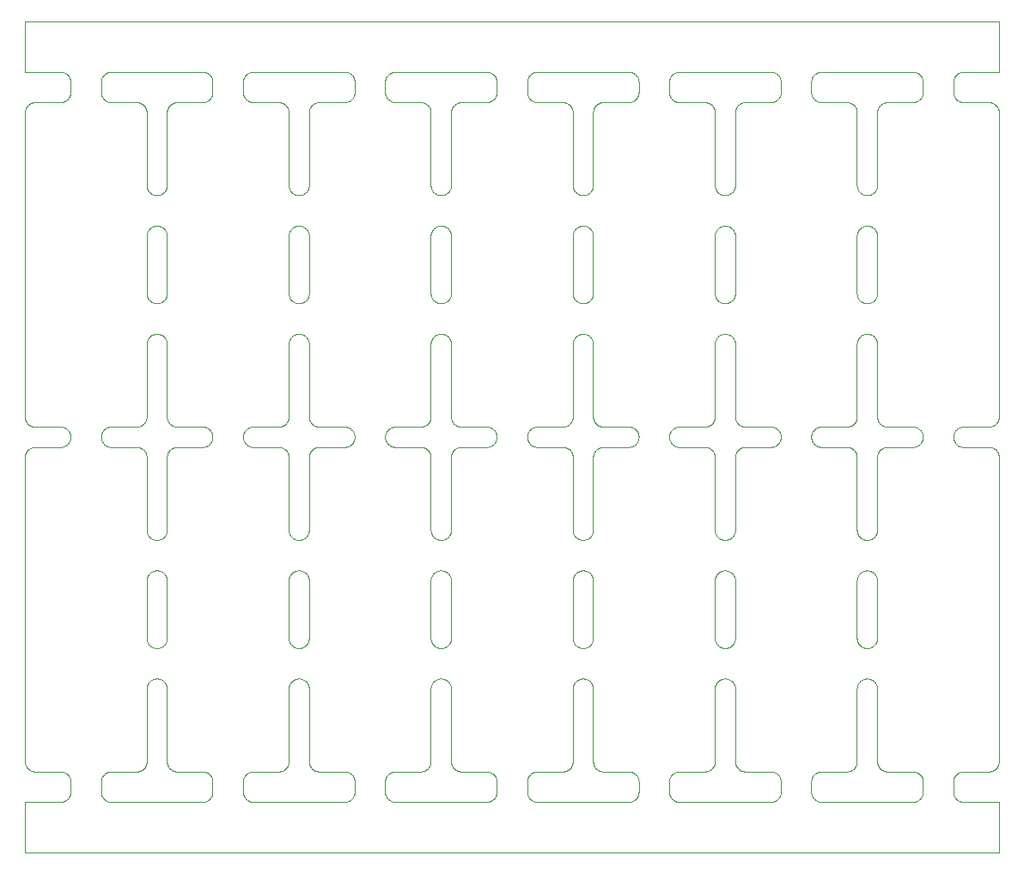
<source format=gbr>
%TF.GenerationSoftware,KiCad,Pcbnew,8.0.2*%
%TF.CreationDate,2024-06-26T22:57:20+07:00*%
%TF.ProjectId,Capacitor_Electrolyte_1000uF_25V_Panel,43617061-6369-4746-9f72-5f456c656374,rev?*%
%TF.SameCoordinates,Original*%
%TF.FileFunction,Profile,NP*%
%FSLAX46Y46*%
G04 Gerber Fmt 4.6, Leading zero omitted, Abs format (unit mm)*
G04 Created by KiCad (PCBNEW 8.0.2) date 2024-06-26 22:57:20*
%MOMM*%
%LPD*%
G01*
G04 APERTURE LIST*
%TA.AperFunction,Profile*%
%ADD10C,0.100000*%
%TD*%
G04 APERTURE END LIST*
D10*
X67697924Y-73716334D02*
X67715834Y-73698424D01*
X12950931Y-17165962D02*
X12901981Y-17162351D01*
X64072444Y-40096510D02*
X64117315Y-40076620D01*
X81950041Y-39311850D02*
X81957624Y-39287683D01*
X84004168Y-39089036D02*
X84006731Y-39114235D01*
X56018235Y-42811671D02*
X56013766Y-42836602D01*
X7510823Y-40853768D02*
X7519214Y-40805408D01*
X56086331Y-73406367D02*
X56096906Y-73429382D01*
X70861139Y-39990568D02*
X70886264Y-39993768D01*
X39063280Y-73998254D02*
X39088536Y-73996331D01*
X69146731Y-61823009D02*
X69098018Y-61829018D01*
X55923879Y-65451149D02*
X55941544Y-65496942D01*
X53950041Y-42689149D02*
X53941849Y-42665182D01*
X63904300Y-7803707D02*
X63865606Y-7773510D01*
X7792892Y-74293392D02*
X7828440Y-74259548D01*
X28013766Y-39164397D02*
X28018235Y-39189328D01*
X17646731Y-76990676D02*
X17598018Y-76996684D01*
X83740951Y-50838725D02*
X83707107Y-50874273D01*
X55803207Y-54571466D02*
X55831469Y-54611595D01*
X56217229Y-42378575D02*
X56201726Y-42398605D01*
X21865606Y-7773510D02*
X21828440Y-7741451D01*
X53976666Y-73214138D02*
X53981764Y-73189328D01*
X88095699Y-40197292D02*
X88134393Y-40227489D01*
X46403989Y-7428055D02*
X46381921Y-7471897D01*
X54118078Y-61305230D02*
X54096010Y-61261388D01*
X54709714Y-20210226D02*
X54757019Y-20197135D01*
X67382591Y-42076842D02*
X67359069Y-42067447D01*
X28786361Y-73977166D02*
X28811171Y-73982264D01*
X70076342Y-8617908D02*
X70066947Y-8641430D01*
X81964592Y-73263332D02*
X81970940Y-73238812D01*
X3927555Y-41904489D02*
X3882684Y-41924379D01*
X4381921Y-40529102D02*
X4403989Y-40572944D01*
X31646731Y-76990676D02*
X31598018Y-76996684D01*
X82709714Y-54210226D02*
X82757019Y-54197135D01*
X95715834Y-39698424D02*
X95733285Y-39680066D01*
X68404300Y-16970374D02*
X68365606Y-16940177D01*
X13671559Y-50908118D02*
X13634393Y-50940177D01*
X56096906Y-73429382D02*
X56108060Y-73452122D01*
X82950931Y-54168371D02*
X82999999Y-54167166D01*
X42761687Y-39971440D02*
X42786360Y-39977166D01*
X70786360Y-8023833D02*
X70761687Y-8029559D01*
X26259048Y-27505392D02*
X26226989Y-27468226D01*
X67621924Y-8217729D02*
X67601894Y-8202226D01*
X39782770Y-8378575D02*
X39766763Y-8358945D01*
X69956940Y-50457452D02*
X69941544Y-50504057D01*
X68000000Y-31833832D02*
X68001204Y-31784764D01*
X49985896Y-76859228D02*
X49944429Y-76832969D01*
X60489176Y-5853268D02*
X60495184Y-5901981D01*
X40001204Y-21118098D02*
X40004815Y-21069148D01*
X32134393Y-76774510D02*
X32095699Y-76804707D01*
X70481953Y-39855570D02*
X70503780Y-39868419D01*
X46303207Y-7596199D02*
X46273010Y-7634893D01*
X81766763Y-39642054D02*
X81782770Y-39622424D01*
X46331469Y-76557070D02*
X46303207Y-76597199D01*
X88207107Y-74293392D02*
X88240951Y-74328940D01*
X40029968Y-31590852D02*
X40043059Y-31543547D01*
X25113735Y-73993768D02*
X25138860Y-73990568D01*
X4500000Y-76001500D02*
X4498795Y-76050568D01*
X26004815Y-55069148D02*
X26010823Y-55020435D01*
X54043059Y-16457452D02*
X54029968Y-16410147D01*
X53037984Y-73999537D02*
X53063280Y-73998254D01*
X28000000Y-16167167D02*
X27998795Y-16216235D01*
X39867919Y-8504280D02*
X39855070Y-8482453D01*
X54444429Y-20335696D02*
X54485896Y-20309437D01*
X84086331Y-73406367D02*
X84096906Y-73429382D01*
X25981764Y-8811671D02*
X25976666Y-8786861D01*
X82019214Y-65638742D02*
X82029968Y-65590852D01*
X42002245Y-73063780D02*
X42004168Y-73089036D01*
X53841672Y-8460958D02*
X53827734Y-8439809D01*
X55098018Y-20171981D02*
X55146731Y-20177990D01*
X26196792Y-54571466D02*
X26226989Y-54532773D01*
X55195091Y-20186381D02*
X55242980Y-20197135D01*
X40058455Y-31496942D02*
X40076120Y-31451149D01*
X95359069Y-39933552D02*
X95382591Y-39924157D01*
X861139Y-8010431D02*
X836102Y-8014266D01*
X12196792Y-31238133D02*
X12226989Y-31199439D01*
X40292892Y-31126726D02*
X40328440Y-31092881D01*
X14058150Y-73335817D02*
X14066947Y-73359569D01*
X54259048Y-20495607D02*
X54292892Y-20460059D01*
X54019214Y-50362257D02*
X54010823Y-50313897D01*
X50499999Y-77001500D02*
X50450931Y-77000295D01*
X26804908Y-17147951D02*
X26757019Y-17137197D01*
X26076120Y-27216517D02*
X26058455Y-27170723D01*
X77944429Y-5168530D02*
X77985896Y-5142271D01*
X63576120Y-74617815D02*
X63596010Y-74572944D01*
X55740951Y-50838725D02*
X55707107Y-50874273D01*
X68853268Y-27823009D02*
X68804908Y-27814618D01*
X69290285Y-20210226D02*
X69336890Y-20225622D01*
X42664682Y-73942349D02*
X42688649Y-73950541D01*
X81474073Y-8120287D02*
X81451622Y-8108560D01*
X25088536Y-8004668D02*
X25063280Y-8002745D01*
X35865606Y-76774510D02*
X35828440Y-76742451D01*
X13555570Y-16998636D02*
X13514103Y-17024895D01*
X26196792Y-16762866D02*
X26168530Y-16722737D01*
X14284165Y-42302575D02*
X14266714Y-42320933D01*
X54004815Y-16265184D02*
X54001204Y-16216235D01*
X70000962Y-8962515D02*
X70000160Y-8994168D01*
X18134393Y-76774510D02*
X18095699Y-76804707D01*
X70418520Y-42187234D02*
X70398105Y-42202226D01*
X39841672Y-73540041D02*
X39855070Y-73518546D01*
X55995184Y-50265184D02*
X55989176Y-50313897D01*
X82485896Y-54309437D02*
X82528602Y-54285245D01*
X68901981Y-51162351D02*
X68853268Y-51156343D01*
X32441544Y-41337390D02*
X32423879Y-41383184D01*
X53995831Y-42911963D02*
X53993268Y-42886764D01*
X91510823Y-5853268D02*
X91519214Y-5804908D01*
X56481953Y-39855570D02*
X56503780Y-39868419D01*
X53999839Y-73006831D02*
X53999999Y-72994166D01*
X54804908Y-51147951D02*
X54757019Y-51137197D01*
X14066947Y-8641430D02*
X14058150Y-8665182D01*
X12001204Y-65784764D02*
X12004815Y-65735815D01*
X18273010Y-76635893D02*
X18240951Y-76673059D01*
X14023333Y-39214139D02*
X14029059Y-39238812D01*
X81335317Y-39942349D02*
X81359069Y-39933552D01*
X67891939Y-73452122D02*
X67903093Y-73429382D01*
X39474073Y-42120287D02*
X39451622Y-42108560D01*
X936719Y-8002745D02*
X911463Y-8004668D01*
X40043059Y-50457452D02*
X40029968Y-50410147D01*
X38993666Y-42000500D02*
X36499999Y-42000500D01*
X13146731Y-30844656D02*
X13195091Y-30853048D01*
X87695091Y-41981285D02*
X87646731Y-41989676D01*
X4240951Y-7672059D02*
X4207107Y-7707607D01*
X27995184Y-21069148D02*
X27998795Y-21118098D01*
X4134393Y-7773510D02*
X4095699Y-7803707D01*
X69857728Y-31319730D02*
X69881921Y-31362436D01*
X67993268Y-73114235D02*
X67995831Y-73089036D01*
X201726Y-42398605D02*
X186734Y-42419020D01*
X73695091Y-41981285D02*
X73646731Y-41989676D01*
X4055570Y-74169030D02*
X4095699Y-74197292D01*
X82019214Y-50362257D02*
X82010823Y-50313897D01*
X67999999Y-9006833D02*
X67999839Y-8994168D01*
X69382684Y-51091046D02*
X69336890Y-51108710D01*
X63668530Y-7556070D02*
X63642271Y-7514603D01*
X74303207Y-41596199D02*
X74273010Y-41634893D01*
X27941544Y-27170723D02*
X27923879Y-27216517D01*
X40292892Y-65126726D02*
X40328440Y-65092881D01*
X26019214Y-20972075D02*
X26029968Y-20924185D01*
X67581479Y-42187234D02*
X67560690Y-42172765D01*
X91944429Y-41831969D02*
X91904300Y-41803707D01*
X18134393Y-7773510D02*
X18095699Y-7803707D01*
X53113735Y-42007231D02*
X53088536Y-42004668D01*
X26000000Y-21167165D02*
X26001204Y-21118098D01*
X27146731Y-64844656D02*
X27195091Y-64853048D01*
X40076120Y-27216517D02*
X40058455Y-27170723D01*
X83881921Y-16638563D02*
X83857728Y-16681269D01*
X525926Y-73880712D02*
X548377Y-73892439D01*
X39287183Y-8042875D02*
X39262832Y-8035907D01*
X32489176Y-74853768D02*
X32495184Y-74902481D01*
X53976666Y-39214138D02*
X53981764Y-39189328D01*
X54142271Y-27347936D02*
X54118078Y-27305230D01*
X77543059Y-76291785D02*
X77529968Y-76244480D01*
X21504815Y-41098518D02*
X21501204Y-41049568D01*
X68853268Y-54177990D02*
X68901981Y-54171981D01*
X59646731Y-74011323D02*
X59695091Y-74019714D01*
X74240951Y-76673059D02*
X74207107Y-76708607D01*
X83803207Y-27429533D02*
X83773010Y-27468226D01*
X67964592Y-42737667D02*
X67957624Y-42713316D01*
X78209714Y-5043059D02*
X78257019Y-5029968D01*
X95950041Y-39311850D02*
X95957624Y-39287683D01*
X41903989Y-54739611D02*
X41923879Y-54784482D01*
X42398105Y-8202226D02*
X42378075Y-8217729D01*
X69049068Y-61832628D02*
X69000000Y-61833833D01*
X81999037Y-73038484D02*
X81999839Y-73006831D01*
X21726989Y-74366106D02*
X21759048Y-74328940D01*
X70886264Y-39993768D02*
X70911463Y-39996331D01*
X49944429Y-5168530D02*
X49985896Y-5142271D01*
X11496219Y-73868419D02*
X11518046Y-73855570D01*
X56119787Y-8526426D02*
X56108060Y-8548877D01*
X42548377Y-73892439D02*
X42571117Y-73903593D01*
X54804908Y-61814618D02*
X54757019Y-61803864D01*
X1006333Y-8000500D02*
X993668Y-8000660D01*
X54118078Y-54695769D02*
X54142271Y-54653063D01*
X43006333Y-40000500D02*
X45500000Y-40000500D01*
X54365606Y-50940177D02*
X54328440Y-50908118D01*
X81750265Y-8339727D02*
X81733285Y-8320933D01*
X95813265Y-73581979D02*
X95827734Y-73561190D01*
X11428882Y-42097406D02*
X11405867Y-42086831D01*
X53213638Y-8023833D02*
X53188828Y-8018735D01*
X21558455Y-7337390D02*
X21543059Y-7290785D01*
X60014103Y-7858228D02*
X59971397Y-7882421D01*
X84096906Y-8571617D02*
X84086331Y-8594632D01*
X78117315Y-40076620D02*
X78163109Y-40058955D01*
X21759048Y-41672059D02*
X21726989Y-41634893D01*
X4331469Y-74444929D02*
X4357728Y-74486396D01*
X27773010Y-16801560D02*
X27740951Y-16838725D01*
X63529968Y-40757519D02*
X63543059Y-40710214D01*
X27903989Y-61261388D02*
X27881921Y-61305230D01*
X74207107Y-41707607D02*
X74171559Y-41741451D01*
X40804908Y-61814618D02*
X40757019Y-61803864D01*
X77596010Y-76429055D02*
X77576120Y-76384184D01*
X12328440Y-27574784D02*
X12292892Y-27540940D01*
X31549068Y-41999295D02*
X31500000Y-42000500D01*
X45695091Y-76982285D02*
X45646731Y-76990676D01*
X12709714Y-17124107D02*
X12663109Y-17108710D01*
X14811171Y-8018735D02*
X14786361Y-8023833D01*
X83903989Y-27261388D02*
X83881921Y-27305230D01*
X70548377Y-39892439D02*
X70571117Y-39903593D01*
X82001204Y-55118098D02*
X82004815Y-55069148D01*
X27923879Y-61216517D02*
X27903989Y-61261388D01*
X56172265Y-73561190D02*
X56186734Y-73581979D01*
X83290285Y-61790773D02*
X83242980Y-61803864D01*
X84398105Y-73798773D02*
X84418520Y-73813765D01*
X27831469Y-65278262D02*
X27857728Y-65319730D01*
X53518046Y-42145429D02*
X53496219Y-42132580D01*
X27471397Y-51049088D02*
X27427555Y-51071156D01*
X96906Y-73429382D02*
X108060Y-73452122D01*
X68004815Y-26931851D02*
X68001204Y-26882901D01*
X53715834Y-73698424D02*
X53733285Y-73680066D01*
X81950041Y-8689149D02*
X81941849Y-8665182D01*
X26000000Y-55167165D02*
X26001204Y-55118098D01*
X41098018Y-30838648D02*
X41146731Y-30844656D01*
X81855070Y-39518546D02*
X81867919Y-39496719D01*
X82572444Y-27737822D02*
X82528602Y-27715754D01*
X40757019Y-61803864D02*
X40709714Y-61790773D01*
X28006731Y-39114235D02*
X28009931Y-39139360D01*
X14049958Y-42689149D02*
X14042375Y-42713316D01*
X67238312Y-8029559D02*
X67213639Y-8023833D01*
X92209714Y-74043559D02*
X92257019Y-74030468D01*
X82757019Y-17137197D02*
X82709714Y-17124107D01*
X70378075Y-39783270D02*
X70398105Y-39798773D01*
X68663109Y-64892289D02*
X68709714Y-64876892D01*
X42266714Y-39680066D02*
X42284165Y-39698424D01*
X35985896Y-76859228D02*
X35944429Y-76832969D01*
X67913668Y-42594632D02*
X67903093Y-42571617D01*
X46303207Y-76597199D02*
X46273010Y-76635893D01*
X56132079Y-8504280D02*
X56119787Y-8526426D01*
X54000000Y-26833834D02*
X54000000Y-21167165D01*
X25715834Y-8302575D02*
X25697924Y-8284665D01*
X50163109Y-7942044D02*
X50117315Y-7924379D01*
X82757019Y-54197135D02*
X82804908Y-54186381D01*
X14144929Y-39518546D02*
X14158327Y-39540041D01*
X13098018Y-17162351D02*
X13049068Y-17165962D01*
X67311350Y-42050458D02*
X67287183Y-42042875D01*
X69336890Y-30892289D02*
X69382684Y-30909953D01*
X80993666Y-42000500D02*
X78499999Y-42000500D01*
X39451622Y-8108560D02*
X39428882Y-8097406D01*
X22257019Y-76971531D02*
X22209714Y-76958440D01*
X41923879Y-65451149D02*
X41941544Y-65496942D01*
X78117315Y-74076620D02*
X78163109Y-74058955D01*
X69146731Y-30844656D02*
X69195091Y-30853048D01*
X88303207Y-5404300D02*
X88331469Y-5444429D01*
X82365606Y-27606844D02*
X82328440Y-27574784D01*
X77668530Y-5444429D02*
X77696792Y-5404300D01*
X53933052Y-73359569D02*
X53941849Y-73335817D01*
X41195091Y-64853048D02*
X41242980Y-64863802D01*
X11037984Y-8001462D02*
X11006331Y-8000660D01*
X41146731Y-30844656D02*
X41195091Y-30853048D01*
X4095699Y-76804707D02*
X4055570Y-76832969D01*
X7501204Y-7049568D02*
X7500000Y-7000500D01*
X21668530Y-41556070D02*
X21642271Y-41514603D01*
X13195091Y-64853048D02*
X13242980Y-64863802D01*
X13740951Y-27505392D02*
X13707107Y-27540940D01*
X67733285Y-39680066D02*
X67750265Y-39661272D01*
X84119787Y-42526426D02*
X84108060Y-42548877D01*
X36304908Y-76982285D02*
X36257019Y-76971531D01*
X3836890Y-76943044D02*
X3790285Y-76958440D01*
X64450931Y-41999295D02*
X64401981Y-41995684D01*
X11621924Y-42217729D02*
X11601894Y-42202226D01*
X56284165Y-8302575D02*
X56266714Y-8320933D01*
X12853268Y-27823009D02*
X12804908Y-27814618D01*
X57006333Y-8000500D02*
X56993668Y-8000660D01*
X40000000Y-50167167D02*
X40000000Y-43006833D01*
X74489176Y-74853768D02*
X74495184Y-74902481D01*
X53999999Y-43006833D02*
X53999839Y-42994168D01*
X70000962Y-39038484D02*
X70002245Y-39063780D01*
X25970940Y-8762187D02*
X25964592Y-8737667D01*
X4273010Y-74366106D02*
X4303207Y-74404800D01*
X7759048Y-41672059D02*
X7726989Y-41634893D01*
X82292892Y-16874273D02*
X82259048Y-16838725D01*
X13980785Y-27028924D02*
X13970031Y-27076814D01*
X56009931Y-8861639D02*
X56006731Y-8886764D01*
X88456940Y-76291785D02*
X88441544Y-76338390D01*
X25999037Y-42962515D02*
X25997754Y-42937219D01*
X83595699Y-61637041D02*
X83555570Y-61665303D01*
X68142271Y-31319730D02*
X68168530Y-31278262D01*
X28339227Y-39750765D02*
X28358445Y-39767263D01*
X60331469Y-76557070D02*
X60303207Y-76597199D01*
X32489176Y-76148231D02*
X32480785Y-76196591D01*
X41740951Y-20495607D02*
X41773010Y-20532773D01*
X28571117Y-73903593D02*
X28594132Y-73914168D01*
X67923657Y-73383091D02*
X67933052Y-73359569D01*
X88134393Y-7773510D02*
X88095699Y-7803707D01*
X25601894Y-8202226D02*
X25581479Y-8187234D01*
X36450931Y-74001704D02*
X36499999Y-74000500D01*
X41098018Y-64838648D02*
X41146731Y-64844656D01*
X68617315Y-17091046D02*
X68572444Y-17071156D01*
X55923879Y-20784482D02*
X55941544Y-20830276D01*
X83290285Y-27790773D02*
X83242980Y-27803864D01*
X21668530Y-5444429D02*
X21696792Y-5404300D01*
X55427555Y-20263177D02*
X55471397Y-20285245D01*
X39827734Y-73561190D02*
X39841672Y-73540041D01*
X82757019Y-27803864D02*
X82709714Y-27790773D01*
X525926Y-42120287D02*
X503780Y-42132579D01*
X35543059Y-76291785D02*
X35529968Y-76244480D01*
X12328440Y-54426215D02*
X12365606Y-54394155D01*
X84076342Y-39383091D02*
X84086331Y-39406367D01*
X12709714Y-27790773D02*
X12663109Y-27775377D01*
X84617408Y-39924157D02*
X84640930Y-39933552D01*
X18055570Y-5168530D02*
X18095699Y-5196792D01*
X95335317Y-39942349D02*
X95359069Y-39933552D01*
X28049958Y-39311850D02*
X28058150Y-39335817D01*
X55290285Y-54210226D02*
X55336890Y-54225622D01*
X82485896Y-30976104D02*
X82528602Y-30951911D01*
X82004815Y-55069148D02*
X82010823Y-55020435D01*
X55881921Y-27305230D02*
X55857728Y-27347936D01*
X54076120Y-54784482D02*
X54096010Y-54739611D01*
X14266714Y-39680066D02*
X14284165Y-39698424D01*
X27989176Y-31687102D02*
X27995184Y-31735815D01*
X42594132Y-73914168D02*
X42617408Y-73924157D01*
X41242980Y-61803864D02*
X41195091Y-61814618D01*
X22304908Y-76982285D02*
X22257019Y-76971531D01*
X55427555Y-17071156D02*
X55382684Y-17091046D01*
X8401981Y-7995684D02*
X8353268Y-7989676D01*
X25733285Y-8320933D02*
X25715834Y-8302575D01*
X88303207Y-74404800D02*
X88331469Y-74444929D01*
X39359069Y-42067447D02*
X39335317Y-42058650D01*
X27555570Y-20335696D02*
X27595699Y-20363958D01*
X82010823Y-31687102D02*
X82019214Y-31638742D01*
X28811171Y-42018735D02*
X28786361Y-42023833D01*
X8450931Y-74001704D02*
X8499999Y-74000500D01*
X83049068Y-61832628D02*
X83000000Y-61833833D01*
X27831469Y-61389404D02*
X27803207Y-61429533D01*
X81113735Y-73993768D02*
X81138860Y-73990568D01*
X70096906Y-73429382D02*
X70108060Y-73452122D01*
X39037984Y-39999537D02*
X39063280Y-39998254D01*
X32495184Y-76099518D02*
X32489176Y-76148231D01*
X53813265Y-39581979D02*
X53827734Y-39561190D01*
X17836890Y-40058955D02*
X17882684Y-40076620D01*
X35519214Y-5804908D02*
X35529968Y-5757019D01*
X40901981Y-64838648D02*
X40950931Y-64835037D01*
X12142271Y-16681269D02*
X12118078Y-16638563D01*
X14737167Y-39965092D02*
X14761687Y-39971440D01*
X41049068Y-51165962D02*
X41000000Y-51167166D01*
X95088536Y-8004668D02*
X95063280Y-8002745D01*
X74095699Y-7803707D02*
X74055570Y-7831969D01*
X12528602Y-54285245D02*
X12572444Y-54263177D01*
X40004815Y-16265184D02*
X40001204Y-16216235D01*
X25518046Y-39855570D02*
X25539541Y-39842172D01*
X3500000Y-74000500D02*
X3549068Y-74001704D01*
X25188828Y-42018735D02*
X25163897Y-42014266D01*
X70439309Y-39828234D02*
X70460458Y-39842172D01*
X41956940Y-16457452D02*
X41941544Y-16504057D01*
X17500000Y-40000500D02*
X17549068Y-40001704D01*
X64117315Y-76925379D02*
X64072444Y-76905489D01*
X13707107Y-31126726D02*
X13740951Y-31162274D01*
X41980785Y-16362257D02*
X41970031Y-16410147D01*
X41671559Y-50908118D02*
X41634393Y-50940177D01*
X70076342Y-42617908D02*
X70066947Y-42641430D01*
X91501204Y-74951431D02*
X91504815Y-74902481D01*
X12804908Y-61814618D02*
X12757019Y-61803864D01*
X56439309Y-42172765D02*
X56418520Y-42187234D01*
X17790285Y-76958440D02*
X17742980Y-76971531D01*
X82804908Y-54186381D02*
X82853268Y-54177990D01*
X42911463Y-8004668D02*
X42886264Y-8007231D01*
X59598018Y-74005315D02*
X59646731Y-74011323D01*
X54019214Y-65638742D02*
X54029968Y-65590852D01*
X32381921Y-41471897D02*
X32357728Y-41514603D01*
X83671559Y-16908118D02*
X83634393Y-16940177D01*
X25950041Y-73311850D02*
X25957624Y-73287683D01*
X13740951Y-16838725D02*
X13707107Y-16874273D01*
X55290285Y-27790773D02*
X55242980Y-27803864D01*
X88423879Y-5617315D02*
X88441544Y-5663109D01*
X41941544Y-65496942D02*
X41956940Y-65543547D01*
X54076120Y-65451149D02*
X54096010Y-65406277D01*
X54043059Y-31543547D02*
X54058455Y-31496942D01*
X82709714Y-17124107D02*
X82663109Y-17108710D01*
X4423879Y-74617815D02*
X4441544Y-74663609D01*
X59927555Y-74096510D02*
X59971397Y-74118578D01*
X84249734Y-8339727D02*
X84233236Y-8358945D01*
X53733285Y-8320933D02*
X53715834Y-8302575D01*
X70186734Y-39581979D02*
X70201726Y-39602394D01*
X55857728Y-50681269D02*
X55831469Y-50722737D01*
X81474073Y-73880712D02*
X81496219Y-73868420D01*
X83471397Y-27715754D02*
X83427555Y-27737822D01*
X712816Y-42042875D02*
X688649Y-42050458D01*
X14004168Y-73089036D02*
X14006731Y-73114235D01*
X60441544Y-7337390D02*
X60423879Y-7383184D01*
X41049068Y-30835037D02*
X41098018Y-30838648D01*
X40804908Y-54186381D02*
X40853268Y-54177990D01*
X88273010Y-74366106D02*
X88303207Y-74404800D01*
X57006333Y-42000500D02*
X56993668Y-42000660D01*
X68000000Y-72994166D02*
X68000000Y-65833832D01*
X45549068Y-74001704D02*
X45598018Y-74005315D01*
X42049958Y-42689149D02*
X42042375Y-42713316D01*
X81037984Y-39999537D02*
X81063280Y-39998254D01*
X11903093Y-8571617D02*
X11891939Y-8548877D01*
X68043059Y-54876881D02*
X68058455Y-54830276D01*
X21726989Y-40366106D02*
X21759048Y-40328940D01*
X54804908Y-30853048D02*
X54853268Y-30844656D01*
X83514103Y-51024895D02*
X83471397Y-51049088D01*
X42108060Y-42548877D02*
X42096906Y-42571617D01*
X82096010Y-20739611D02*
X82118078Y-20695769D01*
X378075Y-73783270D02*
X398105Y-73798773D01*
X70009931Y-39139360D02*
X70013766Y-39164397D01*
X25138860Y-8010431D02*
X25113735Y-8007231D01*
X27514103Y-30976104D02*
X27555570Y-31002363D01*
X8450931Y-7999295D02*
X8401981Y-7995684D01*
X12029968Y-16410147D02*
X12019214Y-16362257D01*
X13427555Y-61737822D02*
X13382684Y-61757712D01*
X21529968Y-40757519D02*
X21543059Y-40710214D01*
X59836890Y-40058955D02*
X59882684Y-40076620D01*
X82004815Y-60931851D02*
X82001204Y-60882901D01*
X82444429Y-65002363D02*
X82485896Y-64976104D01*
X28302075Y-42284665D02*
X28284165Y-42302575D01*
X74441544Y-5663109D02*
X74456940Y-5709714D01*
X4480785Y-5804908D02*
X4489176Y-5853268D01*
X3790285Y-76958440D02*
X3742980Y-76971531D01*
X88456940Y-41290785D02*
X88441544Y-41337390D01*
X41595699Y-31030625D02*
X41634393Y-31060822D01*
X46014103Y-41858228D02*
X45971397Y-41882421D01*
X27382684Y-27757712D02*
X27336890Y-27775377D01*
X69857728Y-27347936D02*
X69831469Y-27389404D01*
X91985896Y-5142271D02*
X92028602Y-5118078D01*
X27989176Y-65687102D02*
X27995184Y-65735815D01*
X21904300Y-40197292D02*
X21944429Y-40169030D01*
X83995184Y-50265184D02*
X83989176Y-50313897D01*
X84132079Y-42504280D02*
X84119787Y-42526426D01*
X83857728Y-50681269D02*
X83831469Y-50722737D01*
X42096906Y-8571617D02*
X42086331Y-8594632D01*
X41514103Y-27691562D02*
X41471397Y-27715754D01*
X15006333Y-42000500D02*
X14993668Y-42000660D01*
X82010823Y-21020435D02*
X82019214Y-20972075D01*
X28186734Y-39581979D02*
X28201726Y-39602394D01*
X74357728Y-5485896D02*
X74381921Y-5528602D01*
X7543059Y-40710214D02*
X7558455Y-40663609D01*
X54404300Y-54363958D02*
X54444429Y-54335696D01*
X7904300Y-5196792D02*
X7944429Y-5168530D01*
X84503780Y-42132580D02*
X84481953Y-42145429D01*
X11993268Y-39114235D02*
X11995831Y-39089036D01*
X26365606Y-31060822D02*
X26404300Y-31030625D01*
X67428882Y-42097406D02*
X67405867Y-42086831D01*
X11006331Y-40000339D02*
X11037984Y-39999537D01*
X67827734Y-8439809D02*
X67813265Y-8419020D01*
X13595699Y-54363958D02*
X13634393Y-54394155D01*
X13290285Y-27790773D02*
X13242980Y-27803864D01*
X41923879Y-20784482D02*
X41941544Y-20830276D01*
X49828440Y-76742451D02*
X49792892Y-76708607D01*
X39382591Y-42076842D02*
X39359069Y-42067447D01*
X55998795Y-31784764D02*
X56000000Y-31833832D01*
X12663109Y-54225622D02*
X12709714Y-54210226D01*
X67138860Y-8010431D02*
X67113735Y-8007231D01*
X41773010Y-65199439D02*
X41803207Y-65238133D01*
X84249734Y-39661272D02*
X84266714Y-39680066D01*
X84029059Y-42762187D02*
X84023333Y-42786860D01*
X26444429Y-27665303D02*
X26404300Y-27637041D01*
X77618078Y-74529102D02*
X77642271Y-74486396D01*
X53964592Y-8737667D02*
X53957624Y-8713316D01*
X398105Y-39798773D02*
X418520Y-39813765D01*
X41970031Y-50410147D02*
X41956940Y-50457452D01*
X12292892Y-20460059D02*
X12328440Y-20426215D01*
X39113735Y-42007231D02*
X39088536Y-42004668D01*
X13555570Y-20335696D02*
X13595699Y-20363958D01*
X70358445Y-73767263D02*
X70378075Y-73783270D01*
X26004815Y-50265184D02*
X26001204Y-50216235D01*
X39957624Y-73287683D02*
X39964592Y-73263332D01*
X49510823Y-5853268D02*
X49519214Y-5804908D01*
X70993668Y-40000339D02*
X71006333Y-40000499D01*
X7504815Y-74902481D02*
X7510823Y-74853768D01*
X54019214Y-20972075D02*
X54029968Y-20924185D01*
X32014103Y-40142771D02*
X32055570Y-40169030D01*
X81986233Y-8836602D02*
X81981764Y-8811671D01*
X60456940Y-5709714D02*
X60470031Y-5757019D01*
X7668530Y-76557070D02*
X7642271Y-76515603D01*
X82709714Y-20210226D02*
X82757019Y-20197135D01*
X68365606Y-27606844D02*
X68328440Y-27574784D01*
X40485896Y-64976104D02*
X40528602Y-64951911D01*
X18207107Y-7707607D02*
X18171559Y-7741451D01*
X11813265Y-39581979D02*
X11827734Y-39561190D01*
X27671559Y-31092881D02*
X27707107Y-31126726D01*
X84761687Y-42029559D02*
X84737167Y-42035907D01*
X13956940Y-50457452D02*
X13941544Y-50504057D01*
X63759048Y-41672059D02*
X63726989Y-41634893D01*
X13049068Y-20168371D02*
X13098018Y-20171981D01*
X14418520Y-39813765D02*
X14439309Y-39828234D01*
X3695091Y-76982285D02*
X3646731Y-76990676D01*
X27290285Y-20210226D02*
X27336890Y-20225622D01*
X88014103Y-74142771D02*
X88055570Y-74169030D01*
X74403989Y-74572944D02*
X74423879Y-74617815D01*
X4498795Y-41049568D02*
X4495184Y-41098518D01*
X83707107Y-27540940D02*
X83671559Y-27574784D01*
X28525926Y-42120287D02*
X28503780Y-42132579D01*
X54000000Y-16167167D02*
X54000000Y-9006833D01*
X95163897Y-73986733D02*
X95188828Y-73982264D01*
X13471397Y-30951911D02*
X13514103Y-30976104D01*
X68118078Y-65362436D02*
X68142271Y-65319730D01*
X8072444Y-7904489D02*
X8028602Y-7882421D01*
X39997754Y-8937219D02*
X39995831Y-8911963D01*
X64163109Y-74058955D02*
X64209714Y-74043559D01*
X27803207Y-20571466D02*
X27831469Y-20611595D01*
X12709714Y-61790773D02*
X12663109Y-61775377D01*
X11733285Y-73680066D02*
X11750265Y-73661272D01*
X68853268Y-64844656D02*
X68901981Y-64838648D01*
X217229Y-42378575D02*
X201726Y-42398605D01*
X13831469Y-31278262D02*
X13857728Y-31319730D01*
X28132079Y-8504280D02*
X28119787Y-8526426D01*
X68709714Y-17124107D02*
X68663109Y-17108710D01*
X56076342Y-39383091D02*
X56086331Y-39406367D01*
X21596010Y-5572444D02*
X21618078Y-5528602D01*
X39964592Y-42737667D02*
X39957624Y-42713316D01*
X95933052Y-8641430D02*
X95923657Y-8617908D01*
X12804908Y-54186381D02*
X12853268Y-54177990D01*
X41049068Y-17165962D02*
X41000000Y-17167166D01*
X55471397Y-30951911D02*
X55514103Y-30976104D01*
X13049068Y-51165962D02*
X13000000Y-51167166D01*
X67451622Y-73892439D02*
X67474073Y-73880712D01*
X27595699Y-54363958D02*
X27634393Y-54394155D01*
X69903989Y-31406277D02*
X69923879Y-31451149D01*
X84076342Y-73383091D02*
X84086331Y-73406367D01*
X41671559Y-31092881D02*
X41707107Y-31126726D01*
X18014103Y-76859228D02*
X17971397Y-76883421D01*
X55471397Y-27715754D02*
X55427555Y-27737822D01*
X74495184Y-5901981D02*
X74498795Y-5950931D01*
X11950041Y-8689149D02*
X11941849Y-8665182D01*
X39715834Y-73698424D02*
X39733285Y-73680066D01*
X53088536Y-42004668D02*
X53063280Y-42002745D01*
X54001204Y-50216235D02*
X54000000Y-50167167D01*
X40058455Y-54830276D02*
X40076120Y-54784482D01*
X84836102Y-8014266D02*
X84811171Y-8018735D01*
X25238312Y-8029559D02*
X25213639Y-8023833D01*
X63865606Y-5226989D02*
X63904300Y-5196792D01*
X27998795Y-65784764D02*
X28000000Y-65833832D01*
X91596010Y-76429055D02*
X91576120Y-76384184D01*
X32498795Y-41049568D02*
X32495184Y-41098518D01*
X60357728Y-74486396D02*
X60381921Y-74529102D01*
X69671559Y-27574784D02*
X69634393Y-27606844D01*
X18357728Y-40486396D02*
X18381921Y-40529102D01*
X26757019Y-30863802D02*
X26804908Y-30853048D01*
X11188828Y-42018735D02*
X11163897Y-42014266D01*
X26528602Y-30951911D02*
X26572444Y-30929843D01*
X84962015Y-42001462D02*
X84936719Y-42002745D01*
X68709714Y-54210226D02*
X68757019Y-54197135D01*
X7558455Y-41337390D02*
X7543059Y-41290785D01*
X54444429Y-31002363D02*
X54485896Y-30976104D01*
X12226989Y-65199439D02*
X12259048Y-65162274D01*
X21828440Y-76742451D02*
X21792892Y-76708607D01*
X84861139Y-39990568D02*
X84886264Y-39993768D01*
X46055570Y-5168530D02*
X46095699Y-5196792D01*
X144929Y-8482453D02*
X132080Y-8504280D01*
X81287183Y-42042875D02*
X81262832Y-42035907D01*
X95601894Y-8202226D02*
X95581479Y-8187234D01*
X83970031Y-54924185D02*
X83980785Y-54972075D01*
X39827734Y-39561190D02*
X39841672Y-39540041D01*
X83634393Y-65060822D02*
X83671559Y-65092881D01*
X28548377Y-39892439D02*
X28571117Y-39903593D01*
X70737167Y-39965092D02*
X70761687Y-39971440D01*
X11163897Y-73986733D02*
X11188828Y-73982264D01*
X55970031Y-31590852D02*
X55980785Y-31638742D01*
X53539541Y-73842172D02*
X53560690Y-73828234D01*
X83146731Y-30844656D02*
X83195091Y-30853048D01*
X36117315Y-74076620D02*
X36163109Y-74058955D01*
X84284165Y-8302575D02*
X84266714Y-8320933D01*
X18303207Y-74404800D02*
X18331469Y-74444929D01*
X67405867Y-39914168D02*
X67428882Y-39903593D01*
X12196792Y-54571466D02*
X12226989Y-54532773D01*
X42266714Y-8320933D02*
X42249734Y-8339727D01*
X53880212Y-42526426D02*
X53867920Y-42504280D01*
X25995831Y-42911963D02*
X25993268Y-42886764D01*
X13049068Y-61832628D02*
X13000000Y-61833833D01*
X26029968Y-65590852D02*
X26043059Y-65543547D01*
X32500000Y-75000499D02*
X32500000Y-76001500D01*
X55989176Y-16313897D02*
X55980785Y-16362257D01*
X7759048Y-5328440D02*
X7792892Y-5292892D01*
X14548377Y-8108560D02*
X14525926Y-8120287D01*
X786361Y-73977166D02*
X811171Y-73982264D01*
X86331Y-8594632D02*
X76342Y-8617908D01*
X73549068Y-5001204D02*
X73598018Y-5004815D01*
X41514103Y-61691562D02*
X41471397Y-61715754D01*
X88134393Y-40227489D02*
X88171559Y-40259548D01*
X25957624Y-73287683D02*
X25964592Y-73263332D01*
X11359069Y-42067447D02*
X11335317Y-42058650D01*
X27049068Y-20168371D02*
X27098018Y-20171981D01*
X91543059Y-5709714D02*
X91558455Y-5663109D01*
X45742980Y-41970531D02*
X45695091Y-41981285D01*
X83634393Y-61606844D02*
X83595699Y-61637041D01*
X84503780Y-39868420D02*
X84525926Y-39880712D01*
X39964592Y-73263332D02*
X39970940Y-73238812D01*
X73598018Y-41995684D02*
X73549068Y-41999295D01*
X53188828Y-39982264D02*
X53213638Y-39977166D01*
X49865606Y-41773510D02*
X49828440Y-41741451D01*
X46498795Y-41049568D02*
X46495184Y-41098518D01*
X95999839Y-73006831D02*
X95999999Y-72994166D01*
X26901981Y-27829018D02*
X26853268Y-27823009D01*
X13146731Y-17156343D02*
X13098018Y-17162351D01*
X96000000Y-4987727D02*
X96000000Y-12272D01*
X95981764Y-73189328D02*
X95986233Y-73164397D01*
X53997754Y-73063780D02*
X53999037Y-73038484D01*
X53088536Y-39996331D02*
X53113735Y-39993768D01*
X14002245Y-42937219D02*
X14000962Y-42962515D01*
X83980785Y-50362257D02*
X83970031Y-50410147D01*
X70000000Y-65833832D02*
X70000000Y-72994166D01*
X41514103Y-20309437D02*
X41555570Y-20335696D01*
X63501204Y-7049568D02*
X63500000Y-7000500D01*
X67581479Y-73813765D02*
X67601894Y-73798773D01*
X77944429Y-74169030D02*
X77985896Y-74142771D01*
X28086331Y-8594632D02*
X28076342Y-8617908D01*
X4095699Y-74197292D02*
X4134393Y-74227489D01*
X84460458Y-8158827D02*
X84439309Y-8172765D01*
X13923879Y-54784482D02*
X13941544Y-54830276D01*
X95981764Y-8811671D02*
X95976666Y-8786861D01*
X70066947Y-8641430D02*
X70058150Y-8665182D01*
X92072444Y-74096510D02*
X92117315Y-74076620D01*
X12950931Y-51165962D02*
X12901981Y-51162351D01*
X26485896Y-30976104D02*
X26528602Y-30951911D01*
X4134393Y-40227489D02*
X4171559Y-40259548D01*
X12001204Y-31784764D02*
X12004815Y-31735815D01*
X14076342Y-39383091D02*
X14086331Y-39406367D01*
X70086331Y-42594632D02*
X70076342Y-42617908D01*
X12528602Y-61715754D02*
X12485896Y-61691562D01*
X53641554Y-39767263D02*
X53660772Y-39750765D01*
X12404300Y-27637041D02*
X12365606Y-27606844D01*
X70058150Y-39335817D02*
X70066947Y-39359569D01*
X82019214Y-61028924D02*
X82010823Y-60980564D01*
X7865606Y-5226989D02*
X7904300Y-5196792D01*
X39063280Y-39998254D02*
X39088536Y-39996331D01*
X21668530Y-40444929D02*
X21696792Y-40404800D01*
X81903093Y-42571617D02*
X81891939Y-42548877D01*
X64117315Y-5076120D02*
X64163109Y-5058455D01*
X78257019Y-5029968D02*
X78304908Y-5019214D01*
X26757019Y-54197135D02*
X26804908Y-54186381D01*
X32055570Y-41831969D02*
X32014103Y-41858228D01*
X42836102Y-39986733D02*
X42861139Y-39990568D01*
X53923657Y-8617908D02*
X53913668Y-8594632D01*
X27831469Y-31278262D02*
X27857728Y-31319730D01*
X7642271Y-74486396D02*
X7668530Y-74444929D01*
X91558455Y-5663109D02*
X91576120Y-5617315D01*
X60303207Y-74404800D02*
X60331469Y-74444929D01*
X54485896Y-20309437D02*
X54528602Y-20285245D01*
X77828440Y-5259048D02*
X77865606Y-5226989D01*
X92209714Y-41957440D02*
X92163109Y-41942044D01*
X13980785Y-16362257D02*
X13970031Y-16410147D01*
X84158327Y-42460958D02*
X84144929Y-42482453D01*
X39941849Y-42665182D02*
X39933052Y-42641430D01*
X40168530Y-50722737D02*
X40142271Y-50681269D01*
X45598018Y-7995684D02*
X45549068Y-7999295D01*
X82029968Y-50410147D02*
X82019214Y-50362257D01*
X64117315Y-41924379D02*
X64072444Y-41904489D01*
X32495184Y-7098518D02*
X32489176Y-7147231D01*
X83471397Y-61715754D02*
X83427555Y-61737822D01*
X358445Y-73767263D02*
X378075Y-73783270D01*
X84339227Y-42250234D02*
X84320433Y-42267214D01*
X11891939Y-39452122D02*
X11903093Y-39429382D01*
X60381921Y-5528602D02*
X60403989Y-5572444D01*
X45646731Y-41989676D02*
X45598018Y-41995684D01*
X55242980Y-17137197D02*
X55195091Y-17147951D01*
X42000160Y-42994168D02*
X42000000Y-43006833D01*
X50117315Y-76925379D02*
X50072444Y-76905489D01*
X21500000Y-75000499D02*
X21501204Y-74951431D01*
X69195091Y-20186381D02*
X69242980Y-20197135D01*
X54196792Y-61429533D02*
X54168530Y-61389404D01*
X63792892Y-40293392D02*
X63828440Y-40259548D01*
X95163897Y-42014266D02*
X95138860Y-42010431D01*
X77618078Y-40529102D02*
X77642271Y-40486396D01*
X25560690Y-73828234D02*
X25581479Y-73813765D01*
X26485896Y-17024895D02*
X26444429Y-16998636D01*
X18441544Y-7337390D02*
X18423879Y-7383184D01*
X88303207Y-7596199D02*
X88273010Y-7634893D01*
X3695091Y-5019214D02*
X3742980Y-5029968D01*
X39798273Y-42398605D02*
X39782770Y-42378575D01*
X42076342Y-42617908D02*
X42066947Y-42641430D01*
X28158327Y-73540041D02*
X28172265Y-73561190D01*
X26617315Y-54243287D02*
X26663109Y-54225622D01*
X14096906Y-8571617D02*
X14086331Y-8594632D01*
X39733285Y-73680066D02*
X39750265Y-73661272D01*
X49510823Y-40853768D02*
X49519214Y-40805408D01*
X49726989Y-5365606D02*
X49759048Y-5328440D01*
X83195091Y-64853048D02*
X83242980Y-64863802D01*
X56936719Y-8002745D02*
X56911463Y-8004668D01*
X74423879Y-41383184D02*
X74403989Y-41428055D01*
X50072444Y-7904489D02*
X50028602Y-7882421D01*
X28503780Y-42132580D02*
X28481953Y-42145429D01*
X42144929Y-39518546D02*
X42158327Y-39540041D01*
X92353268Y-41989676D02*
X92304908Y-41981285D01*
X46055570Y-41831969D02*
X46014103Y-41858228D01*
X84886264Y-8007231D02*
X84861139Y-8010431D01*
X82142271Y-16681269D02*
X82118078Y-16638563D01*
X14481953Y-8145429D02*
X14460458Y-8158827D01*
X81715834Y-73698424D02*
X81733285Y-73680066D01*
X84358445Y-73767263D02*
X84378075Y-73783270D01*
X12118078Y-31362436D02*
X12142271Y-31319730D01*
X18498795Y-7049568D02*
X18495184Y-7098518D01*
X9931Y-8861639D02*
X6731Y-8886764D01*
X91792892Y-7707607D02*
X91759048Y-7672059D01*
X84481953Y-39855570D02*
X84503780Y-39868419D01*
X27740951Y-61505392D02*
X27707107Y-61540940D01*
X46273010Y-76635893D02*
X46240951Y-76673059D01*
X70503780Y-8132580D02*
X70481953Y-8145429D01*
X7519214Y-40805408D02*
X7529968Y-40757519D01*
X27995184Y-31735815D02*
X27998795Y-31784764D01*
X41881921Y-31362436D02*
X41903989Y-31406277D01*
X11933052Y-42641430D02*
X11923657Y-42617908D01*
X70000000Y-43006833D02*
X70000000Y-50167167D01*
X26004815Y-60931851D02*
X26001204Y-60882901D01*
X40528602Y-30951911D02*
X40572444Y-30929843D01*
X46055570Y-76832969D02*
X46014103Y-76859228D01*
X233236Y-42358945D02*
X217229Y-42378575D01*
X41471397Y-61715754D02*
X41427555Y-61737822D01*
X31549068Y-5001204D02*
X31598018Y-5004815D01*
X27382684Y-64909953D02*
X27427555Y-64929843D01*
X12572444Y-30929843D02*
X12617315Y-30909953D01*
X78209714Y-76958440D02*
X78163109Y-76943044D01*
X63985896Y-40142771D02*
X64028602Y-40118578D01*
X95113735Y-39993768D02*
X95138860Y-39990568D01*
X55941544Y-20830276D02*
X55956940Y-20876881D01*
X294Y-295D02*
X0Y-12272D01*
X7985896Y-74142771D02*
X8028602Y-74118578D01*
X26572444Y-61737822D02*
X26528602Y-61715754D01*
X13881921Y-50638563D02*
X13857728Y-50681269D01*
X81766763Y-42358945D02*
X81750265Y-42339727D01*
X55970031Y-65590852D02*
X55980785Y-65638742D01*
X95581479Y-42187234D02*
X95560690Y-42172765D01*
X88480785Y-41195591D02*
X88470031Y-41243480D01*
X68058455Y-65496942D02*
X68076120Y-65451149D01*
X56119787Y-42526426D02*
X56108060Y-42548877D01*
X56006731Y-39114235D02*
X56009931Y-39139360D01*
X39923657Y-42617908D02*
X39913668Y-42594632D01*
X40528602Y-20285245D02*
X40572444Y-20263177D01*
X46273010Y-7634893D02*
X46240951Y-7672059D01*
X12901981Y-54171981D02*
X12950931Y-54168371D01*
X95750265Y-8339727D02*
X95733285Y-8320933D01*
X81213638Y-42023833D02*
X81188828Y-42018735D01*
X70503780Y-39868420D02*
X70525926Y-39880712D01*
X11006331Y-74000339D02*
X11037984Y-73999537D01*
X53750265Y-73661272D02*
X53766763Y-73642054D01*
X95213639Y-73977166D02*
X95238312Y-73971440D01*
X39999037Y-39038484D02*
X39999839Y-39006831D01*
X11359069Y-8067447D02*
X11335317Y-8058650D01*
X46095699Y-7803707D02*
X46055570Y-7831969D01*
X81891939Y-8548877D02*
X81880212Y-8526426D01*
X17549068Y-77000295D02*
X17500000Y-77001500D01*
X82259048Y-31162274D02*
X82292892Y-31126726D01*
X6731Y-42886764D02*
X4168Y-42911963D01*
X84086331Y-39406367D02*
X84096906Y-39429382D01*
X25006331Y-40000339D02*
X25037984Y-39999537D01*
X32303207Y-7596199D02*
X32273010Y-7634893D01*
X25213638Y-42023833D02*
X25188828Y-42018735D01*
X26617315Y-27757712D02*
X26572444Y-27737822D01*
X84186734Y-8419020D02*
X84172265Y-8439809D01*
X31742980Y-40030468D02*
X31790285Y-40043559D01*
X25950041Y-42689149D02*
X25941849Y-42665182D01*
X42172265Y-39561190D02*
X42186734Y-39581979D01*
X91510823Y-41147231D02*
X91504815Y-41098518D01*
X56000000Y-55167165D02*
X56000000Y-60833834D01*
X54757019Y-64863802D02*
X54804908Y-64853048D01*
X69831469Y-65278262D02*
X69857728Y-65319730D01*
X68058455Y-61170723D02*
X68043059Y-61124118D01*
X77596010Y-74572944D02*
X77618078Y-74529102D01*
X53382591Y-42076842D02*
X53359069Y-42067447D01*
X22499999Y-74000500D02*
X24993666Y-74000500D01*
X41773010Y-20532773D02*
X41803207Y-20571466D01*
X69671559Y-50908118D02*
X69634393Y-50940177D01*
X35618078Y-74529102D02*
X35642271Y-74486396D01*
X50163109Y-76943044D02*
X50117315Y-76925379D01*
X39262832Y-39965092D02*
X39287183Y-39958124D01*
X54292892Y-20460059D02*
X54328440Y-20426215D01*
X56013766Y-8836602D02*
X56009931Y-8861639D01*
X82043059Y-27124118D02*
X82029968Y-27076814D01*
X42398105Y-39798773D02*
X42418520Y-39813765D01*
X42000000Y-16167167D02*
X41998795Y-16216235D01*
X55098018Y-54171981D02*
X55146731Y-54177990D01*
X17598018Y-40005315D02*
X17646731Y-40011323D01*
X53782770Y-42378575D02*
X53766763Y-42358945D01*
X11782770Y-42378575D02*
X11766763Y-42358945D01*
X40001204Y-26882901D02*
X40000000Y-26833834D01*
X83970031Y-16410147D02*
X83956940Y-16457452D01*
X26853268Y-51156343D02*
X26804908Y-51147951D01*
X74495184Y-40902481D02*
X74498795Y-40951431D01*
X42761687Y-42029559D02*
X42737167Y-42035907D01*
X18273010Y-74366106D02*
X18303207Y-74404800D01*
X70811171Y-42018735D02*
X70786361Y-42023833D01*
X81976666Y-42786860D02*
X81970940Y-42762187D01*
X11841672Y-73540041D02*
X11855070Y-73518546D01*
X11997754Y-73063780D02*
X11999037Y-73038484D01*
X70004168Y-42911963D02*
X70002245Y-42937219D01*
X82142271Y-27347936D02*
X82118078Y-27305230D01*
X95188828Y-42018735D02*
X95163897Y-42014266D01*
X49500000Y-41000499D02*
X49501204Y-40951431D01*
X50028602Y-41882421D02*
X49985896Y-41858228D01*
X32441544Y-76338390D02*
X32423879Y-76384184D01*
X95715834Y-42302575D02*
X95697924Y-42284665D01*
X80993666Y-8000500D02*
X78499999Y-8000500D01*
X83707107Y-16874273D02*
X83671559Y-16908118D01*
X13098018Y-61829018D02*
X13049068Y-61832628D01*
X39950041Y-8689149D02*
X39941849Y-8665182D01*
X60134393Y-7773510D02*
X60095699Y-7803707D01*
X54528602Y-20285245D02*
X54572444Y-20263177D01*
X60470031Y-76244480D02*
X60456940Y-76291785D01*
X8163109Y-5058455D02*
X8209714Y-5043059D01*
X11903093Y-39429382D02*
X11913668Y-39406367D01*
X26709714Y-17124107D02*
X26663109Y-17108710D01*
X25518046Y-8145429D02*
X25496219Y-8132580D01*
X31500000Y-5000000D02*
X31549068Y-5001204D01*
X87742980Y-7970531D02*
X87695091Y-7981285D01*
X55998795Y-65784764D02*
X56000000Y-65833832D01*
X21519214Y-7195591D02*
X21510823Y-7147231D01*
X60303207Y-7596199D02*
X60273010Y-7634893D01*
X21500000Y-41000499D02*
X21501204Y-40951431D01*
X83427555Y-64929843D02*
X83471397Y-64951911D01*
X68328440Y-61574784D02*
X68292892Y-61540940D01*
X56049958Y-39311850D02*
X56058150Y-39335817D01*
X91759048Y-40328940D02*
X91792892Y-40293392D01*
X68804908Y-27814618D02*
X68757019Y-27803864D01*
X40004815Y-50265184D02*
X40001204Y-50216235D01*
X88470031Y-40757519D02*
X88480785Y-40805408D01*
X21504815Y-40902481D02*
X21510823Y-40853768D01*
X69995184Y-26931851D02*
X69989176Y-26980564D01*
X7642271Y-5485896D02*
X7668530Y-5444429D01*
X14418520Y-8187234D02*
X14398105Y-8202226D01*
X40259048Y-65162274D02*
X40292892Y-65126726D01*
X25903093Y-42571617D02*
X25891939Y-42548877D01*
X11088536Y-42004668D02*
X11063280Y-42002745D01*
X78401981Y-74005315D02*
X78450931Y-74001704D01*
X87695091Y-74019714D02*
X87742980Y-74030468D01*
X36072444Y-41904489D02*
X36028602Y-41882421D01*
X86331Y-39406367D02*
X96906Y-39429382D01*
X35558455Y-40663609D02*
X35576120Y-40617815D01*
X70058150Y-73335817D02*
X70066947Y-73359569D01*
X60303207Y-41596199D02*
X60273010Y-41634893D01*
X12196792Y-27429533D02*
X12168530Y-27389404D01*
X82001204Y-26882901D02*
X82000000Y-26833834D01*
X7529968Y-76244480D02*
X7519214Y-76196591D01*
X40757019Y-64863802D02*
X40804908Y-64853048D01*
X17971397Y-40118578D02*
X18014103Y-40142771D01*
X42066947Y-39359569D02*
X42076342Y-39383091D01*
X60014103Y-5142271D02*
X60055570Y-5168530D01*
X25827734Y-39561190D02*
X25841672Y-39540041D01*
X27941544Y-54830276D02*
X27956940Y-54876881D01*
X84217229Y-39622424D02*
X84233236Y-39642054D01*
X42172265Y-73561190D02*
X42186734Y-73581979D01*
X11867920Y-73496719D02*
X11880212Y-73474573D01*
X42320433Y-39733785D02*
X42339227Y-39750765D01*
X77510823Y-40853768D02*
X77519214Y-40805408D01*
X18441544Y-74663609D02*
X18456940Y-74710214D01*
X27881921Y-16638563D02*
X27857728Y-16681269D01*
X41831469Y-54611595D02*
X41857728Y-54653063D01*
X81405867Y-42086831D02*
X81382591Y-42076842D01*
X26096010Y-54739611D02*
X26118078Y-54695769D01*
X22163109Y-41942044D02*
X22117315Y-41924379D01*
X249734Y-73661272D02*
X266714Y-73680066D01*
X28000962Y-39038484D02*
X28002245Y-39063780D01*
X95088536Y-73996331D02*
X95113735Y-73993768D01*
X41427555Y-54263177D02*
X41471397Y-54285245D01*
X25428882Y-8097406D02*
X25405867Y-8086831D01*
X40000000Y-72994166D02*
X40000000Y-65833832D01*
X83773010Y-16801560D02*
X83740951Y-16838725D01*
X67999999Y-43006833D02*
X67999839Y-42994168D01*
X46171559Y-5259048D02*
X46207107Y-5292892D01*
X77596010Y-40572944D02*
X77618078Y-40529102D01*
X84023333Y-39214139D02*
X84029059Y-39238812D01*
X60480785Y-5804908D02*
X60489176Y-5853268D01*
X69970031Y-65590852D02*
X69980785Y-65638742D01*
X87971397Y-76883421D02*
X87927555Y-76905489D01*
X39262832Y-73965092D02*
X39287183Y-73958124D01*
X13382684Y-54243287D02*
X13427555Y-54263177D01*
X4357728Y-41514603D02*
X4331469Y-41556070D01*
X83857728Y-54653063D02*
X83881921Y-54695769D01*
X4134393Y-41773510D02*
X4095699Y-41803707D01*
X25841672Y-42460958D02*
X25827734Y-42439809D01*
X40328440Y-65092881D02*
X40365606Y-65060822D01*
X91792892Y-5292892D02*
X91828440Y-5259048D01*
X55923879Y-31451149D02*
X55941544Y-31496942D01*
X14096906Y-73429382D02*
X14108060Y-73452122D01*
X13049068Y-30835037D02*
X13098018Y-30838648D01*
X36209714Y-40043559D02*
X36257019Y-40030468D01*
X26572444Y-64929843D02*
X26617315Y-64909953D01*
X41707107Y-31126726D02*
X41740951Y-31162274D01*
X74331469Y-76557070D02*
X74303207Y-76597199D01*
X41382684Y-61757712D02*
X41336890Y-61775377D01*
X55098018Y-30838648D02*
X55146731Y-30844656D01*
X42023333Y-42786861D02*
X42018235Y-42811671D01*
X56571117Y-73903593D02*
X56594132Y-73914168D01*
X761687Y-8029559D02*
X737167Y-8035907D01*
X28398105Y-8202226D02*
X28378075Y-8217729D01*
X70886264Y-73993768D02*
X70911463Y-73996331D01*
X95855070Y-42482453D02*
X95841672Y-42460958D01*
X74331469Y-74444929D02*
X74357728Y-74486396D01*
X49558455Y-40663609D02*
X49576120Y-40617815D01*
X84339227Y-73750765D02*
X84358445Y-73767263D01*
X55989176Y-60980564D02*
X55980785Y-61028924D01*
X13923879Y-20784482D02*
X13941544Y-20830276D01*
X39428882Y-73903593D02*
X39451622Y-73892439D01*
X70119787Y-73474573D02*
X70132079Y-73496719D01*
X27773010Y-61468226D02*
X27740951Y-61505392D01*
X13831469Y-16722737D02*
X13803207Y-16762866D01*
X40444429Y-61665303D02*
X40404300Y-61637041D01*
X69382684Y-20243287D02*
X69427555Y-20263177D01*
X8117315Y-41924379D02*
X8072444Y-41904489D01*
X45742980Y-76971531D02*
X45695091Y-76982285D01*
X50450931Y-77000295D02*
X50401981Y-76996684D01*
X7828440Y-74259548D02*
X7865606Y-74227489D01*
X503780Y-39868420D02*
X525926Y-39880712D01*
X32207107Y-40293392D02*
X32240951Y-40328940D01*
X27903989Y-50594722D02*
X27881921Y-50638563D01*
X95976666Y-8786860D02*
X95970940Y-8762187D01*
X41923879Y-50549850D02*
X41903989Y-50594722D01*
X25697924Y-73716334D02*
X25715834Y-73698424D01*
X26001204Y-50216235D02*
X26000000Y-50167167D01*
X95970940Y-8762187D02*
X95964592Y-8737667D01*
X4456940Y-41290785D02*
X4441544Y-41337390D01*
X60489176Y-74853768D02*
X60495184Y-74902481D01*
X92450931Y-77000295D02*
X92401981Y-76996684D01*
X82404300Y-31030625D02*
X82444429Y-31002363D01*
X53813265Y-73581979D02*
X53827734Y-73561190D01*
X4331469Y-41556070D02*
X4303207Y-41596199D01*
X54663109Y-17108710D02*
X54617315Y-17091046D01*
X95539541Y-39842172D02*
X95560690Y-39828234D01*
X11679566Y-39733785D02*
X11697924Y-39716334D01*
X70023333Y-42786861D02*
X70018235Y-42811671D01*
X25088536Y-73996331D02*
X25113735Y-73993768D01*
X78450931Y-77000295D02*
X78401981Y-76996684D01*
X11539541Y-73842172D02*
X11560690Y-73828234D01*
X4489176Y-76148231D02*
X4480785Y-76196591D01*
X55634393Y-54394155D02*
X55671559Y-54426215D01*
X74456940Y-41290785D02*
X74441544Y-41337390D01*
X7558455Y-5663109D02*
X7576120Y-5617315D01*
X42000000Y-38994166D02*
X42000160Y-39006831D01*
X59971397Y-40118578D02*
X60014103Y-40142771D01*
X26709714Y-54210226D02*
X26757019Y-54197135D01*
X49618078Y-76472897D02*
X49596010Y-76429055D01*
X28737167Y-39965092D02*
X28761687Y-39971440D01*
X83382684Y-27757712D02*
X83336890Y-27775377D01*
X68528602Y-61715754D02*
X68485896Y-61691562D01*
X67999839Y-39006831D02*
X67999999Y-38994166D01*
X83098018Y-20171981D02*
X83146731Y-20177990D01*
X962015Y-73999537D02*
X993668Y-74000339D01*
X27427555Y-30929843D02*
X27471397Y-30951911D01*
X13857728Y-20653063D02*
X13881921Y-20695769D01*
X460458Y-73842172D02*
X481953Y-73855570D01*
X39993268Y-39114235D02*
X39995831Y-39089036D01*
X91726989Y-40366106D02*
X91759048Y-40328940D01*
X35726989Y-40366106D02*
X35759048Y-40328940D01*
X41998795Y-55118098D02*
X42000000Y-55167165D01*
X70761687Y-42029559D02*
X70737167Y-42035907D01*
X83290285Y-20210226D02*
X83336890Y-20225622D01*
X27471397Y-30951911D02*
X27514103Y-30976104D01*
X40404300Y-61637041D02*
X40365606Y-61606844D01*
X91500000Y-75000499D02*
X91501204Y-74951431D01*
X95138860Y-8010431D02*
X95113735Y-8007231D01*
X42358445Y-39767263D02*
X42378075Y-39783270D01*
X42688649Y-39950541D02*
X42712816Y-39958124D01*
X12058455Y-16504057D02*
X12043059Y-16457452D01*
X55707107Y-20460059D02*
X55740951Y-20495607D01*
X56029059Y-42762187D02*
X56023333Y-42786860D01*
X60055570Y-74169030D02*
X60095699Y-74197292D01*
X84664682Y-39942349D02*
X84688649Y-39950541D01*
X21618078Y-41471897D02*
X21596010Y-41428055D01*
X17882684Y-5076120D02*
X17927555Y-5096010D01*
X14786361Y-39977166D02*
X14811171Y-39982264D01*
X84013766Y-8836602D02*
X84009931Y-8861639D01*
X4500000Y-5999999D02*
X4500000Y-7000500D01*
X4480785Y-40805408D02*
X4489176Y-40853768D01*
X83634393Y-54394155D02*
X83671559Y-54426215D01*
X3882684Y-41924379D02*
X3836890Y-41942044D01*
X35500000Y-7000500D02*
X35500000Y-5999999D01*
X84132079Y-8504280D02*
X84119787Y-8526426D01*
X84004168Y-42911963D02*
X84002245Y-42937219D01*
X68058455Y-31496942D02*
X68076120Y-31451149D01*
X32489176Y-40853768D02*
X32495184Y-40902481D01*
X69989176Y-50313897D02*
X69980785Y-50362257D01*
X60331469Y-41556070D02*
X60303207Y-41596199D01*
X39213638Y-42023833D02*
X39188828Y-42018735D01*
X42320433Y-73733785D02*
X42339227Y-73750765D01*
X27707107Y-31126726D02*
X27740951Y-31162274D01*
X11405867Y-39914168D02*
X11428882Y-39903593D01*
X11581479Y-8187234D02*
X11560690Y-8172765D01*
X11335317Y-42058650D02*
X11311350Y-42050458D01*
X78304908Y-40019714D02*
X78353268Y-40011323D01*
X40001204Y-31784764D02*
X40004815Y-31735815D01*
X53518046Y-73855570D02*
X53539541Y-73842172D01*
X67976666Y-42786860D02*
X67970940Y-42762187D01*
X25891939Y-39452122D02*
X25903093Y-39429382D01*
X40142271Y-61347936D02*
X40118078Y-61305230D01*
X4014103Y-76859228D02*
X3971397Y-76883421D01*
X26572444Y-51071156D02*
X26528602Y-51049088D01*
X87500000Y-40000500D02*
X87549068Y-40001704D01*
X41995184Y-55069148D02*
X41998795Y-55118098D01*
X53986233Y-8836602D02*
X53981764Y-8811671D01*
X27555570Y-50998636D02*
X27514103Y-51024895D01*
X39867920Y-39496719D02*
X39880212Y-39474573D01*
X41471397Y-27715754D02*
X41427555Y-27737822D01*
X84000160Y-42994168D02*
X84000000Y-43006833D01*
X69146731Y-51156343D02*
X69098018Y-51162351D01*
X21596010Y-74572944D02*
X21618078Y-74529102D01*
X13998795Y-50216235D02*
X13995184Y-50265184D01*
X69514103Y-27691562D02*
X69471397Y-27715754D01*
X70108060Y-42548877D02*
X70096906Y-42571617D01*
X55995184Y-55069148D02*
X55998795Y-55118098D01*
X63596010Y-41428055D02*
X63576120Y-41383184D01*
X41290285Y-61790773D02*
X41242980Y-61803864D01*
X14201726Y-42398605D02*
X14186734Y-42419020D01*
X28158327Y-42460958D02*
X28144929Y-42482453D01*
X70993668Y-8000660D02*
X70962015Y-8001462D01*
X27146731Y-27823009D02*
X27098018Y-27829018D01*
X56712816Y-73958124D02*
X56737167Y-73965092D01*
X7576120Y-5617315D02*
X7596010Y-5572444D01*
X339227Y-73750765D02*
X358445Y-73767263D01*
X68950931Y-20168371D02*
X68999999Y-20167166D01*
X68328440Y-27574784D02*
X68292892Y-27540940D01*
X14076342Y-8617908D02*
X14066947Y-8641430D01*
X70439309Y-73828234D02*
X70460458Y-73842172D01*
X12000000Y-26833834D02*
X12000000Y-21167165D01*
X11995831Y-8911963D02*
X11993268Y-8886764D01*
X25986233Y-42836602D02*
X25981764Y-42811671D01*
X82663109Y-51108710D02*
X82617315Y-51091046D01*
X83336890Y-64892289D02*
X83382684Y-64909953D01*
X40853268Y-17156343D02*
X40804908Y-17147951D01*
X70962015Y-42001462D02*
X70936719Y-42002745D01*
X83382684Y-51091046D02*
X83336890Y-51108710D01*
X27707107Y-54460059D02*
X27740951Y-54495607D01*
X21529968Y-5757019D02*
X21543059Y-5709714D01*
X95841672Y-8460958D02*
X95827734Y-8439809D01*
X83000000Y-30833833D02*
X83049068Y-30835037D01*
X40757019Y-27803864D02*
X40709714Y-27790773D01*
X45695091Y-5019214D02*
X45742980Y-5029968D01*
X42132079Y-42504280D02*
X42119787Y-42526426D01*
X91558455Y-40663609D02*
X91576120Y-40617815D01*
X78072444Y-74096510D02*
X78117315Y-74076620D01*
X76342Y-42617908D02*
X66947Y-42641430D01*
X54196792Y-16762866D02*
X54168530Y-16722737D01*
X78401981Y-76996684D02*
X78353268Y-76990676D01*
X39641554Y-39767263D02*
X39660772Y-39750765D01*
X46489176Y-7147231D02*
X46480785Y-7195591D01*
X56023333Y-73214139D02*
X56029059Y-73238812D01*
X84962015Y-39999537D02*
X84993668Y-40000339D01*
X42503780Y-42132580D02*
X42481953Y-42145429D01*
X42058150Y-42665182D02*
X42049958Y-42689149D01*
X36353268Y-41989676D02*
X36304908Y-41981285D01*
X70571117Y-39903593D02*
X70594132Y-39914168D01*
X82365606Y-65060822D02*
X82404300Y-65030625D01*
X28013766Y-73164397D02*
X28018235Y-73189328D01*
X21792892Y-40293392D02*
X21828440Y-40259548D01*
X81855070Y-73518546D02*
X81867919Y-73496719D01*
X28086331Y-42594632D02*
X28076342Y-42617908D01*
X42418520Y-73813765D02*
X42439309Y-73828234D01*
X88357728Y-41514603D02*
X88331469Y-41556070D01*
X60273010Y-41634893D02*
X60240951Y-41672059D01*
X13514103Y-20309437D02*
X13555570Y-20335696D01*
X88498795Y-40951431D02*
X88500000Y-41000499D01*
X28664682Y-8058650D02*
X28640930Y-8067447D01*
X73790285Y-76958440D02*
X73742980Y-76971531D01*
X81813265Y-8419020D02*
X81798273Y-8398605D01*
X32480785Y-74805408D02*
X32489176Y-74853768D01*
X26000000Y-50167167D02*
X26000000Y-43006833D01*
X60480785Y-40805408D02*
X60489176Y-40853768D01*
X91696792Y-7596199D02*
X91668530Y-7556070D01*
X67950041Y-39311850D02*
X67957624Y-39287683D01*
X67405867Y-8086831D02*
X67382591Y-8076842D01*
X46489176Y-41147231D02*
X46480785Y-41195591D01*
X69970031Y-16410147D02*
X69956940Y-16457452D01*
X56861139Y-42010431D02*
X56836102Y-42014266D01*
X35504815Y-76099518D02*
X35501204Y-76050568D01*
X18055570Y-76832969D02*
X18014103Y-76859228D01*
X42375Y-8713316D02*
X35407Y-8737667D01*
X69098018Y-51162351D02*
X69049068Y-51165962D01*
X7596010Y-76429055D02*
X7576120Y-76384184D01*
X69049068Y-30835037D02*
X69098018Y-30838648D01*
X31790285Y-74043559D02*
X31836890Y-74058955D01*
X26226989Y-20532773D02*
X26259048Y-20495607D01*
X74470031Y-40757519D02*
X74480785Y-40805408D01*
X69773010Y-31199439D02*
X69803207Y-31238133D01*
X82617315Y-54243287D02*
X82663109Y-54225622D01*
X70023333Y-39214139D02*
X70029059Y-39238812D01*
X67088536Y-8004668D02*
X67063280Y-8002745D01*
X12118078Y-61305230D02*
X12096010Y-61261388D01*
X4470031Y-76244480D02*
X4456940Y-76291785D01*
X7543059Y-7290785D02*
X7529968Y-7243480D01*
X67750265Y-42339727D02*
X67733285Y-42320933D01*
X84811171Y-39982264D02*
X84836102Y-39986733D01*
X54142271Y-16681269D02*
X54118078Y-16638563D01*
X41595699Y-27637041D02*
X41555570Y-27665303D01*
X22304908Y-7981285D02*
X22257019Y-7970531D01*
X59598018Y-41995684D02*
X59549068Y-41999295D01*
X81621924Y-42217729D02*
X81601894Y-42202226D01*
X41903989Y-65406277D02*
X41923879Y-65451149D01*
X69998795Y-50216235D02*
X69995184Y-50265184D01*
X11867919Y-42504280D02*
X11855070Y-42482453D01*
X68950931Y-61832628D02*
X68901981Y-61829018D01*
X14761687Y-42029559D02*
X14737167Y-42035907D01*
X31836890Y-41942044D02*
X31790285Y-41957440D01*
X88381921Y-40529102D02*
X88403989Y-40572944D01*
X56962015Y-8001462D02*
X56936719Y-8002745D01*
X56811171Y-39982264D02*
X56836102Y-39986733D01*
X24993666Y-40000499D02*
X25006331Y-40000339D01*
X14962015Y-39999537D02*
X14993668Y-40000339D01*
X46303207Y-41596199D02*
X46273010Y-41634893D01*
X11539541Y-8158827D02*
X11518046Y-8145429D01*
X17500000Y-74000500D02*
X17549068Y-74001704D01*
X56000000Y-38994166D02*
X56000160Y-39006831D01*
X39113735Y-39993768D02*
X39138860Y-39990568D01*
X26196792Y-65238133D02*
X26226989Y-65199439D01*
X74014103Y-5142271D02*
X74055570Y-5168530D01*
X18500000Y-76001500D02*
X18498795Y-76050568D01*
X77529968Y-40757519D02*
X77543059Y-40710214D01*
X81880212Y-39474573D02*
X81891939Y-39452122D01*
X83382684Y-61757712D02*
X83336890Y-61775377D01*
X81782770Y-8378575D02*
X81766763Y-8358945D01*
X92257019Y-7970531D02*
X92209714Y-7957440D01*
X4240951Y-76673059D02*
X4207107Y-76708607D01*
X88403989Y-7428055D02*
X88381921Y-7471897D01*
X12000000Y-16167167D02*
X12000000Y-9006833D01*
X28712816Y-73958124D02*
X28737167Y-73965092D01*
X14201726Y-73602394D02*
X14217229Y-73622424D01*
X27514103Y-27691562D02*
X27471397Y-27715754D01*
X77501204Y-74951431D02*
X77504815Y-74902481D01*
X53539541Y-39842172D02*
X53560690Y-39828234D01*
X11733285Y-8320933D02*
X11715834Y-8302575D01*
X7576120Y-74617815D02*
X7596010Y-74572944D01*
X18331469Y-41556070D02*
X18303207Y-41596199D01*
X83857728Y-16681269D02*
X83831469Y-16722737D01*
X69881921Y-54695769D02*
X69903989Y-54739611D01*
X25993268Y-39114235D02*
X25995831Y-39089036D01*
X7510823Y-74853768D02*
X7519214Y-74805408D01*
X42144929Y-42482453D02*
X42132080Y-42504280D01*
X158327Y-73540041D02*
X172265Y-73561190D01*
X27970031Y-31590852D02*
X27980785Y-31638742D01*
X40485896Y-17024895D02*
X40444429Y-16998636D01*
X12259048Y-61505392D02*
X12226989Y-61468226D01*
X28201726Y-73602394D02*
X28217229Y-73622424D01*
X25188828Y-8018735D02*
X25163897Y-8014266D01*
X56186734Y-42419020D02*
X56172265Y-42439809D01*
X3836890Y-74058955D02*
X3882684Y-74076620D01*
X21543059Y-74710214D02*
X21558455Y-74663609D01*
X17646731Y-74011323D02*
X17695091Y-74019714D01*
X12004815Y-16265184D02*
X12001204Y-16216235D01*
X56378075Y-73783270D02*
X56398105Y-73798773D01*
X42029059Y-42762187D02*
X42023333Y-42786860D01*
X55427555Y-64929843D02*
X55471397Y-64951911D01*
X55471397Y-64951911D02*
X55514103Y-64976104D01*
X25601894Y-42202226D02*
X25581479Y-42187234D01*
X70712816Y-73958124D02*
X70737167Y-73965092D01*
X55671559Y-65092881D02*
X55707107Y-65126726D01*
X67950041Y-42689149D02*
X67941849Y-42665182D01*
X67891939Y-42548877D02*
X67880212Y-42526426D01*
X41336890Y-27775377D02*
X41290285Y-27790773D01*
X18441544Y-5663109D02*
X18456940Y-5709714D01*
X12118078Y-20695769D02*
X12142271Y-20653063D01*
X88273010Y-5365606D02*
X88303207Y-5404300D01*
X70811171Y-8018735D02*
X70786361Y-8023833D01*
X54444429Y-16998636D02*
X54404300Y-16970374D01*
X68226989Y-61468226D02*
X68196792Y-61429533D01*
X28035407Y-73263332D02*
X28042375Y-73287683D01*
X42006731Y-73114235D02*
X42009931Y-73139360D01*
X49668530Y-5444429D02*
X49696792Y-5404300D01*
X26259048Y-31162274D02*
X26292892Y-31126726D01*
X7828440Y-41741451D02*
X7792892Y-41707607D01*
X42000160Y-8994168D02*
X42000000Y-9006833D01*
X3742980Y-7970531D02*
X3695091Y-7981285D01*
X54804908Y-27814618D02*
X54757019Y-27803864D01*
X77529968Y-76244480D02*
X77519214Y-76196591D01*
X55471397Y-17049088D02*
X55427555Y-17071156D01*
X70108060Y-73452122D02*
X70119787Y-73474573D01*
X31695091Y-41981285D02*
X31646731Y-41989676D01*
X46441544Y-74663609D02*
X46456940Y-74710214D01*
X53999037Y-8962515D02*
X53997754Y-8937219D01*
X53697924Y-73716334D02*
X53715834Y-73698424D01*
X40196792Y-20571466D02*
X40226989Y-20532773D01*
X64304908Y-76982285D02*
X64257019Y-76971531D01*
X41427555Y-17071156D02*
X41382684Y-17091046D01*
X41881921Y-16638563D02*
X41857728Y-16681269D01*
X69831469Y-54611595D02*
X69857728Y-54653063D01*
X84002245Y-42937219D02*
X84000962Y-42962515D01*
X40096010Y-27261388D02*
X40076120Y-27216517D01*
X40000000Y-38994166D02*
X40000000Y-31833832D01*
X56284165Y-73698424D02*
X56302075Y-73716334D01*
X67970940Y-8762187D02*
X67964592Y-8737667D01*
X12272Y-77001500D02*
X295Y-77001794D01*
X7596010Y-5572444D02*
X7618078Y-5528602D01*
X54853268Y-17156343D02*
X54804908Y-17147951D01*
X40853268Y-54177990D02*
X40901981Y-54171981D01*
X49726989Y-41634893D02*
X49696792Y-41596199D01*
X41146731Y-54177990D02*
X41195091Y-54186381D01*
X28886264Y-8007231D02*
X28861139Y-8010431D01*
X49519214Y-40805408D02*
X49529968Y-40757519D01*
X39451622Y-42108560D02*
X39428882Y-42097406D01*
X95827734Y-8439809D02*
X95813265Y-8419020D01*
X83595699Y-65030625D02*
X83634393Y-65060822D01*
X67539541Y-73842172D02*
X67560690Y-73828234D01*
X82528602Y-17049088D02*
X82485896Y-17024895D01*
X84594132Y-8086831D02*
X84571117Y-8097406D01*
X25679566Y-73733785D02*
X25697924Y-73716334D01*
X56201726Y-8398605D02*
X56186734Y-8419020D01*
X27242980Y-54197135D02*
X27290285Y-54210226D01*
X53428882Y-8097406D02*
X53405867Y-8086831D01*
X13803207Y-65238133D02*
X13831469Y-65278262D01*
X26010823Y-55020435D02*
X26019214Y-54972075D01*
X64209714Y-40043559D02*
X64257019Y-40030468D01*
X31971397Y-40118578D02*
X32014103Y-40142771D01*
X12142271Y-65319730D02*
X12168530Y-65278262D01*
X21618078Y-74529102D02*
X21642271Y-74486396D01*
X88495184Y-76099518D02*
X88489176Y-76148231D01*
X18498795Y-76050568D02*
X18495184Y-76099518D01*
X40010823Y-31687102D02*
X40019214Y-31638742D01*
X91529968Y-74757519D02*
X91543059Y-74710214D01*
X84836102Y-42014266D02*
X84811171Y-42018735D01*
X84006731Y-42886764D02*
X84004168Y-42911963D01*
X12142271Y-27347936D02*
X12118078Y-27305230D01*
X69427555Y-17071156D02*
X69382684Y-17091046D01*
X31882684Y-40076620D02*
X31927555Y-40096510D01*
X76342Y-73383091D02*
X86331Y-73406367D01*
X40004815Y-21069148D02*
X40010823Y-21020435D01*
X14911463Y-42004668D02*
X14886264Y-42007231D01*
X91759048Y-41672059D02*
X91726989Y-41634893D01*
X27923879Y-16549850D02*
X27903989Y-16594722D01*
X32273010Y-40366106D02*
X32303207Y-40404800D01*
X3549068Y-7999295D02*
X3500000Y-8000500D01*
X119787Y-42526426D02*
X108060Y-42548877D01*
X56640930Y-73933552D02*
X56664682Y-73942349D01*
X69740951Y-20495607D02*
X69773010Y-20532773D01*
X12118078Y-65362436D02*
X12142271Y-65319730D01*
X95660772Y-73750765D02*
X95679566Y-73733785D01*
X56761687Y-39971440D02*
X56786360Y-39977166D01*
X68328440Y-16908118D02*
X68292892Y-16874273D01*
X84640930Y-42067447D02*
X84617408Y-42076842D01*
X11451622Y-8108560D02*
X11428882Y-8097406D01*
X40259048Y-27505392D02*
X40226989Y-27468226D01*
X74357728Y-74486396D02*
X74381921Y-74529102D01*
X95311350Y-39950541D02*
X95335317Y-39942349D01*
X53581479Y-8187234D02*
X53560690Y-8172765D01*
X81560690Y-73828234D02*
X81581479Y-73813765D01*
X77576120Y-41383184D02*
X77558455Y-41337390D01*
X42993668Y-40000339D02*
X43006333Y-40000499D01*
X49596010Y-7428055D02*
X49576120Y-7383184D01*
X28000160Y-42994168D02*
X28000000Y-43006833D01*
X68001204Y-55118098D02*
X68004815Y-55069148D01*
X68043059Y-61124118D02*
X68029968Y-61076814D01*
X64401981Y-74005315D02*
X64450931Y-74001704D01*
X7792892Y-76708607D02*
X7759048Y-76673059D01*
X64028602Y-74118578D02*
X64072444Y-74096510D01*
X42836102Y-73986733D02*
X42861139Y-73990568D01*
X42548377Y-39892439D02*
X42571117Y-39903593D01*
X40226989Y-54532773D02*
X40259048Y-54495607D01*
X53970940Y-39238812D02*
X53976666Y-39214139D01*
X76342Y-39383091D02*
X86331Y-39406367D01*
X95999999Y-9006833D02*
X95999839Y-8994168D01*
X54142271Y-50681269D02*
X54118078Y-50638563D01*
X95601894Y-73798773D02*
X95621924Y-73783270D01*
X56358445Y-42233736D02*
X56339227Y-42250234D01*
X60095699Y-5196792D02*
X60134393Y-5226989D01*
X35596010Y-41428055D02*
X35576120Y-41383184D01*
X81782770Y-73622424D02*
X81798273Y-73602394D01*
X12444429Y-31002363D02*
X12485896Y-30976104D01*
X41290285Y-51124107D02*
X41242980Y-51137197D01*
X68010823Y-50313897D02*
X68004815Y-50265184D01*
X56594132Y-8086831D02*
X56571117Y-8097406D01*
X11560690Y-8172765D02*
X11539541Y-8158827D01*
X83773010Y-50801560D02*
X83740951Y-50838725D01*
X8028602Y-40118578D02*
X8072444Y-40096510D01*
X69740951Y-65162274D02*
X69773010Y-65199439D01*
X39601894Y-39798773D02*
X39621924Y-39783270D01*
X83995184Y-31735815D02*
X83998795Y-31784764D01*
X45927555Y-41904489D02*
X45882684Y-41924379D01*
X91618078Y-7471897D02*
X91596010Y-7428055D01*
X664682Y-39942349D02*
X688649Y-39950541D01*
X28786361Y-39977166D02*
X28811171Y-39982264D01*
X95335317Y-8058650D02*
X95311350Y-8050458D01*
X64028602Y-5118078D02*
X64072444Y-5096010D01*
X84144929Y-8482453D02*
X84132080Y-8504280D01*
X55980785Y-31638742D02*
X55989176Y-31687102D01*
X45598018Y-76996684D02*
X45549068Y-77000295D01*
X11880212Y-42526426D02*
X11867920Y-42504280D01*
X67993268Y-8886764D02*
X67990068Y-8861639D01*
X88423879Y-41383184D02*
X88403989Y-41428055D01*
X21543059Y-5709714D02*
X21558455Y-5663109D01*
X40029968Y-61076814D02*
X40019214Y-61028924D01*
X53359069Y-73933552D02*
X53382591Y-73924157D01*
X77501204Y-7049568D02*
X77500000Y-7000500D01*
X70460458Y-8158827D02*
X70439309Y-8172765D01*
X54901981Y-17162351D02*
X54853268Y-17156343D01*
X91985896Y-41858228D02*
X91944429Y-41831969D01*
X26950931Y-30835037D02*
X26999999Y-30833833D01*
X59598018Y-5004815D02*
X59646731Y-5010823D01*
X55998795Y-21118098D02*
X56000000Y-21167165D01*
X84217229Y-42378575D02*
X84201726Y-42398605D01*
X87836890Y-74058955D02*
X87882684Y-74076620D01*
X83989176Y-26980564D02*
X83980785Y-27028924D01*
X63726989Y-76635893D02*
X63696792Y-76597199D01*
X56836102Y-8014266D02*
X56811171Y-8018735D01*
X14086331Y-8594632D02*
X14076342Y-8617908D01*
X26029968Y-61076814D02*
X26019214Y-61028924D01*
X32095699Y-76804707D02*
X32055570Y-76832969D01*
X25382591Y-8076842D02*
X25359069Y-8067447D01*
X95359069Y-73933552D02*
X95382591Y-73924157D01*
X63828440Y-41741451D02*
X63792892Y-41707607D01*
X39913668Y-73406367D02*
X39923657Y-73383091D01*
X82142271Y-50681269D02*
X82118078Y-50638563D01*
X74357728Y-40486396D02*
X74381921Y-40529102D01*
X63726989Y-40366106D02*
X63759048Y-40328940D01*
X39063280Y-42002745D02*
X39037984Y-42001462D01*
X40000000Y-55167165D02*
X40001204Y-55118098D01*
X84266714Y-73680066D02*
X84284165Y-73698424D01*
X95188828Y-73982264D02*
X95213638Y-73977166D01*
X25880212Y-73474573D02*
X25891939Y-73452122D01*
X84108060Y-73452122D02*
X84119787Y-73474573D01*
X95679566Y-8267214D02*
X95660772Y-8250234D01*
X91696792Y-76597199D02*
X91668530Y-76557070D01*
X11382591Y-8076842D02*
X11359069Y-8067447D01*
X32095699Y-74197292D02*
X32134393Y-74227489D01*
X14836102Y-8014266D02*
X14811171Y-8018735D01*
X56712816Y-39958124D02*
X56737167Y-39965092D01*
X45742980Y-7970531D02*
X45695091Y-7981285D01*
X70664682Y-39942349D02*
X70688649Y-39950541D01*
X42066947Y-8641430D02*
X42058150Y-8665182D01*
X95903093Y-39429382D02*
X95913668Y-39406367D01*
X53976666Y-42786860D02*
X53970940Y-42762187D01*
X28058150Y-8665182D02*
X28049958Y-8689149D01*
X46489176Y-74853768D02*
X46495184Y-74902481D01*
X69098018Y-61829018D02*
X69049068Y-61832628D01*
X12043059Y-31543547D02*
X12058455Y-31496942D01*
X95641554Y-39767263D02*
X95660772Y-39750765D01*
X41970031Y-20924185D02*
X41980785Y-20972075D01*
X84029059Y-8762187D02*
X84023333Y-8786860D01*
X77642271Y-41514603D02*
X77618078Y-41471897D01*
X95993268Y-39114235D02*
X95995831Y-39089036D01*
X8257019Y-76971531D02*
X8209714Y-76958440D01*
X28617408Y-39924157D02*
X28640930Y-39933552D01*
X54010823Y-55020435D02*
X54019214Y-54972075D01*
X55970031Y-61076814D02*
X55956940Y-61124118D01*
X81359069Y-73933552D02*
X81382591Y-73924157D01*
X28018235Y-39189328D02*
X28023333Y-39214138D01*
X28339227Y-42250234D02*
X28320433Y-42267214D01*
X53428882Y-42097406D02*
X53405867Y-42086831D01*
X4055570Y-5168530D02*
X4095699Y-5196792D01*
X320433Y-8267214D02*
X302075Y-8284665D01*
X13956940Y-27124118D02*
X13941544Y-27170723D01*
X22028602Y-5118078D02*
X22072444Y-5096010D01*
X54058455Y-16504057D02*
X54043059Y-16457452D01*
X53188828Y-73982264D02*
X53213638Y-73977166D01*
X25359069Y-42067447D02*
X25335317Y-42058650D01*
X54019214Y-61028924D02*
X54010823Y-60980564D01*
X83707107Y-61540940D02*
X83671559Y-61574784D01*
X14460458Y-39842172D02*
X14481953Y-39855570D01*
X53063280Y-8002745D02*
X53037984Y-8001462D01*
X84936719Y-39998254D02*
X84962015Y-39999537D01*
X41707107Y-16874273D02*
X41671559Y-16908118D01*
X39451622Y-39892439D02*
X39474073Y-39880712D01*
X27671559Y-20426215D02*
X27707107Y-20460059D01*
X41195091Y-61814618D02*
X41146731Y-61823009D01*
X70058150Y-8665182D02*
X70049958Y-8689149D01*
X39923657Y-39383091D02*
X39933052Y-39359569D01*
X40617315Y-51091046D02*
X40572444Y-51071156D01*
X13146731Y-64844656D02*
X13195091Y-64853048D01*
X95941849Y-8665182D02*
X95933052Y-8641430D01*
X25941849Y-73335817D02*
X25950041Y-73311850D01*
X82001204Y-65784764D02*
X82004815Y-65735815D01*
X82328440Y-20426215D02*
X82365606Y-20394155D01*
X42066947Y-42641430D02*
X42058150Y-42665182D01*
X54142271Y-20653063D02*
X54168530Y-20611595D01*
X13671559Y-27574784D02*
X13634393Y-27606844D01*
X50072444Y-5096010D02*
X50117315Y-5076120D01*
X936719Y-73998254D02*
X962015Y-73999537D01*
X69707107Y-65126726D02*
X69740951Y-65162274D01*
X68196792Y-65238133D02*
X68226989Y-65199439D01*
X74456940Y-76291785D02*
X74441544Y-76338390D01*
X95088536Y-39996331D02*
X95113735Y-39993768D01*
X78028602Y-76883421D02*
X77985896Y-76859228D01*
X39006331Y-42000660D02*
X38993666Y-42000500D01*
X761687Y-42029559D02*
X737167Y-42035907D01*
X12004815Y-65735815D02*
X12010823Y-65687102D01*
X26572444Y-27737822D02*
X26528602Y-27715754D01*
X95813265Y-39581979D02*
X95827734Y-39561190D01*
X4423879Y-40617815D02*
X4441544Y-40663609D01*
X54663109Y-30892289D02*
X54709714Y-30876892D01*
X11841672Y-42460958D02*
X11827734Y-42439809D01*
X60171559Y-7741451D02*
X60134393Y-7773510D01*
X81995831Y-42911963D02*
X81993268Y-42886764D01*
X18303207Y-41596199D02*
X18273010Y-41634893D01*
X81262832Y-8035907D02*
X81238312Y-8029559D01*
X27803207Y-61429533D02*
X27773010Y-61468226D01*
X83956940Y-16457452D02*
X83941544Y-16504057D01*
X95986233Y-39164397D02*
X95990068Y-39139360D01*
X9931Y-39139360D02*
X13766Y-39164397D01*
X67981764Y-8811671D02*
X67976666Y-8786861D01*
X55336890Y-51108710D02*
X55290285Y-51124107D01*
X55146731Y-17156343D02*
X55098018Y-17162351D01*
X67903093Y-42571617D02*
X67891939Y-42548877D01*
X70836102Y-8014266D02*
X70811171Y-8018735D01*
X74480785Y-74805408D02*
X74489176Y-74853768D01*
X68365606Y-54394155D02*
X68404300Y-54363958D01*
X32456940Y-76291785D02*
X32441544Y-76338390D01*
X40404300Y-20363958D02*
X40444429Y-20335696D01*
X84525926Y-42120287D02*
X84503780Y-42132579D01*
X68950931Y-27832628D02*
X68901981Y-27829018D01*
X83000000Y-64833833D02*
X83049068Y-64835037D01*
X54757019Y-30863802D02*
X54804908Y-30853048D01*
X35865606Y-7773510D02*
X35828440Y-7741451D01*
X4441544Y-41337390D02*
X4423879Y-41383184D01*
X67867919Y-42504280D02*
X67855070Y-42482453D01*
X73882684Y-74076620D02*
X73927555Y-74096510D01*
X95997754Y-8937219D02*
X95995831Y-8911963D01*
X68617315Y-61757712D02*
X68572444Y-61737822D01*
X56811171Y-73982264D02*
X56836102Y-73986733D01*
X45836890Y-76943044D02*
X45790285Y-76958440D01*
X81867919Y-8504280D02*
X81855070Y-8482453D01*
X11113735Y-73993768D02*
X11138860Y-73990568D01*
X67867920Y-73496719D02*
X67880212Y-73474573D01*
X68292892Y-50874273D02*
X68259048Y-50838725D01*
X56042375Y-8713316D02*
X56035407Y-8737667D01*
X18207107Y-5292892D02*
X18240951Y-5328440D01*
X82757019Y-30863802D02*
X82804908Y-30853048D01*
X26001204Y-21118098D02*
X26004815Y-21069148D01*
X26444429Y-31002363D02*
X26485896Y-30976104D01*
X82168530Y-27389404D02*
X82142271Y-27347936D01*
X67733285Y-8320933D02*
X67715834Y-8302575D01*
X36163109Y-40058955D02*
X36209714Y-40043559D01*
X53841672Y-73540041D02*
X53855070Y-73518546D01*
X67496219Y-39868419D02*
X67518046Y-39855570D01*
X40029968Y-27076814D02*
X40019214Y-27028924D01*
X53451622Y-39892439D02*
X53474073Y-39880712D01*
X42712816Y-73958124D02*
X42737167Y-73965092D01*
X95855070Y-8482453D02*
X95841672Y-8460958D01*
X63618078Y-41471897D02*
X63596010Y-41428055D01*
X18357728Y-74486396D02*
X18381921Y-74529102D01*
X81238312Y-42029559D02*
X81213639Y-42023833D01*
X84096906Y-39429382D02*
X84108060Y-39452122D01*
X26000000Y-38994166D02*
X26000000Y-31833832D01*
X737167Y-39965092D02*
X761687Y-39971440D01*
X95933052Y-73359569D02*
X95941849Y-73335817D01*
X27195091Y-20186381D02*
X27242980Y-20197135D01*
X7865606Y-41773510D02*
X7828440Y-41741451D01*
X55195091Y-61814618D02*
X55146731Y-61823009D01*
X82058455Y-50504057D02*
X82043059Y-50457452D01*
X77759048Y-7672059D02*
X77726989Y-7634893D01*
X81138860Y-8010431D02*
X81113735Y-8007231D01*
X68000000Y-38994166D02*
X68000000Y-31833832D01*
X45882684Y-7924379D02*
X45836890Y-7942044D01*
X83980785Y-65638742D02*
X83989176Y-65687102D01*
X3646731Y-41989676D02*
X3598018Y-41995684D01*
X28936719Y-39998254D02*
X28962015Y-39999537D01*
X26485896Y-61691562D02*
X26444429Y-61665303D01*
X11287183Y-8042875D02*
X11262832Y-8035907D01*
X46480785Y-5804908D02*
X46489176Y-5853268D01*
X17742980Y-7970531D02*
X17695091Y-7981285D01*
X95287183Y-42042875D02*
X95262832Y-42035907D01*
X7576120Y-76384184D02*
X7558455Y-76338390D01*
X70086331Y-39406367D02*
X70096906Y-39429382D01*
X39581479Y-8187234D02*
X39560690Y-8172765D01*
X77792892Y-7707607D02*
X77759048Y-7672059D01*
X27995184Y-50265184D02*
X27989176Y-50313897D01*
X41195091Y-30853048D02*
X41242980Y-30863802D01*
X36499999Y-40000500D02*
X38993666Y-40000500D01*
X39697924Y-39716334D02*
X39715834Y-39698424D01*
X55555570Y-27665303D02*
X55514103Y-27691562D01*
X14339227Y-8250234D02*
X14320433Y-8267214D01*
X18273010Y-5365606D02*
X18303207Y-5404300D01*
X40043059Y-54876881D02*
X40058455Y-54830276D01*
X40001204Y-50216235D02*
X40000000Y-50167167D01*
X54058455Y-65496942D02*
X54076120Y-65451149D01*
X77985896Y-76859228D02*
X77944429Y-76832969D01*
X27098018Y-61829018D02*
X27049068Y-61832628D01*
X42013766Y-42836602D02*
X42009931Y-42861639D01*
X49759048Y-74328940D02*
X49792892Y-74293392D01*
X50028602Y-40118578D02*
X50072444Y-40096510D01*
X18500000Y-75000499D02*
X18500000Y-76001500D01*
X12226989Y-61468226D02*
X12196792Y-61429533D01*
X14086331Y-39406367D02*
X14096906Y-39429382D01*
X39964592Y-39263332D02*
X39970940Y-39238812D01*
X46207107Y-41707607D02*
X46171559Y-41741451D01*
X4441544Y-7337390D02*
X4423879Y-7383184D01*
X119787Y-39474573D02*
X132079Y-39496719D01*
X26142271Y-20653063D02*
X26168530Y-20611595D01*
X54404300Y-65030625D02*
X54444429Y-65002363D01*
X26328440Y-65092881D02*
X26365606Y-65060822D01*
X54004815Y-21069148D02*
X54010823Y-21020435D01*
X32495184Y-41098518D02*
X32489176Y-41147231D01*
X4456940Y-76291785D02*
X4441544Y-76338390D01*
X80993666Y-74000499D02*
X81006331Y-74000339D01*
X92304908Y-7981285D02*
X92257019Y-7970531D01*
X70000000Y-26833834D02*
X69998795Y-26882901D01*
X26901981Y-17162351D02*
X26853268Y-17156343D01*
X55427555Y-30929843D02*
X55471397Y-30951911D01*
X84186734Y-39581979D02*
X84201726Y-39602394D01*
X70217229Y-73622424D02*
X70233236Y-73642054D01*
X36499999Y-74000500D02*
X38993666Y-74000500D01*
X74095699Y-5196792D02*
X74134393Y-5226989D01*
X42186734Y-8419020D02*
X42172265Y-8439809D01*
X27382684Y-54243287D02*
X27427555Y-54263177D01*
X67006331Y-8000660D02*
X66993666Y-8000500D01*
X92163109Y-40058955D02*
X92209714Y-40043559D01*
X95990068Y-39139360D02*
X95993268Y-39114235D01*
X84911463Y-73996331D02*
X84936719Y-73998254D01*
X70042375Y-39287683D02*
X70049958Y-39311850D01*
X32207107Y-7707607D02*
X32171559Y-7741451D01*
X82004815Y-50265184D02*
X82001204Y-50216235D01*
X67188828Y-42018735D02*
X67163897Y-42014266D01*
X7865606Y-40227489D02*
X7904300Y-40197292D01*
X69707107Y-27540940D02*
X69671559Y-27574784D01*
X28266714Y-39680066D02*
X28284165Y-39698424D01*
X56811171Y-8018735D02*
X56786361Y-8023833D01*
X18171559Y-7741451D02*
X18134393Y-7773510D01*
X70617408Y-8076842D02*
X70594132Y-8086831D01*
X95891939Y-42548877D02*
X95880212Y-42526426D01*
X81621924Y-39783270D02*
X81641554Y-39767263D01*
X81560690Y-42172765D02*
X81539541Y-42158827D01*
X63726989Y-74366106D02*
X63759048Y-74328940D01*
X14548377Y-39892439D02*
X14571117Y-39903593D01*
X12142271Y-50681269D02*
X12118078Y-50638563D01*
X67923657Y-8617908D02*
X67913668Y-8594632D01*
X91618078Y-74529102D02*
X91642271Y-74486396D01*
X82365606Y-20394155D02*
X82404300Y-20363958D01*
X15006333Y-40000500D02*
X17500000Y-40000500D01*
X25750265Y-73661272D02*
X25766763Y-73642054D01*
X68757019Y-54197135D02*
X68804908Y-54186381D01*
X28058150Y-73335817D02*
X28066947Y-73359569D01*
X11382591Y-73924157D02*
X11405867Y-73914168D01*
X295Y-82001205D02*
X12272Y-82001499D01*
X67941849Y-8665182D02*
X67933052Y-8641430D01*
X40853268Y-20177990D02*
X40901981Y-20171981D01*
X55923879Y-16549850D02*
X55903989Y-16594722D01*
X14688649Y-42050458D02*
X14664682Y-42058650D01*
X95990068Y-42861639D02*
X95986233Y-42836602D01*
X84418520Y-73813765D02*
X84439309Y-73828234D01*
X81999037Y-42962515D02*
X81997754Y-42937219D01*
X68663109Y-27775377D02*
X68617315Y-27757712D01*
X56664682Y-73942349D02*
X56688649Y-73950541D01*
X56737167Y-39965092D02*
X56761687Y-39971440D01*
X13903989Y-20739611D02*
X13923879Y-20784482D01*
X39715834Y-39698424D02*
X39733285Y-39680066D01*
X18423879Y-76384184D02*
X18403989Y-76429055D01*
X4403989Y-74572944D02*
X4423879Y-74617815D01*
X14006731Y-8886764D02*
X14004168Y-8911963D01*
X83336890Y-20225622D02*
X83382684Y-20243287D01*
X56217229Y-39622424D02*
X56233236Y-39642054D01*
X68043059Y-20876881D02*
X68058455Y-20830276D01*
X26019214Y-31638742D02*
X26029968Y-31590852D01*
X54010823Y-65687102D02*
X54019214Y-65638742D01*
X27195091Y-17147951D02*
X27146731Y-17156343D01*
X68096010Y-54739611D02*
X68118078Y-54695769D01*
X53163897Y-8014266D02*
X53138860Y-8010431D01*
X32331469Y-7556070D02*
X32303207Y-7596199D01*
X84144929Y-42482453D02*
X84132080Y-42504280D01*
X42571117Y-42097406D02*
X42548377Y-42108560D01*
X82043059Y-61124118D02*
X82029968Y-61076814D01*
X18095699Y-76804707D02*
X18055570Y-76832969D01*
X53798273Y-39602394D02*
X53813265Y-39581979D01*
X84076342Y-42617908D02*
X84066947Y-42641430D01*
X26029968Y-54924185D02*
X26043059Y-54876881D01*
X35500000Y-5999999D02*
X35501204Y-5950931D01*
X70042375Y-42713316D02*
X70035407Y-42737667D01*
X70186734Y-73581979D02*
X70201726Y-73602394D01*
X39697924Y-42284665D02*
X39679566Y-42267214D01*
X35504815Y-7098518D02*
X35501204Y-7049568D01*
X91828440Y-76742451D02*
X91792892Y-76708607D01*
X18470031Y-5757019D02*
X18480785Y-5804908D01*
X77618078Y-7471897D02*
X77596010Y-7428055D01*
X74207107Y-76708607D02*
X74171559Y-76742451D01*
X54168530Y-65278262D02*
X54196792Y-65238133D01*
X82617315Y-51091046D02*
X82572444Y-51071156D01*
X69514103Y-64976104D02*
X69555570Y-65002363D01*
X17500000Y-42000500D02*
X15006333Y-42000500D01*
X13336890Y-64892289D02*
X13382684Y-64909953D01*
X68663109Y-20225622D02*
X68709714Y-20210226D01*
X82663109Y-20225622D02*
X82709714Y-20210226D01*
X68804908Y-51147951D02*
X68757019Y-51137197D01*
X32456940Y-40710214D02*
X32470031Y-40757519D01*
X27595699Y-16970374D02*
X27555570Y-16998636D01*
X21510823Y-74853768D02*
X21519214Y-74805408D01*
X64209714Y-7957440D02*
X64163109Y-7942044D01*
X27857728Y-16681269D02*
X27831469Y-16722737D01*
X69195091Y-64853048D02*
X69242980Y-64863802D01*
X13098018Y-51162351D02*
X13049068Y-51165962D01*
X25798273Y-73602394D02*
X25813265Y-73581979D01*
X60441544Y-40663609D02*
X60456940Y-40710214D01*
X31598018Y-74005315D02*
X31646731Y-74011323D01*
X27989176Y-50313897D02*
X27980785Y-50362257D01*
X53088536Y-8004668D02*
X53063280Y-8002745D01*
X50401981Y-40005315D02*
X50450931Y-40001704D01*
X14617408Y-8076842D02*
X14594132Y-8086831D01*
X56712816Y-8042875D02*
X56688649Y-8050458D01*
X68000000Y-60833834D02*
X68000000Y-55167165D01*
X56201726Y-73602394D02*
X56217229Y-73622424D01*
X81262832Y-73965092D02*
X81287183Y-73958124D01*
X87646731Y-41989676D02*
X87598018Y-41995684D01*
X7904300Y-74197292D02*
X7944429Y-74169030D01*
X54029968Y-27076814D02*
X54019214Y-27028924D01*
X69773010Y-20532773D02*
X69803207Y-20571466D01*
X4498795Y-74951431D02*
X4500000Y-75000499D01*
X68572444Y-61737822D02*
X68528602Y-61715754D01*
X91668530Y-74444929D02*
X91696792Y-74404800D01*
X12804908Y-20186381D02*
X12853268Y-20177990D01*
X27336890Y-54225622D02*
X27382684Y-54243287D01*
X83707107Y-54460059D02*
X83740951Y-54495607D01*
X41595699Y-54363958D02*
X41634393Y-54394155D01*
X67903093Y-73429382D02*
X67913668Y-73406367D01*
X7504815Y-7098518D02*
X7501204Y-7049568D01*
X82196792Y-61429533D02*
X82168530Y-61389404D01*
X41098018Y-51162351D02*
X41049068Y-51165962D01*
X42481953Y-42145429D02*
X42460458Y-42158827D01*
X32381921Y-76472897D02*
X32357728Y-76515603D01*
X17742980Y-40030468D02*
X17790285Y-40043559D01*
X57006333Y-40000500D02*
X59500000Y-40000500D01*
X74095699Y-76804707D02*
X74055570Y-76832969D01*
X32498795Y-5950931D02*
X32500000Y-5999999D01*
X14000962Y-8962515D02*
X14000160Y-8994168D01*
X70076342Y-39383091D02*
X70086331Y-39406367D01*
X13555570Y-61665303D02*
X13514103Y-61691562D01*
X42664682Y-8058650D02*
X42640930Y-8067447D01*
X39335317Y-8058650D02*
X39311350Y-8050458D01*
X42000000Y-9006833D02*
X42000000Y-16167167D01*
X84002245Y-39063780D02*
X84004168Y-39089036D01*
X83989176Y-16313897D02*
X83980785Y-16362257D01*
X55146731Y-27823009D02*
X55098018Y-27829018D01*
X32381921Y-40529102D02*
X32403989Y-40572944D01*
X42378075Y-39783270D02*
X42398105Y-39798773D01*
X25113735Y-42007231D02*
X25088536Y-42004668D01*
X18095699Y-41803707D02*
X18055570Y-41831969D01*
X40096010Y-16594722D02*
X40076120Y-16549850D01*
X69290285Y-54210226D02*
X69336890Y-54225622D01*
X41146731Y-27823009D02*
X41098018Y-27829018D01*
X14398105Y-73798773D02*
X14418520Y-73813765D01*
X26058455Y-27170723D02*
X26043059Y-27124118D01*
X82485896Y-64976104D02*
X82528602Y-64951911D01*
X26404300Y-65030625D02*
X26444429Y-65002363D01*
X82292892Y-65126726D02*
X82328440Y-65092881D01*
X25999839Y-39006831D02*
X25999999Y-38994166D01*
X67006331Y-74000339D02*
X67037984Y-73999537D01*
X68757019Y-27803864D02*
X68709714Y-27790773D01*
X67496219Y-73868419D02*
X67518046Y-73855570D01*
X14712816Y-42042875D02*
X14688649Y-42050458D01*
X28993668Y-40000339D02*
X29006333Y-40000499D01*
X85006333Y-40000500D02*
X87500000Y-40000500D01*
X74470031Y-76244480D02*
X74456940Y-76291785D01*
X69049068Y-17165962D02*
X69000000Y-17167166D01*
X69049068Y-51165962D02*
X69000000Y-51167166D01*
X55098018Y-64838648D02*
X55146731Y-64844656D01*
X70066947Y-39359569D02*
X70076342Y-39383091D01*
X39813265Y-8419020D02*
X39798273Y-8398605D01*
X4403989Y-76429055D02*
X4381921Y-76472897D01*
X28096906Y-8571617D02*
X28086331Y-8594632D01*
X77543059Y-40710214D02*
X77558455Y-40663609D01*
X13980785Y-61028924D02*
X13970031Y-61076814D01*
X21944429Y-76832969D02*
X21904300Y-76804707D01*
X28617408Y-8076842D02*
X28594132Y-8086831D01*
X35501204Y-5950931D02*
X35504815Y-5901981D01*
X32470031Y-5757019D02*
X32480785Y-5804908D01*
X59971397Y-74118578D02*
X60014103Y-74142771D01*
X95964592Y-8737667D02*
X95957624Y-8713316D01*
X27956940Y-20876881D02*
X27970031Y-20924185D01*
X88500000Y-75000499D02*
X88500000Y-76001500D01*
X42688649Y-8050458D02*
X42664682Y-8058650D01*
X14000000Y-26833834D02*
X13998795Y-26882901D01*
X88357728Y-76515603D02*
X88331469Y-76557070D01*
X3927555Y-74096510D02*
X3971397Y-74118578D01*
X70000000Y-21167165D02*
X70000000Y-26833834D01*
X26528602Y-64951911D02*
X26572444Y-64929843D01*
X81913668Y-39406367D02*
X81923657Y-39383091D01*
X53923657Y-39383091D02*
X53933052Y-39359569D01*
X70035407Y-8737667D02*
X70029059Y-8762187D01*
X28548377Y-42108560D02*
X28525926Y-42120287D01*
X49865606Y-74227489D02*
X49904300Y-74197292D01*
X54663109Y-20225622D02*
X54709714Y-20210226D01*
X45790285Y-76958440D02*
X45742980Y-76971531D01*
X8117315Y-5076120D02*
X8163109Y-5058455D01*
X36117315Y-76925379D02*
X36072444Y-76905489D01*
X25997754Y-8937219D02*
X25995831Y-8911963D01*
X27773010Y-50801560D02*
X27740951Y-50838725D01*
X49958Y-8689149D02*
X42375Y-8713316D01*
X25855070Y-39518546D02*
X25867919Y-39496719D01*
X26757019Y-64863802D02*
X26804908Y-64853048D01*
X92353268Y-74011323D02*
X92401981Y-74005315D01*
X7668530Y-7556070D02*
X7642271Y-7514603D01*
X60489176Y-40853768D02*
X60495184Y-40902481D01*
X40709714Y-64876892D02*
X40757019Y-64863802D01*
X83831469Y-31278262D02*
X83857728Y-31319730D01*
X50209714Y-74043559D02*
X50257019Y-74030468D01*
X7865606Y-7773510D02*
X7828440Y-7741451D01*
X4134393Y-76774510D02*
X4095699Y-76804707D01*
X74480785Y-76196591D02*
X74470031Y-76244480D01*
X50353268Y-5010823D02*
X50401981Y-5004815D01*
X49696792Y-40404800D02*
X49726989Y-40366106D01*
X54950931Y-64835037D02*
X54999999Y-64833833D01*
X55803207Y-61429533D02*
X55773010Y-61468226D01*
X63759048Y-7672059D02*
X63726989Y-7634893D01*
X55382684Y-51091046D02*
X55336890Y-51108710D01*
X28398105Y-39798773D02*
X28418520Y-39813765D01*
X55049068Y-17165962D02*
X55000000Y-17167166D01*
X26058455Y-50504057D02*
X26043059Y-50457452D01*
X32456940Y-41290785D02*
X32441544Y-41337390D01*
X78499999Y-5000000D02*
X87500000Y-5000000D01*
X87549068Y-41999295D02*
X87500000Y-42000500D01*
X55956940Y-27124118D02*
X55941544Y-27170723D01*
X73971397Y-5118078D02*
X74014103Y-5142271D01*
X40572444Y-17071156D02*
X40528602Y-17049088D01*
X12444429Y-54335696D02*
X12485896Y-54309437D01*
X69956940Y-54876881D02*
X69970031Y-54924185D01*
X18470031Y-40757519D02*
X18480785Y-40805408D01*
X14042375Y-8713316D02*
X14035407Y-8737667D01*
X84594132Y-42086831D02*
X84571117Y-42097406D01*
X88273010Y-7634893D02*
X88240951Y-7672059D01*
X39981764Y-8811671D02*
X39976666Y-8786861D01*
X45927555Y-76905489D02*
X45882684Y-76925379D01*
X13970031Y-61076814D02*
X13956940Y-61124118D01*
X35596010Y-7428055D02*
X35576120Y-7383184D01*
X59927555Y-76905489D02*
X59882684Y-76925379D01*
X84320433Y-8267214D02*
X84302075Y-8284665D01*
X82292892Y-50874273D02*
X82259048Y-50838725D01*
X25715834Y-42302575D02*
X25697924Y-42284665D01*
X84000160Y-73006831D02*
X84000962Y-73038484D01*
X60134393Y-76774510D02*
X60095699Y-76804707D01*
X83941544Y-54830276D02*
X83956940Y-54876881D01*
X13427555Y-27737822D02*
X13382684Y-27757712D01*
X17882684Y-40076620D02*
X17927555Y-40096510D01*
X42439309Y-42172765D02*
X42418520Y-42187234D01*
X11560690Y-39828234D02*
X11581479Y-39813765D01*
X69857728Y-20653063D02*
X69881921Y-20695769D01*
X54118078Y-16638563D02*
X54096010Y-16594722D01*
X95867920Y-73496719D02*
X95880212Y-73474573D01*
X91596010Y-7428055D02*
X91576120Y-7383184D01*
X56000160Y-39006831D02*
X56000962Y-39038484D01*
X26168530Y-65278262D02*
X26196792Y-65238133D01*
X56911463Y-39996331D02*
X56936719Y-39998254D01*
X3646731Y-40011323D02*
X3695091Y-40019714D01*
X46273010Y-5365606D02*
X46303207Y-5404300D01*
X42201726Y-39602394D02*
X42217229Y-39622424D01*
X40029968Y-50410147D02*
X40019214Y-50362257D01*
X11933052Y-73359569D02*
X11941849Y-73335817D01*
X68528602Y-54285245D02*
X68572444Y-54263177D01*
X8450931Y-5001204D02*
X8499999Y-5000000D01*
X21944429Y-74169030D02*
X21985896Y-74142771D01*
X12528602Y-17049088D02*
X12485896Y-17024895D01*
X7642271Y-76515603D02*
X7618078Y-76472897D01*
X12572444Y-54263177D02*
X12617315Y-54243287D01*
X35407Y-73263332D02*
X42375Y-73287683D01*
X84049958Y-39311850D02*
X84058150Y-39335817D01*
X87549068Y-74001704D02*
X87598018Y-74005315D01*
X69290285Y-27790773D02*
X69242980Y-27803864D01*
X74134393Y-5226989D02*
X74171559Y-5259048D01*
X84049958Y-8689149D02*
X84042375Y-8713316D01*
X68142271Y-65319730D02*
X68168530Y-65278262D01*
X418520Y-39813765D02*
X439309Y-39828234D01*
X40404300Y-50970374D02*
X40365606Y-50940177D01*
X60470031Y-5757019D02*
X60480785Y-5804908D01*
X67359069Y-42067447D02*
X67335317Y-42058650D01*
X83555570Y-50998636D02*
X83514103Y-51024895D01*
X69514103Y-51024895D02*
X69471397Y-51049088D01*
X81782770Y-42378575D02*
X81766763Y-42358945D01*
X27471397Y-54285245D02*
X27514103Y-54309437D01*
X68572444Y-64929843D02*
X68617315Y-64909953D01*
X63596010Y-5572444D02*
X63618078Y-5528602D01*
X40365606Y-31060822D02*
X40404300Y-31030625D01*
X84108060Y-42548877D02*
X84096906Y-42571617D01*
X50353268Y-76990676D02*
X50304908Y-76982285D01*
X59549068Y-77000295D02*
X59500000Y-77001500D01*
X8450931Y-77000295D02*
X8401981Y-76996684D01*
X17549068Y-5001204D02*
X17598018Y-5004815D01*
X12709714Y-64876892D02*
X12757019Y-64863802D01*
X95827734Y-42439809D02*
X95813265Y-42419020D01*
X13514103Y-51024895D02*
X13471397Y-51049088D01*
X45549068Y-41999295D02*
X45500000Y-42000500D01*
X84664682Y-42058650D02*
X84640930Y-42067447D01*
X68528602Y-51049088D02*
X68485896Y-51024895D01*
X108060Y-73452122D02*
X119787Y-73474573D01*
X41980785Y-54972075D02*
X41989176Y-55020435D01*
X67933052Y-42641430D02*
X67923657Y-42617908D01*
X82010823Y-16313897D02*
X82004815Y-16265184D01*
X70158327Y-73540041D02*
X70172265Y-73561190D01*
X69000000Y-64833833D02*
X69049068Y-64835037D01*
X67088536Y-73996331D02*
X67113735Y-73993768D01*
X27242980Y-27803864D02*
X27195091Y-27814618D01*
X26168530Y-50722737D02*
X26142271Y-50681269D01*
X17836890Y-41942044D02*
X17790285Y-41957440D01*
X21519214Y-74805408D02*
X21529968Y-74757519D01*
X28186734Y-8419020D02*
X28172265Y-8439809D01*
X15006333Y-8000500D02*
X14993668Y-8000660D01*
X26010823Y-65687102D02*
X26019214Y-65638742D01*
X42861139Y-73990568D02*
X42886264Y-73993768D01*
X70009931Y-42861639D02*
X70006731Y-42886764D01*
X31500000Y-74000500D02*
X31549068Y-74001704D01*
X69803207Y-54571466D02*
X69831469Y-54611595D01*
X83098018Y-51162351D02*
X83049068Y-51165962D01*
X25697924Y-39716334D02*
X25715834Y-39698424D01*
X56664682Y-8058650D02*
X56640930Y-8067447D01*
X81213638Y-8023833D02*
X81188828Y-8018735D01*
X78257019Y-76971531D02*
X78209714Y-76958440D01*
X68168530Y-27389404D02*
X68142271Y-27347936D01*
X56548377Y-8108560D02*
X56525926Y-8120287D01*
X67660772Y-42250234D02*
X67641554Y-42233736D01*
X28000000Y-72994166D02*
X28000160Y-73006831D01*
X56029059Y-73238812D02*
X56035407Y-73263332D01*
X18171559Y-74259548D02*
X18207107Y-74293392D01*
X68404300Y-61637041D02*
X68365606Y-61606844D01*
X7696792Y-5404300D02*
X7726989Y-5365606D01*
X40001204Y-65784764D02*
X40004815Y-65735815D01*
X41857728Y-65319730D02*
X41881921Y-65362436D01*
X70284165Y-39698424D02*
X70302075Y-39716334D01*
X68043059Y-65543547D02*
X68058455Y-65496942D01*
X17695091Y-76982285D02*
X17646731Y-76990676D01*
X50117315Y-7924379D02*
X50072444Y-7904489D01*
X81715834Y-42302575D02*
X81697924Y-42284665D01*
X11311350Y-42050458D02*
X11287183Y-42042875D01*
X74273010Y-7634893D02*
X74240951Y-7672059D01*
X617408Y-42076842D02*
X594132Y-42086831D01*
X11063280Y-42002745D02*
X11037984Y-42001462D01*
X49668530Y-76557070D02*
X49642271Y-76515603D01*
X27595699Y-50970374D02*
X27555570Y-50998636D01*
X40259048Y-31162274D02*
X40292892Y-31126726D01*
X68000000Y-16167167D02*
X68000000Y-9006833D01*
X46456940Y-5709714D02*
X46470031Y-5757019D01*
X56172265Y-42439809D02*
X56158327Y-42460958D01*
X60240951Y-5328440D02*
X60273010Y-5365606D01*
X70096906Y-8571617D02*
X70086331Y-8594632D01*
X22028602Y-74118578D02*
X22072444Y-74096510D01*
X4456940Y-7290785D02*
X4441544Y-7337390D01*
X13290285Y-30876892D02*
X13336890Y-30892289D01*
X28836102Y-39986733D02*
X28861139Y-39990568D01*
X46134393Y-41773510D02*
X46095699Y-41803707D01*
X45598018Y-5004815D02*
X45646731Y-5010823D01*
X28503780Y-39868420D02*
X28525926Y-39880712D01*
X84302075Y-42284665D02*
X84284165Y-42302575D01*
X35865606Y-74227489D02*
X35904300Y-74197292D01*
X39037984Y-73999537D02*
X39063280Y-73998254D01*
X88055570Y-40169030D02*
X88095699Y-40197292D01*
X18441544Y-41337390D02*
X18423879Y-41383184D01*
X14503780Y-8132580D02*
X14481953Y-8145429D01*
X11581479Y-42187234D02*
X11560690Y-42172765D01*
X28302075Y-8284665D02*
X28284165Y-8302575D01*
X56320433Y-8267214D02*
X56302075Y-8284665D01*
X60014103Y-41858228D02*
X59971397Y-41882421D01*
X40404300Y-16970374D02*
X40365606Y-16940177D01*
X70737167Y-42035907D02*
X70712816Y-42042875D01*
X95581479Y-39813765D02*
X95601894Y-39798773D01*
X85006333Y-8000500D02*
X84993668Y-8000660D01*
X39986233Y-42836602D02*
X39981764Y-42811671D01*
X63865606Y-74227489D02*
X63904300Y-74197292D01*
X26617315Y-51091046D02*
X26572444Y-51071156D01*
X11428882Y-73903593D02*
X11451622Y-73892439D01*
X67188828Y-39982264D02*
X67213638Y-39977166D01*
X69242980Y-51137197D02*
X69195091Y-51147951D01*
X28013766Y-8836602D02*
X28009931Y-8861639D01*
X41671559Y-65092881D02*
X41707107Y-65126726D01*
X69195091Y-51147951D02*
X69146731Y-51156343D01*
X74207107Y-40293392D02*
X74240951Y-40328940D01*
X69634393Y-20394155D02*
X69671559Y-20426215D01*
X95496219Y-39868419D02*
X95518046Y-39855570D01*
X82528602Y-51049088D02*
X82485896Y-51024895D01*
X40663109Y-61775377D02*
X40617315Y-61757712D01*
X27671559Y-16908118D02*
X27634393Y-16940177D01*
X40004815Y-55069148D02*
X40010823Y-55020435D01*
X27098018Y-64838648D02*
X27146731Y-64844656D01*
X7618078Y-76472897D02*
X7596010Y-76429055D01*
X60500000Y-7000500D02*
X60498795Y-7049568D01*
X92163109Y-7942044D02*
X92117315Y-7924379D01*
X88500000Y-76001500D02*
X88498795Y-76050568D01*
X40444429Y-31002363D02*
X40485896Y-30976104D01*
X41903989Y-20739611D02*
X41923879Y-20784482D01*
X36257019Y-40030468D02*
X36304908Y-40019714D01*
X70144929Y-8482453D02*
X70132080Y-8504280D01*
X40004815Y-60931851D02*
X40001204Y-60882901D01*
X68096010Y-16594722D02*
X68076120Y-16549850D01*
X54058455Y-20830276D02*
X54076120Y-20784482D01*
X31646731Y-7989676D02*
X31598018Y-7995684D01*
X82663109Y-30892289D02*
X82709714Y-30876892D01*
X28302075Y-73716334D02*
X28320433Y-73733785D01*
X88171559Y-5259048D02*
X88207107Y-5292892D01*
X27831469Y-50722737D02*
X27803207Y-50762866D01*
X95999839Y-42994168D02*
X95999037Y-42962515D01*
X35668530Y-7556070D02*
X35642271Y-7514603D01*
X56000000Y-50167167D02*
X55998795Y-50216235D01*
X42076342Y-8617908D02*
X42066947Y-8641430D01*
X95138860Y-73990568D02*
X95163897Y-73986733D01*
X14439309Y-73828234D02*
X14460458Y-73842172D01*
X95451622Y-73892439D02*
X95474073Y-73880712D01*
X41881921Y-27305230D02*
X41857728Y-27347936D01*
X95798273Y-8398605D02*
X95782770Y-8378575D01*
X39188828Y-42018735D02*
X39163897Y-42014266D01*
X82292892Y-54460059D02*
X82328440Y-54426215D01*
X7501204Y-74951431D02*
X7504815Y-74902481D01*
X95964592Y-42737667D02*
X95957624Y-42713316D01*
X27336890Y-51108710D02*
X27290285Y-51124107D01*
X84339227Y-39750765D02*
X84358445Y-39767263D01*
X42018235Y-73189328D02*
X42023333Y-73214138D01*
X84000160Y-8994168D02*
X84000000Y-9006833D01*
X460458Y-42158827D02*
X439309Y-42172765D01*
X45971397Y-41882421D02*
X45927555Y-41904489D01*
X95451622Y-8108560D02*
X95428882Y-8097406D01*
X82118078Y-27305230D02*
X82096010Y-27261388D01*
X91596010Y-5572444D02*
X91618078Y-5528602D01*
X32423879Y-5617315D02*
X32441544Y-5663109D01*
X55195091Y-64853048D02*
X55242980Y-64863802D01*
X108060Y-42548877D02*
X96906Y-42571617D01*
X67782770Y-8378575D02*
X67766763Y-8358945D01*
X83803207Y-20571466D02*
X83831469Y-20611595D01*
X41773010Y-27468226D02*
X41740951Y-27505392D01*
X42233236Y-8358945D02*
X42217229Y-8378575D01*
X81138860Y-73990568D02*
X81163897Y-73986733D01*
X40853268Y-27823009D02*
X40804908Y-27814618D01*
X95995831Y-73089036D02*
X95997754Y-73063780D01*
X83514103Y-64976104D02*
X83555570Y-65002363D01*
X13923879Y-61216517D02*
X13903989Y-61261388D01*
X12804908Y-51147951D02*
X12757019Y-51137197D01*
X26029968Y-50410147D02*
X26019214Y-50362257D01*
X14320433Y-39733785D02*
X14339227Y-39750765D01*
X55290285Y-61790773D02*
X55242980Y-61803864D01*
X95311350Y-8050458D02*
X95287183Y-8042875D01*
X73646731Y-5010823D02*
X73695091Y-5019214D01*
X26259048Y-61505392D02*
X26226989Y-61468226D01*
X84018235Y-73189328D02*
X84023333Y-73214138D01*
X66993666Y-8000500D02*
X64499999Y-8000500D01*
X27941544Y-61170723D02*
X27923879Y-61216517D01*
X56460458Y-42158827D02*
X56439309Y-42172765D01*
X70009931Y-8861639D02*
X70006731Y-8886764D01*
X55707107Y-61540940D02*
X55671559Y-61574784D01*
X78028602Y-5118078D02*
X78072444Y-5096010D01*
X861139Y-73990568D02*
X886264Y-73993768D01*
X91519214Y-40805408D02*
X91529968Y-40757519D01*
X68404300Y-54363958D02*
X68444429Y-54335696D01*
X27857728Y-27347936D02*
X27831469Y-27389404D01*
X74134393Y-7773510D02*
X74095699Y-7803707D01*
X12950931Y-61832628D02*
X12901981Y-61829018D01*
X41881921Y-65362436D02*
X41903989Y-65406277D01*
X13290285Y-61790773D02*
X13242980Y-61803864D01*
X17695091Y-5019214D02*
X17742980Y-5029968D01*
X53405867Y-73914168D02*
X53428882Y-73903593D01*
X77510823Y-7147231D02*
X77504815Y-7098518D01*
X26076120Y-50549850D02*
X26058455Y-50504057D01*
X81855070Y-8482453D02*
X81841672Y-8460958D01*
X53359069Y-8067447D02*
X53335317Y-8058650D01*
X28962015Y-42001462D02*
X28936719Y-42002745D01*
X70233236Y-39642054D02*
X70249734Y-39661272D01*
X7510823Y-7147231D02*
X7504815Y-7098518D01*
X68168530Y-31278262D02*
X68196792Y-31238133D01*
X40757019Y-54197135D02*
X40804908Y-54186381D01*
X53957624Y-73287683D02*
X53964592Y-73263332D01*
X54528602Y-17049088D02*
X54485896Y-17024895D01*
X95063280Y-42002745D02*
X95037984Y-42001462D01*
X83242980Y-64863802D02*
X83290285Y-64876892D01*
X70158327Y-42460958D02*
X70144929Y-42482453D01*
X87695091Y-40019714D02*
X87742980Y-40030468D01*
X82001204Y-16216235D02*
X82000000Y-16167167D01*
X21519214Y-41195591D02*
X21510823Y-41147231D01*
X45836890Y-40058955D02*
X45882684Y-40076620D01*
X81782770Y-39622424D02*
X81798273Y-39602394D01*
X28861139Y-42010431D02*
X28836102Y-42014266D01*
X83881921Y-61305230D02*
X83857728Y-61347936D01*
X69881921Y-16638563D02*
X69857728Y-16681269D01*
X67913668Y-8594632D02*
X67903093Y-8571617D01*
X28320433Y-73733785D02*
X28339227Y-73750765D01*
X68226989Y-31199439D02*
X68259048Y-31162274D01*
X92499999Y-8000500D02*
X92450931Y-7999295D01*
X13242980Y-20197135D02*
X13290285Y-20210226D01*
X60403989Y-41428055D02*
X60381921Y-41471897D01*
X70548377Y-8108560D02*
X70525926Y-8120287D01*
X81428882Y-73903593D02*
X81451622Y-73892439D01*
X73836890Y-74058955D02*
X73882684Y-74076620D01*
X11660772Y-8250234D02*
X11641554Y-8233736D01*
X46381921Y-74529102D02*
X46403989Y-74572944D01*
X11006331Y-42000660D02*
X10993666Y-42000500D01*
X82076120Y-27216517D02*
X82058455Y-27170723D01*
X836102Y-42014266D02*
X811171Y-42018735D01*
X83195091Y-27814618D02*
X83146731Y-27823009D01*
X70993668Y-74000339D02*
X71006333Y-74000499D01*
X39697924Y-8284665D02*
X39679566Y-8267214D01*
X11496219Y-39868419D02*
X11518046Y-39855570D01*
X11715834Y-42302575D02*
X11697924Y-42284665D01*
X4357728Y-5485896D02*
X4381921Y-5528602D01*
X42320433Y-42267214D02*
X42302075Y-42284665D01*
X40950931Y-30835037D02*
X40999999Y-30833833D01*
X77510823Y-74853768D02*
X77519214Y-74805408D01*
X81891939Y-39452122D02*
X81903093Y-39429382D01*
X53798273Y-42398605D02*
X53782770Y-42378575D01*
X25359069Y-73933552D02*
X25382591Y-73924157D01*
X53581479Y-73813765D02*
X53601894Y-73798773D01*
X25990068Y-39139360D02*
X25993268Y-39114235D01*
X14013766Y-8836602D02*
X14009931Y-8861639D01*
X39287183Y-42042875D02*
X39262832Y-42035907D01*
X83923879Y-20784482D02*
X83941544Y-20830276D01*
X74331469Y-41556070D02*
X74303207Y-41596199D01*
X78257019Y-41970531D02*
X78209714Y-41957440D01*
X82853268Y-20177990D02*
X82901981Y-20171981D01*
X45549068Y-5001204D02*
X45598018Y-5004815D01*
X42000962Y-42962515D02*
X42000160Y-42994168D01*
X69671559Y-65092881D02*
X69707107Y-65126726D01*
X53621924Y-8217729D02*
X53601894Y-8202226D01*
X962015Y-42001462D02*
X936719Y-42002745D01*
X88171559Y-76742451D02*
X88134393Y-76774510D01*
X92072444Y-5096010D02*
X92117315Y-5076120D01*
X74381921Y-41471897D02*
X74357728Y-41514603D01*
X26444429Y-61665303D02*
X26404300Y-61637041D01*
X92401981Y-5004815D02*
X92450931Y-5001204D01*
X40328440Y-20426215D02*
X40365606Y-20394155D01*
X11113735Y-8007231D02*
X11088536Y-8004668D01*
X7904300Y-41803707D02*
X7865606Y-41773510D01*
X26663109Y-54225622D02*
X26709714Y-54210226D01*
X11518046Y-42145429D02*
X11496219Y-42132580D01*
X54709714Y-54210226D02*
X54757019Y-54197135D01*
X8209714Y-5043059D02*
X8257019Y-5029968D01*
X82853268Y-27823009D02*
X82804908Y-27814618D01*
X13970031Y-16410147D02*
X13956940Y-16457452D01*
X69555570Y-54335696D02*
X69595699Y-54363958D01*
X3695091Y-41981285D02*
X3646731Y-41989676D01*
X88303207Y-40404800D02*
X88331469Y-40444929D01*
X22499999Y-40000500D02*
X24993666Y-40000500D01*
X41634393Y-27606844D02*
X41595699Y-27637041D01*
X7904300Y-7803707D02*
X7865606Y-7773510D01*
X84737167Y-8035907D02*
X84712816Y-8042875D01*
X36353268Y-76990676D02*
X36304908Y-76982285D01*
X64499999Y-77001500D02*
X64450931Y-77000295D01*
X13671559Y-20426215D02*
X13707107Y-20460059D01*
X84035407Y-39263332D02*
X84042375Y-39287683D01*
X54001204Y-21118098D02*
X54004815Y-21069148D01*
X35543059Y-74710214D02*
X35558455Y-74663609D01*
X40096010Y-54739611D02*
X40118078Y-54695769D01*
X25999037Y-39038484D02*
X25999839Y-39006831D01*
X26043059Y-27124118D02*
X26029968Y-27076814D01*
X81733285Y-42320933D02*
X81715834Y-42302575D01*
X14525926Y-39880712D02*
X14548377Y-39892439D01*
X132080Y-73496719D02*
X144929Y-73518546D01*
X54804908Y-54186381D02*
X54853268Y-54177990D01*
X81660772Y-42250234D02*
X81641554Y-42233736D01*
X64450931Y-7999295D02*
X64401981Y-7995684D01*
X35904300Y-76804707D02*
X35865606Y-76774510D01*
X25750265Y-39661272D02*
X25766763Y-39642054D01*
X12000000Y-72994166D02*
X12000000Y-65833832D01*
X40043059Y-16457452D02*
X40029968Y-16410147D01*
X84525926Y-73880712D02*
X84548377Y-73892439D01*
X42172265Y-42439809D02*
X42158327Y-42460958D01*
X4014103Y-40142771D02*
X4055570Y-40169030D01*
X4014103Y-74142771D02*
X4055570Y-74169030D01*
X63500000Y-75000499D02*
X63501204Y-74951431D01*
X95964592Y-73263332D02*
X95970940Y-73238812D01*
X68118078Y-61305230D02*
X68096010Y-61261388D01*
X25405867Y-42086831D02*
X25382591Y-42076842D01*
X39880212Y-39474573D02*
X39891939Y-39452122D01*
X53733285Y-42320933D02*
X53715834Y-42302575D01*
X4495184Y-5901981D02*
X4498795Y-5950931D01*
X22117315Y-40076620D02*
X22163109Y-40058955D01*
X92257019Y-41970531D02*
X92209714Y-41957440D01*
X91985896Y-76859228D02*
X91944429Y-76832969D01*
X26663109Y-64892289D02*
X26709714Y-64876892D01*
X4495184Y-74902481D02*
X4498795Y-74951431D01*
X8353268Y-74011323D02*
X8401981Y-74005315D01*
X11880212Y-8526426D02*
X11867920Y-8504280D01*
X95750265Y-42339727D02*
X95733285Y-42320933D01*
X8353268Y-41989676D02*
X8304908Y-41981285D01*
X18055570Y-7831969D02*
X18014103Y-7858228D01*
X17971397Y-74118578D02*
X18014103Y-74142771D01*
X63668530Y-41556070D02*
X63642271Y-41514603D01*
X91519214Y-7195591D02*
X91510823Y-7147231D01*
X59646731Y-5010823D02*
X59695091Y-5019214D01*
X52993666Y-8000500D02*
X50499999Y-8000500D01*
X67855070Y-42482453D02*
X67841672Y-42460958D01*
X81679566Y-8267214D02*
X81660772Y-8250234D01*
X17646731Y-7989676D02*
X17598018Y-7995684D01*
X11601894Y-39798773D02*
X11621924Y-39783270D01*
X21985896Y-5142271D02*
X22028602Y-5118078D01*
X13382684Y-64909953D02*
X13427555Y-64929843D01*
X35510823Y-40853768D02*
X35519214Y-40805408D01*
X92163109Y-5058455D02*
X92209714Y-5043059D01*
X40617315Y-30909953D02*
X40663109Y-30892289D01*
X36028602Y-41882421D02*
X35985896Y-41858228D01*
X27740951Y-65162274D02*
X27773010Y-65199439D01*
X3742980Y-41970531D02*
X3695091Y-41981285D01*
X92028602Y-76883421D02*
X91985896Y-76859228D01*
X25405867Y-8086831D02*
X25382591Y-8076842D01*
X95138860Y-42010431D02*
X95113735Y-42007231D01*
X63576120Y-7383184D02*
X63558455Y-7337390D01*
X69941544Y-54830276D02*
X69956940Y-54876881D01*
X77904300Y-74197292D02*
X77944429Y-74169030D01*
X83427555Y-17071156D02*
X83382684Y-17091046D01*
X54404300Y-31030625D02*
X54444429Y-31002363D01*
X60470031Y-40757519D02*
X60480785Y-40805408D01*
X27146731Y-17156343D02*
X27098018Y-17162351D01*
X18273010Y-40366106D02*
X18303207Y-40404800D01*
X36163109Y-41942044D02*
X36117315Y-41924379D01*
X70029059Y-42762187D02*
X70023333Y-42786860D01*
X55049068Y-61832628D02*
X55000000Y-61833833D01*
X35596010Y-74572944D02*
X35618078Y-74529102D01*
X28761687Y-39971440D02*
X28786360Y-39977166D01*
X74423879Y-76384184D02*
X74403989Y-76429055D01*
X7985896Y-7858228D02*
X7944429Y-7831969D01*
X27049068Y-27832628D02*
X27000000Y-27833833D01*
X70302075Y-8284665D02*
X70284165Y-8302575D01*
X94993666Y-8000500D02*
X92499999Y-8000500D01*
X74134393Y-40227489D02*
X74171559Y-40259548D01*
X160Y-39006831D02*
X962Y-39038484D01*
X42962015Y-42001462D02*
X42936719Y-42002745D01*
X39981764Y-73189328D02*
X39986233Y-73164397D01*
X69098018Y-17162351D02*
X69049068Y-17165962D01*
X12950931Y-20168371D02*
X12999999Y-20167166D01*
X14108060Y-73452122D02*
X14119787Y-73474573D01*
X53405867Y-42086831D02*
X53382591Y-42076842D01*
X95382591Y-8076842D02*
X95359069Y-8067447D01*
X41098018Y-61829018D02*
X41049068Y-61832628D01*
X13989176Y-60980564D02*
X13980785Y-61028924D01*
X69242980Y-30863802D02*
X69290285Y-30876892D01*
X77726989Y-5365606D02*
X77759048Y-5328440D01*
X358445Y-42233736D02*
X339227Y-42250234D01*
X4489176Y-5853268D02*
X4495184Y-5901981D01*
X63642271Y-74486396D02*
X63668530Y-74444929D01*
X42049958Y-73311850D02*
X42058150Y-73335817D01*
X11213638Y-8023833D02*
X11188828Y-8018735D01*
X4489176Y-74853768D02*
X4495184Y-74902481D01*
X22072444Y-76905489D02*
X22028602Y-76883421D01*
X28664682Y-39942349D02*
X28688649Y-39950541D01*
X26328440Y-20426215D02*
X26365606Y-20394155D01*
X82404300Y-54363958D02*
X82444429Y-54335696D01*
X74489176Y-5853268D02*
X74495184Y-5901981D01*
X55773010Y-61468226D02*
X55740951Y-61505392D01*
X42993668Y-42000660D02*
X42962015Y-42001462D01*
X49904300Y-40197292D02*
X49944429Y-40169030D01*
X49944429Y-76832969D02*
X49904300Y-76804707D01*
X84911463Y-42004668D02*
X84886264Y-42007231D01*
X84617408Y-8076842D02*
X84594132Y-8086831D01*
X27970031Y-61076814D02*
X27956940Y-61124118D01*
X67382591Y-8076842D02*
X67359069Y-8067447D01*
X18171559Y-41741451D02*
X18134393Y-41773510D01*
X3927555Y-5096010D02*
X3971397Y-5118078D01*
X56058150Y-39335817D02*
X56066947Y-39359569D01*
X54365606Y-31060822D02*
X54404300Y-31030625D01*
X77865606Y-5226989D02*
X77904300Y-5196792D01*
X54168530Y-20611595D02*
X54196792Y-20571466D01*
X53867920Y-39496719D02*
X53880212Y-39474573D01*
X94993666Y-40000499D02*
X95006331Y-40000339D01*
X77519214Y-7195591D02*
X77510823Y-7147231D01*
X56144929Y-73518546D02*
X56158327Y-73540041D01*
X70284165Y-8302575D02*
X70266714Y-8320933D01*
X12709714Y-51124107D02*
X12663109Y-51108710D01*
X63792892Y-5292892D02*
X63828440Y-5259048D01*
X53660772Y-42250234D02*
X53641554Y-42233736D01*
X55803207Y-31238133D02*
X55831469Y-31278262D01*
X53287183Y-73958124D02*
X53311350Y-73950541D01*
X81697924Y-73716334D02*
X81715834Y-73698424D01*
X68076120Y-65451149D02*
X68096010Y-65406277D01*
X4331469Y-76557070D02*
X4303207Y-76597199D01*
X50209714Y-7957440D02*
X50163109Y-7942044D01*
X70004168Y-8911963D02*
X70002245Y-8937219D01*
X18331469Y-74444929D02*
X18357728Y-74486396D01*
X84786361Y-39977166D02*
X84811171Y-39982264D01*
X77904300Y-5196792D02*
X77944429Y-5168530D01*
X55980785Y-27028924D02*
X55970031Y-27076814D01*
X28548377Y-8108560D02*
X28525926Y-8120287D01*
X95750265Y-73661272D02*
X95766763Y-73642054D01*
X25006331Y-42000660D02*
X24993666Y-42000500D01*
X83740951Y-27505392D02*
X83707107Y-27540940D01*
X31742980Y-7970531D02*
X31695091Y-7981285D01*
X26259048Y-16838725D02*
X26226989Y-16801560D01*
X59646731Y-41989676D02*
X59598018Y-41995684D01*
X41989176Y-60980564D02*
X41980785Y-61028924D01*
X68168530Y-20611595D02*
X68196792Y-20571466D01*
X88441544Y-74663609D02*
X88456940Y-74710214D01*
X14144929Y-73518546D02*
X14158327Y-73540041D01*
X68404300Y-31030625D02*
X68444429Y-31002363D01*
X27803207Y-65238133D02*
X27831469Y-65278262D01*
X49759048Y-41672059D02*
X49726989Y-41634893D01*
X4240951Y-41672059D02*
X4207107Y-41707607D01*
X295Y-4999705D02*
X12272Y-4999999D01*
X83970031Y-61076814D02*
X83956940Y-61124118D01*
X41000000Y-20167166D02*
X41049068Y-20168371D01*
X63985896Y-76859228D02*
X63944429Y-76832969D01*
X12709714Y-54210226D02*
X12757019Y-54197135D01*
X46331469Y-40444929D02*
X46357728Y-40486396D01*
X14172265Y-42439809D02*
X14158327Y-42460958D01*
X91642271Y-76515603D02*
X91618078Y-76472897D01*
X49865606Y-7773510D02*
X49828440Y-7741451D01*
X32357728Y-7514603D02*
X32331469Y-7556070D01*
X3882684Y-40076620D02*
X3927555Y-40096510D01*
X81997754Y-42937219D02*
X81995831Y-42911963D01*
X0Y-43006833D02*
X0Y-72994166D01*
X45742980Y-5029968D02*
X45790285Y-5043059D01*
X46470031Y-40757519D02*
X46480785Y-40805408D01*
X13000000Y-30833833D02*
X13049068Y-30835037D01*
X84548377Y-39892439D02*
X84571117Y-39903593D01*
X54757019Y-61803864D02*
X54709714Y-61790773D01*
X27941544Y-65496942D02*
X27956940Y-65543547D01*
X68010823Y-16313897D02*
X68004815Y-16265184D01*
X42302075Y-39716334D02*
X42320433Y-39733785D01*
X35696792Y-41596199D02*
X35668530Y-41556070D01*
X36209714Y-7957440D02*
X36163109Y-7942044D01*
X95997754Y-73063780D02*
X95999037Y-73038484D01*
X83995184Y-21069148D02*
X83998795Y-21118098D01*
X3549068Y-5001204D02*
X3598018Y-5004815D01*
X82617315Y-61757712D02*
X82572444Y-61737822D01*
X88423879Y-40617815D02*
X88441544Y-40663609D01*
X35642271Y-76515603D02*
X35618078Y-76472897D01*
X27671559Y-50908118D02*
X27634393Y-50940177D01*
X17598018Y-7995684D02*
X17549068Y-7999295D01*
X69195091Y-30853048D02*
X69242980Y-30863802D01*
X41707107Y-54460059D02*
X41740951Y-54495607D01*
X42201726Y-42398605D02*
X42186734Y-42419020D01*
X26901981Y-20171981D02*
X26950931Y-20168371D01*
X69903989Y-61261388D02*
X69881921Y-61305230D01*
X32171559Y-41741451D02*
X32134393Y-41773510D01*
X45695091Y-74019714D02*
X45742980Y-74030468D01*
X64072444Y-7904489D02*
X64028602Y-7882421D01*
X53560690Y-39828234D02*
X53581479Y-39813765D01*
X83427555Y-51071156D02*
X83382684Y-51091046D01*
X56712816Y-42042875D02*
X56688649Y-42050458D01*
X83555570Y-61665303D02*
X83514103Y-61691562D01*
X11679566Y-73733785D02*
X11697924Y-73716334D01*
X83970031Y-27076814D02*
X83956940Y-27124118D01*
X83671559Y-20426215D02*
X83707107Y-20460059D01*
X45646731Y-40011323D02*
X45695091Y-40019714D01*
X46273010Y-40366106D02*
X46303207Y-40404800D01*
X38993666Y-40000499D02*
X39006331Y-40000339D01*
X14000000Y-65833832D02*
X14000000Y-72994166D01*
X40853268Y-64844656D02*
X40901981Y-64838648D01*
X27336890Y-27775377D02*
X27290285Y-27790773D01*
X81641554Y-8233736D02*
X81621924Y-8217729D01*
X45549068Y-7999295D02*
X45500000Y-8000500D01*
X27382684Y-30909953D02*
X27427555Y-30929843D01*
X95813265Y-42419020D02*
X95798273Y-42398605D01*
X11037984Y-39999537D02*
X11063280Y-39998254D01*
X49618078Y-40529102D02*
X49642271Y-40486396D01*
X46456940Y-41290785D02*
X46441544Y-41337390D01*
X8163109Y-41942044D02*
X8117315Y-41924379D01*
X14284165Y-73698424D02*
X14302075Y-73716334D01*
X53999037Y-39038484D02*
X53999839Y-39006831D01*
X59742980Y-41970531D02*
X59695091Y-41981285D01*
X41634393Y-20394155D02*
X41671559Y-20426215D01*
X25827734Y-8439809D02*
X25813265Y-8419020D01*
X82118078Y-65362436D02*
X82142271Y-65319730D01*
X53993268Y-8886764D02*
X53990068Y-8861639D01*
X418520Y-42187234D02*
X398105Y-42202226D01*
X12058455Y-61170723D02*
X12043059Y-61124118D01*
X74381921Y-5528602D02*
X74403989Y-5572444D01*
X83980785Y-61028924D02*
X83970031Y-61076814D01*
X82999999Y-27833833D02*
X82950931Y-27832628D01*
X28029059Y-73238812D02*
X28035407Y-73263332D01*
X13857728Y-16681269D02*
X13831469Y-16722737D01*
X26853268Y-54177990D02*
X26901981Y-54171981D01*
X12043059Y-61124118D02*
X12029968Y-61076814D01*
X41970031Y-27076814D02*
X41956940Y-27124118D01*
X7501204Y-5950931D02*
X7504815Y-5901981D01*
X32055570Y-7831969D02*
X32014103Y-7858228D01*
X26663109Y-20225622D02*
X26709714Y-20210226D01*
X36257019Y-7970531D02*
X36209714Y-7957440D01*
X83555570Y-16998636D02*
X83514103Y-17024895D01*
X52993666Y-74000499D02*
X53006331Y-74000339D01*
X39428882Y-39903593D02*
X39451622Y-39892439D01*
X67841672Y-73540041D02*
X67855070Y-73518546D01*
X27956940Y-50457452D02*
X27941544Y-50504057D01*
X27634393Y-61606844D02*
X27595699Y-61637041D01*
X31500000Y-8000500D02*
X29006333Y-8000500D01*
X40853268Y-51156343D02*
X40804908Y-51147951D01*
X63642271Y-41514603D02*
X63618078Y-41471897D01*
X49792892Y-40293392D02*
X49828440Y-40259548D01*
X28836102Y-73986733D02*
X28861139Y-73990568D01*
X68901981Y-30838648D02*
X68950931Y-30835037D01*
X63828440Y-40259548D02*
X63865606Y-40227489D01*
X11405867Y-42086831D02*
X11382591Y-42076842D01*
X22304908Y-5019214D02*
X22353268Y-5010823D01*
X32014103Y-41858228D02*
X31971397Y-41882421D01*
X49501204Y-5950931D02*
X49504815Y-5901981D01*
X49504815Y-7098518D02*
X49501204Y-7049568D01*
X63500000Y-7000500D02*
X63500000Y-5999999D01*
X68058455Y-50504057D02*
X68043059Y-50457452D01*
X26010823Y-50313897D02*
X26004815Y-50265184D01*
X94993666Y-42000500D02*
X92499999Y-42000500D01*
X7543059Y-74710214D02*
X7558455Y-74663609D01*
X84013766Y-73164397D02*
X84018235Y-73189328D01*
X4303207Y-74404800D02*
X4331469Y-74444929D01*
X40572444Y-64929843D02*
X40617315Y-64909953D01*
X29059Y-73238812D02*
X35407Y-73263332D01*
X27427555Y-20263177D02*
X27471397Y-20285245D01*
X68029968Y-65590852D02*
X68043059Y-65543547D01*
X27773010Y-65199439D02*
X27803207Y-65238133D01*
X78209714Y-7957440D02*
X78163109Y-7942044D01*
X69989176Y-65687102D02*
X69995184Y-65735815D01*
X40404300Y-54363958D02*
X40444429Y-54335696D01*
X49726989Y-7634893D02*
X49696792Y-7596199D01*
X73742980Y-76971531D02*
X73695091Y-76982285D01*
X59500000Y-40000500D02*
X59549068Y-40001704D01*
X70035407Y-73263332D02*
X70042375Y-73287683D01*
X11841672Y-39540041D02*
X11855070Y-39518546D01*
X28712816Y-42042875D02*
X28688649Y-42050458D01*
X14993668Y-74000339D02*
X15006333Y-74000499D01*
X56066947Y-42641430D02*
X56058150Y-42665182D01*
X49519214Y-5804908D02*
X49529968Y-5757019D01*
X12404300Y-65030625D02*
X12444429Y-65002363D01*
X53750265Y-39661272D02*
X53766763Y-39642054D01*
X95766763Y-39642054D02*
X95782770Y-39622424D01*
X46495184Y-74902481D02*
X46498795Y-74951431D01*
X7985896Y-41858228D02*
X7944429Y-41831969D01*
X83989176Y-21020435D02*
X83995184Y-21069148D01*
X82804908Y-64853048D02*
X82853268Y-64844656D01*
X7618078Y-74529102D02*
X7642271Y-74486396D01*
X11827734Y-8439809D02*
X11813265Y-8419020D01*
X63618078Y-5528602D02*
X63642271Y-5485896D01*
X68404300Y-65030625D02*
X68444429Y-65002363D01*
X82168530Y-50722737D02*
X82142271Y-50681269D01*
X67539541Y-39842172D02*
X67560690Y-39828234D01*
X13995184Y-65735815D02*
X13998795Y-65784764D01*
X56006731Y-8886764D02*
X56004168Y-8911963D01*
X35904300Y-40197292D02*
X35944429Y-40169030D01*
X41831469Y-61389404D02*
X41803207Y-61429533D01*
X11518046Y-8145429D02*
X11496219Y-8132580D01*
X78117315Y-76925379D02*
X78072444Y-76905489D01*
X26572444Y-17071156D02*
X26528602Y-17049088D01*
X35828440Y-7741451D02*
X35792892Y-7707607D01*
X69773010Y-54532773D02*
X69803207Y-54571466D01*
X70000000Y-31833832D02*
X70000000Y-38994166D01*
X70002245Y-42937219D02*
X70000962Y-42962515D01*
X69923879Y-31451149D02*
X69941544Y-31496942D01*
X56035407Y-73263332D02*
X56042375Y-73287683D01*
X18500000Y-41000500D02*
X18498795Y-41049568D01*
X56096906Y-42571617D02*
X56086331Y-42594632D01*
X78450931Y-5001204D02*
X78499999Y-5000000D01*
X70861139Y-8010431D02*
X70836102Y-8014266D01*
X8353268Y-76990676D02*
X8304908Y-76982285D01*
X84861139Y-8010431D02*
X84836102Y-8014266D01*
X18495184Y-7098518D02*
X18489176Y-7147231D01*
X59790285Y-41957440D02*
X59742980Y-41970531D01*
X41242980Y-51137197D02*
X41195091Y-51147951D01*
X14571117Y-42097406D02*
X14548377Y-42108560D01*
X460458Y-39842172D02*
X481953Y-39855570D01*
X74500000Y-75000499D02*
X74500000Y-76001500D01*
X12485896Y-17024895D02*
X12444429Y-16998636D01*
X26142271Y-50681269D02*
X26118078Y-50638563D01*
X81941849Y-39335817D02*
X81950041Y-39311850D01*
X68019214Y-16362257D02*
X68010823Y-16313897D01*
X91618078Y-5528602D02*
X91642271Y-5485896D01*
X14004168Y-42911963D02*
X14002245Y-42937219D01*
X81660772Y-73750765D02*
X81679566Y-73733785D01*
X14836102Y-39986733D02*
X14861139Y-39990568D01*
X27336890Y-17108710D02*
X27290285Y-17124107D01*
X26019214Y-54972075D02*
X26029968Y-54924185D01*
X22499999Y-5000000D02*
X31500000Y-5000000D01*
X69595699Y-16970374D02*
X69555570Y-16998636D01*
X81037984Y-8001462D02*
X81006331Y-8000660D01*
X77944429Y-76832969D02*
X77904300Y-76804707D01*
X21904300Y-74197292D02*
X21944429Y-74169030D01*
X27998795Y-60882901D02*
X27995184Y-60931851D01*
X49500000Y-76001500D02*
X49500000Y-75000499D01*
X70617408Y-42076842D02*
X70594132Y-42086831D01*
X68365606Y-50940177D02*
X68328440Y-50908118D01*
X13671559Y-61574784D02*
X13634393Y-61606844D01*
X67287183Y-8042875D02*
X67262832Y-8035907D01*
X56761687Y-8029559D02*
X56737167Y-8035907D01*
X77668530Y-74444929D02*
X77696792Y-74404800D01*
X13634393Y-31060822D02*
X13671559Y-31092881D01*
X60357728Y-7514603D02*
X60331469Y-7556070D01*
X60456940Y-74710214D02*
X60470031Y-74757519D01*
X67037984Y-8001462D02*
X67006331Y-8000660D01*
X54757019Y-27803864D02*
X54709714Y-27790773D01*
X69998795Y-55118098D02*
X70000000Y-55167165D01*
X4095699Y-5196792D02*
X4134393Y-5226989D01*
X36401981Y-7995684D02*
X36353268Y-7989676D01*
X68142271Y-50681269D02*
X68118078Y-50638563D01*
X41857728Y-54653063D02*
X41881921Y-54695769D01*
X7558455Y-76338390D02*
X7543059Y-76291785D01*
X81986233Y-73164397D02*
X81990068Y-73139360D01*
X35985896Y-41858228D02*
X35944429Y-41831969D01*
X42617408Y-73924157D02*
X42640930Y-73933552D01*
X68043059Y-27124118D02*
X68029968Y-27076814D01*
X67581479Y-8187234D02*
X67560690Y-8172765D01*
X39798273Y-73602394D02*
X39813265Y-73581979D01*
X68709714Y-20210226D02*
X68757019Y-20197135D01*
X8209714Y-40043559D02*
X8257019Y-40030468D01*
X21792892Y-41707607D02*
X21759048Y-41672059D01*
X54029968Y-54924185D02*
X54043059Y-54876881D01*
X4403989Y-5572444D02*
X4423879Y-5617315D01*
X77696792Y-5404300D02*
X77726989Y-5365606D01*
X27803207Y-16762866D02*
X27773010Y-16801560D01*
X39993268Y-8886764D02*
X39990068Y-8861639D01*
X12001204Y-55118098D02*
X12004815Y-55069148D01*
X91642271Y-5485896D02*
X91668530Y-5444429D01*
X571117Y-42097406D02*
X548377Y-42108560D01*
X28481953Y-42145429D02*
X28460458Y-42158827D01*
X55707107Y-27540940D02*
X55671559Y-27574784D01*
X88357728Y-5485896D02*
X88381921Y-5528602D01*
X55049068Y-30835037D02*
X55098018Y-30838648D01*
X39970940Y-42762187D02*
X39964592Y-42737667D01*
X40901981Y-27829018D02*
X40853268Y-27823009D01*
X49696792Y-7596199D02*
X49668530Y-7556070D01*
X28002245Y-42937219D02*
X28000962Y-42962515D01*
X88456940Y-5709714D02*
X88470031Y-5757019D01*
X49501204Y-40951431D02*
X49504815Y-40902481D01*
X7944429Y-40169030D02*
X7985896Y-40142771D01*
X11621924Y-8217729D02*
X11601894Y-8202226D01*
X27857728Y-65319730D02*
X27881921Y-65362436D01*
X25993268Y-73114235D02*
X25995831Y-73089036D01*
X69555570Y-31002363D02*
X69595699Y-31030625D01*
X12029968Y-54924185D02*
X12043059Y-54876881D01*
X68950931Y-17165962D02*
X68901981Y-17162351D01*
X74403989Y-40572944D02*
X74423879Y-40617815D01*
X12365606Y-16940177D02*
X12328440Y-16908118D01*
X67715834Y-73698424D02*
X67733285Y-73680066D01*
X56284165Y-39698424D02*
X56302075Y-39716334D01*
X69049068Y-20168371D02*
X69098018Y-20171981D01*
X66947Y-42641430D02*
X58150Y-42665182D01*
X25581479Y-42187234D02*
X25560690Y-42172765D01*
X22117315Y-5076120D02*
X22163109Y-5058455D01*
X4134393Y-5226989D02*
X4171559Y-5259048D01*
X70339227Y-8250234D02*
X70320433Y-8267214D01*
X17836890Y-76943044D02*
X17790285Y-76958440D01*
X36117315Y-5076120D02*
X36163109Y-5058455D01*
X32423879Y-41383184D02*
X32403989Y-41428055D01*
X993668Y-74000339D02*
X1006333Y-74000499D01*
X39798273Y-8398605D02*
X39782770Y-8378575D01*
X83336890Y-27775377D02*
X83290285Y-27790773D01*
X91759048Y-5328440D02*
X91792892Y-5292892D01*
X14266714Y-42320933D02*
X14249734Y-42339727D01*
X54617315Y-27757712D02*
X54572444Y-27737822D01*
X95311350Y-73950541D02*
X95335317Y-73942349D01*
X70378075Y-42217729D02*
X70358445Y-42233736D01*
X39138860Y-39990568D02*
X39163897Y-39986733D01*
X56936719Y-73998254D02*
X56962015Y-73999537D01*
X59742980Y-76971531D02*
X59695091Y-76982285D01*
X68196792Y-61429533D02*
X68168530Y-61389404D01*
X32498795Y-74951431D02*
X32500000Y-75000499D01*
X4423879Y-76384184D02*
X4403989Y-76429055D01*
X88489176Y-5853268D02*
X88495184Y-5901981D01*
X78401981Y-7995684D02*
X78353268Y-7989676D01*
X95913668Y-8594632D02*
X95903093Y-8571617D01*
X22401981Y-41995684D02*
X22353268Y-41989676D01*
X82142271Y-65319730D02*
X82168530Y-65278262D01*
X81913668Y-42594632D02*
X81903093Y-42571617D01*
X8072444Y-41904489D02*
X8028602Y-41882421D01*
X26757019Y-17137197D02*
X26709714Y-17124107D01*
X25798273Y-39602394D02*
X25813265Y-39581979D01*
X25782770Y-73622424D02*
X25798273Y-73602394D01*
X26950931Y-64835037D02*
X26999999Y-64833833D01*
X46403989Y-76429055D02*
X46381921Y-76472897D01*
X68259048Y-61505392D02*
X68226989Y-61468226D01*
X36450931Y-40001704D02*
X36499999Y-40000500D01*
X25063280Y-42002745D02*
X25037984Y-42001462D01*
X84936719Y-73998254D02*
X84962015Y-73999537D01*
X29006333Y-40000500D02*
X31500000Y-40000500D01*
X12029968Y-61076814D02*
X12019214Y-61028924D01*
X54096010Y-31406277D02*
X54118078Y-31362436D01*
X45500000Y-42000500D02*
X43006333Y-42000500D01*
X42358445Y-8233736D02*
X42339227Y-8250234D01*
X25970940Y-73238812D02*
X25976666Y-73214139D01*
X84886264Y-73993768D02*
X84911463Y-73996331D01*
X83707107Y-20460059D02*
X83740951Y-20495607D01*
X53827734Y-73561190D02*
X53841672Y-73540041D01*
X4495184Y-40902481D02*
X4498795Y-40951431D01*
X82226989Y-27468226D02*
X82196792Y-27429533D01*
X25891939Y-73452122D02*
X25903093Y-73429382D01*
X54019214Y-31638742D02*
X54029968Y-31590852D01*
X46423879Y-41383184D02*
X46403989Y-41428055D01*
X46014103Y-76859228D02*
X45971397Y-76883421D01*
X63642271Y-40486396D02*
X63668530Y-40444929D01*
X25715834Y-39698424D02*
X25733285Y-39680066D01*
X41740951Y-54495607D02*
X41773010Y-54532773D01*
X64304908Y-41981285D02*
X64257019Y-41970531D01*
X70378075Y-73783270D02*
X70398105Y-73798773D01*
X28217229Y-8378575D02*
X28201726Y-8398605D01*
X68196792Y-27429533D02*
X68168530Y-27389404D01*
X69803207Y-20571466D02*
X69831469Y-20611595D01*
X25518046Y-73855570D02*
X25539541Y-73842172D01*
X88171559Y-7741451D02*
X88134393Y-7773510D01*
X32014103Y-74142771D02*
X32055570Y-74169030D01*
X36450931Y-77000295D02*
X36401981Y-76996684D01*
X69595699Y-61637041D02*
X69555570Y-61665303D01*
X26292892Y-27540940D02*
X26259048Y-27505392D01*
X26617315Y-64909953D02*
X26663109Y-64892289D01*
X27049068Y-30835037D02*
X27098018Y-30838648D01*
X13970031Y-27076814D02*
X13956940Y-27124118D01*
X55903989Y-20739611D02*
X55923879Y-20784482D01*
X42571117Y-8097406D02*
X42548377Y-8108560D01*
X233236Y-73642054D02*
X249734Y-73661272D01*
X11138860Y-42010431D02*
X11113735Y-42007231D01*
X70172265Y-39561190D02*
X70186734Y-39581979D01*
X68118078Y-31362436D02*
X68142271Y-31319730D01*
X58150Y-73335817D02*
X66947Y-73359569D01*
X12444429Y-16998636D02*
X12404300Y-16970374D01*
X13956940Y-16457452D02*
X13941544Y-16504057D01*
X40528602Y-51049088D02*
X40485896Y-51024895D01*
X12168530Y-50722737D02*
X12142271Y-50681269D01*
X40950931Y-61832628D02*
X40901981Y-61829018D01*
X42911463Y-73996331D02*
X42936719Y-73998254D01*
X46456940Y-7290785D02*
X46441544Y-7337390D01*
X17790285Y-41957440D02*
X17742980Y-41970531D01*
X74403989Y-41428055D02*
X74381921Y-41471897D01*
X13831469Y-61389404D02*
X13803207Y-61429533D01*
X68663109Y-17108710D02*
X68617315Y-17091046D01*
X82328440Y-54426215D02*
X82365606Y-54394155D01*
X60495184Y-41098518D02*
X60489176Y-41147231D01*
X92450931Y-7999295D02*
X92401981Y-7995684D01*
X77543059Y-41290785D02*
X77529968Y-41243480D01*
X28186734Y-42419020D02*
X28172265Y-42439809D01*
X42006731Y-39114235D02*
X42009931Y-39139360D01*
X57006333Y-74000500D02*
X59500000Y-74000500D01*
X22028602Y-7882421D02*
X21985896Y-7858228D01*
X67986233Y-39164397D02*
X67990068Y-39139360D01*
X35759048Y-76673059D02*
X35726989Y-76635893D01*
X7642271Y-7514603D02*
X7618078Y-7471897D01*
X68142271Y-27347936D02*
X68118078Y-27305230D01*
X54663109Y-51108710D02*
X54617315Y-51091046D01*
X74441544Y-41337390D02*
X74423879Y-41383184D01*
X55634393Y-61606844D02*
X55595699Y-61637041D01*
X761687Y-73971440D02*
X786360Y-73977166D01*
X81923657Y-8617908D02*
X81913668Y-8594632D01*
X95957624Y-8713316D02*
X95950041Y-8689149D01*
X74331469Y-5444429D02*
X74357728Y-5485896D01*
X28737167Y-73965092D02*
X28761687Y-73971440D01*
X42042375Y-73287683D02*
X42049958Y-73311850D01*
X12528602Y-27715754D02*
X12485896Y-27691562D01*
X60331469Y-40444929D02*
X60357728Y-40486396D01*
X68950931Y-30835037D02*
X68999999Y-30833833D01*
X49726989Y-74366106D02*
X49759048Y-74328940D01*
X84233236Y-8358945D02*
X84217229Y-8378575D01*
X83956940Y-54876881D02*
X83970031Y-54924185D01*
X67999839Y-73006831D02*
X67999999Y-72994166D01*
X53903093Y-39429382D02*
X53913668Y-39406367D01*
X81990068Y-8861639D02*
X81986233Y-8836602D01*
X54118078Y-65362436D02*
X54142271Y-65319730D01*
X26226989Y-50801560D02*
X26196792Y-50762866D01*
X83998795Y-65784764D02*
X84000000Y-65833832D01*
X12901981Y-20171981D02*
X12950931Y-20168371D01*
X56481953Y-73855570D02*
X56503780Y-73868419D01*
X54365606Y-16940177D02*
X54328440Y-16908118D01*
X39903093Y-8571617D02*
X39891939Y-8548877D01*
X78353268Y-76990676D02*
X78304908Y-76982285D01*
X88331469Y-40444929D02*
X88357728Y-40486396D01*
X28664682Y-42058650D02*
X28640930Y-42067447D01*
X84186734Y-42419020D02*
X84172265Y-42439809D01*
X95855070Y-73518546D02*
X95867919Y-73496719D01*
X18403989Y-7428055D02*
X18381921Y-7471897D01*
X36450931Y-41999295D02*
X36401981Y-41995684D01*
X77904300Y-7803707D02*
X77865606Y-7773510D01*
X14023333Y-42786861D02*
X14018235Y-42811671D01*
X41471397Y-17049088D02*
X41427555Y-17071156D01*
X39311350Y-39950541D02*
X39335317Y-39942349D01*
X68853268Y-17156343D02*
X68804908Y-17147951D01*
X26709714Y-20210226D02*
X26757019Y-20197135D01*
X28000160Y-73006831D02*
X28000962Y-73038484D01*
X69857728Y-54653063D02*
X69881921Y-54695769D01*
X13970031Y-54924185D02*
X13980785Y-54972075D01*
X70439309Y-42172765D02*
X70418520Y-42187234D01*
X7944429Y-5168530D02*
X7985896Y-5142271D01*
X26292892Y-16874273D02*
X26259048Y-16838725D01*
X3500000Y-40000500D02*
X3549068Y-40001704D01*
X21904300Y-5196792D02*
X21944429Y-5168530D01*
X49519214Y-76196591D02*
X49510823Y-76148231D01*
X63501204Y-41049568D02*
X63500000Y-41000500D01*
X83146731Y-54177990D02*
X83195091Y-54186381D01*
X69195091Y-27814618D02*
X69146731Y-27823009D01*
X95841672Y-42460958D02*
X95827734Y-42439809D01*
X8028602Y-7882421D02*
X7985896Y-7858228D01*
X21726989Y-41634893D02*
X21696792Y-41596199D01*
X63576120Y-76384184D02*
X63558455Y-76338390D01*
X41242980Y-17137197D02*
X41195091Y-17147951D01*
X46095699Y-40197292D02*
X46134393Y-40227489D01*
X28358445Y-73767263D02*
X28378075Y-73783270D01*
X82004815Y-26931851D02*
X82001204Y-26882901D01*
X54528602Y-61715754D02*
X54485896Y-61691562D01*
X4489176Y-40853768D02*
X4495184Y-40902481D01*
X41903989Y-27261388D02*
X41881921Y-27305230D01*
X42217229Y-8378575D02*
X42201726Y-8398605D01*
X73549068Y-40001704D02*
X73598018Y-40005315D01*
X11913668Y-8594632D02*
X11903093Y-8571617D01*
X11715834Y-39698424D02*
X11733285Y-39680066D01*
X548377Y-73892439D02*
X571117Y-73903593D01*
X36401981Y-76996684D02*
X36353268Y-76990676D01*
X95539541Y-8158827D02*
X95518046Y-8145429D01*
X525926Y-8120287D02*
X503780Y-8132579D01*
X11813265Y-8419020D02*
X11798273Y-8398605D01*
X56358445Y-39767263D02*
X56378075Y-39783270D01*
X70049958Y-42689149D02*
X70042375Y-42713316D01*
X88489176Y-41147231D02*
X88480785Y-41195591D01*
X67428882Y-39903593D02*
X67451622Y-39892439D01*
X68142271Y-16681269D02*
X68118078Y-16638563D01*
X56266714Y-42320933D02*
X56249734Y-42339727D01*
X14006731Y-42886764D02*
X14004168Y-42911963D01*
X70132079Y-8504280D02*
X70119787Y-8526426D01*
X35726989Y-5365606D02*
X35759048Y-5328440D01*
X55382684Y-30909953D02*
X55427555Y-30929843D01*
X12444429Y-20335696D02*
X12485896Y-20309437D01*
X26259048Y-50838725D02*
X26226989Y-50801560D01*
X68328440Y-31092881D02*
X68365606Y-31060822D01*
X55098018Y-17162351D02*
X55049068Y-17165962D01*
X12010823Y-55020435D02*
X12019214Y-54972075D01*
X25964592Y-8737667D02*
X25957624Y-8713316D01*
X64450931Y-74001704D02*
X64499999Y-74000500D01*
X41903989Y-61261388D02*
X41881921Y-61305230D01*
X63504815Y-40902481D02*
X63510823Y-40853768D01*
X63504815Y-5901981D02*
X63510823Y-5853268D01*
X84378075Y-8217729D02*
X84358445Y-8233736D01*
X84042375Y-8713316D02*
X84035407Y-8737667D01*
X28640930Y-39933552D02*
X28664682Y-39942349D01*
X18480785Y-76196591D02*
X18470031Y-76244480D01*
X46331469Y-5444429D02*
X46357728Y-5485896D01*
X49543059Y-41290785D02*
X49529968Y-41243480D01*
X41242980Y-27803864D02*
X41195091Y-27814618D01*
X70886264Y-8007231D02*
X70861139Y-8010431D01*
X22072444Y-41904489D02*
X22028602Y-41882421D01*
X73927555Y-7904489D02*
X73882684Y-7924379D01*
X83555570Y-54335696D02*
X83595699Y-54363958D01*
X11660772Y-39750765D02*
X11679566Y-39733785D01*
X69290285Y-17124107D02*
X69242980Y-17137197D01*
X83941544Y-27170723D02*
X83923879Y-27216517D01*
X54999999Y-61833833D02*
X54950931Y-61832628D01*
X78257019Y-74030468D02*
X78304908Y-74019714D01*
X81827734Y-8439809D02*
X81813265Y-8419020D01*
X67621924Y-39783270D02*
X67641554Y-39767263D01*
X41555570Y-31002363D02*
X41595699Y-31030625D01*
X13903989Y-61261388D02*
X13881921Y-61305230D01*
X54444429Y-65002363D02*
X54485896Y-64976104D01*
X45790285Y-41957440D02*
X45742980Y-41970531D01*
X54757019Y-51137197D02*
X54709714Y-51124107D01*
X21576120Y-76384184D02*
X21558455Y-76338390D01*
X49558455Y-5663109D02*
X49576120Y-5617315D01*
X49944429Y-41831969D02*
X49904300Y-41803707D01*
X25923657Y-39383091D02*
X25933052Y-39359569D01*
X69242980Y-54197135D02*
X69290285Y-54210226D01*
X27290285Y-64876892D02*
X27336890Y-64892289D01*
X95923657Y-39383091D02*
X95933052Y-39359569D01*
X82365606Y-31060822D02*
X82404300Y-31030625D01*
X88171559Y-41741451D02*
X88134393Y-41773510D01*
X41634393Y-54394155D02*
X41671559Y-54426215D01*
X40663109Y-54225622D02*
X40709714Y-54210226D01*
X40292892Y-20460059D02*
X40328440Y-20426215D01*
X40804908Y-30853048D02*
X40853268Y-30844656D01*
X35696792Y-40404800D02*
X35726989Y-40366106D01*
X55671559Y-54426215D02*
X55707107Y-54460059D01*
X13000000Y-20167166D02*
X13049068Y-20168371D01*
X27634393Y-54394155D02*
X27671559Y-54426215D01*
X81841672Y-39540041D02*
X81855070Y-39518546D01*
X7558455Y-7337390D02*
X7543059Y-7290785D01*
X70836102Y-42014266D02*
X70811171Y-42018735D01*
X46095699Y-74197292D02*
X46134393Y-74227489D01*
X14911463Y-73996331D02*
X14936719Y-73998254D01*
X40950931Y-51165962D02*
X40901981Y-51162351D01*
X12950931Y-64835037D02*
X12999999Y-64833833D01*
X95405867Y-42086831D02*
X95382591Y-42076842D01*
X88441544Y-41337390D02*
X88423879Y-41383184D01*
X73742980Y-74030468D02*
X73790285Y-74043559D01*
X67474073Y-42120287D02*
X67451622Y-42108560D01*
X18495184Y-40902481D02*
X18498795Y-40951431D01*
X83970031Y-65590852D02*
X83980785Y-65638742D01*
X28571117Y-8097406D02*
X28548377Y-8108560D01*
X42172265Y-8439809D02*
X42158327Y-8460958D01*
X54617315Y-30909953D02*
X54663109Y-30892289D01*
X56786360Y-8023833D02*
X56761687Y-8029559D01*
X25335317Y-42058650D02*
X25311350Y-42050458D01*
X53990068Y-42861639D02*
X53986233Y-42836602D01*
X4357728Y-74486396D02*
X4381921Y-74529102D01*
X53933052Y-39359569D02*
X53941849Y-39335817D01*
X26444429Y-54335696D02*
X26485896Y-54309437D01*
X25999037Y-73038484D02*
X25999839Y-73006831D01*
X55995184Y-60931851D02*
X55989176Y-60980564D01*
X55049068Y-20168371D02*
X55098018Y-20171981D01*
X11359069Y-73933552D02*
X11382591Y-73924157D01*
X42375Y-39287683D02*
X49958Y-39311850D01*
X12617315Y-51091046D02*
X12572444Y-51071156D01*
X55707107Y-50874273D02*
X55671559Y-50908118D01*
X13514103Y-64976104D02*
X13555570Y-65002363D01*
X14266714Y-73680066D02*
X14284165Y-73698424D01*
X82757019Y-51137197D02*
X82709714Y-51124107D01*
X74498795Y-41049568D02*
X74495184Y-41098518D01*
X74500000Y-7000500D02*
X74498795Y-7049568D01*
X84000000Y-55167165D02*
X84000000Y-60833834D01*
X39188828Y-39982264D02*
X39213638Y-39977166D01*
X42886264Y-8007231D02*
X42861139Y-8010431D01*
X83555570Y-27665303D02*
X83514103Y-27691562D01*
X12226989Y-16801560D02*
X12196792Y-16762866D01*
X14000000Y-31833832D02*
X14000000Y-38994166D01*
X17598018Y-5004815D02*
X17646731Y-5010823D01*
X35543059Y-41290785D02*
X35529968Y-41243480D01*
X21759048Y-74328940D02*
X21792892Y-74293392D01*
X25660772Y-73750765D02*
X25679566Y-73733785D01*
X12709714Y-20210226D02*
X12757019Y-20197135D01*
X49668530Y-41556070D02*
X49642271Y-41514603D01*
X54076120Y-61216517D02*
X54058455Y-61170723D01*
X68000000Y-50167167D02*
X68000000Y-43006833D01*
X13941544Y-65496942D02*
X13956940Y-65543547D01*
X73927555Y-41904489D02*
X73882684Y-41924379D01*
X3695091Y-74019714D02*
X3742980Y-74030468D01*
X88240951Y-41672059D02*
X88207107Y-41707607D01*
X27000000Y-54167166D02*
X27049068Y-54168371D01*
X13941544Y-50504057D02*
X13923879Y-50549850D01*
X6731Y-73114235D02*
X9931Y-73139360D01*
X42664682Y-39942349D02*
X42688649Y-39950541D01*
X42013766Y-73164397D02*
X42018235Y-73189328D01*
X67715834Y-42302575D02*
X67697924Y-42284665D01*
X7792892Y-5292892D02*
X7828440Y-5259048D01*
X14004168Y-8911963D02*
X14002245Y-8937219D01*
X67641554Y-73767263D02*
X67660772Y-73750765D01*
X32381921Y-74529102D02*
X32403989Y-74572944D01*
X12142271Y-20653063D02*
X12168530Y-20611595D01*
X67474073Y-8120287D02*
X67451622Y-8108560D01*
X88207107Y-41707607D02*
X88171559Y-41741451D01*
X70664682Y-8058650D02*
X70640930Y-8067447D01*
X32273010Y-7634893D02*
X32240951Y-7672059D01*
X69995184Y-16265184D02*
X69989176Y-16313897D01*
X83242980Y-30863802D02*
X83290285Y-30876892D01*
X92304908Y-76982285D02*
X92257019Y-76971531D01*
X81213639Y-39977166D02*
X81238312Y-39971440D01*
X13881921Y-20695769D02*
X13903989Y-20739611D01*
X26118078Y-54695769D02*
X26142271Y-54653063D01*
X14000000Y-50167167D02*
X13998795Y-50216235D01*
X56119787Y-73474573D02*
X56132079Y-73496719D01*
X55242980Y-64863802D02*
X55290285Y-64876892D01*
X26663109Y-61775377D02*
X26617315Y-61757712D01*
X69941544Y-27170723D02*
X69923879Y-27216517D01*
X82999999Y-51167166D02*
X82950931Y-51165962D01*
X53213639Y-39977166D02*
X53238312Y-39971440D01*
X26096010Y-65406277D02*
X26118078Y-65362436D01*
X60489176Y-76148231D02*
X60480785Y-76196591D01*
X41857728Y-16681269D02*
X41831469Y-16722737D01*
X84000000Y-50167167D02*
X83998795Y-50216235D01*
X26617315Y-61757712D02*
X26572444Y-61737822D01*
X56058150Y-42665182D02*
X56049958Y-42689149D01*
X84525926Y-39880712D02*
X84548377Y-39892439D01*
X3742980Y-5029968D02*
X3790285Y-5043059D01*
X14503780Y-42132580D02*
X14481953Y-42145429D01*
X12404300Y-20363958D02*
X12444429Y-20335696D01*
X53311350Y-39950541D02*
X53335317Y-39942349D01*
X68226989Y-50801560D02*
X68196792Y-50762866D01*
X95997754Y-42937219D02*
X95995831Y-42911963D01*
X87971397Y-7882421D02*
X87927555Y-7904489D01*
X74014103Y-76859228D02*
X73971397Y-76883421D01*
X27707107Y-20460059D02*
X27740951Y-20495607D01*
X68292892Y-27540940D02*
X68259048Y-27505392D01*
X13595699Y-27637041D02*
X13555570Y-27665303D01*
X53827734Y-42439809D02*
X53813265Y-42419020D01*
X54485896Y-51024895D02*
X54444429Y-50998636D01*
X64401981Y-7995684D02*
X64353268Y-7989676D01*
X13242980Y-27803864D02*
X13195091Y-27814618D01*
X91510823Y-76148231D02*
X91504815Y-76099518D01*
X12010823Y-60980564D02*
X12004815Y-60931851D01*
X56086331Y-39406367D02*
X56096906Y-39429382D01*
X56132079Y-42504280D02*
X56119787Y-42526426D01*
X35558455Y-76338390D02*
X35543059Y-76291785D01*
X26043059Y-65543547D02*
X26058455Y-65496942D01*
X0Y-38994166D02*
X160Y-39006831D01*
X88207107Y-76708607D02*
X88171559Y-76742451D01*
X46470031Y-41243480D02*
X46456940Y-41290785D01*
X95867920Y-39496719D02*
X95880212Y-39474573D01*
X82029968Y-61076814D02*
X82019214Y-61028924D01*
X46357728Y-5485896D02*
X46381921Y-5528602D01*
X84339227Y-8250234D02*
X84320433Y-8267214D01*
X42042375Y-39287683D02*
X42049958Y-39311850D01*
X84761687Y-8029559D02*
X84737167Y-8035907D01*
X41970031Y-16410147D02*
X41956940Y-16457452D01*
X83831469Y-65278262D02*
X83857728Y-65319730D01*
X83903989Y-16594722D02*
X83881921Y-16638563D01*
X26328440Y-50908118D02*
X26292892Y-50874273D01*
X71006333Y-74000500D02*
X73500000Y-74000500D01*
X13595699Y-61637041D02*
X13555570Y-61665303D01*
X18403989Y-40572944D02*
X18423879Y-40617815D01*
X26404300Y-27637041D02*
X26365606Y-27606844D01*
X14460458Y-73842172D02*
X14481953Y-73855570D01*
X41634393Y-65060822D02*
X41671559Y-65092881D01*
X11641554Y-73767263D02*
X11660772Y-73750765D01*
X81262832Y-42035907D02*
X81238312Y-42029559D01*
X962Y-39038484D02*
X2245Y-39063780D01*
X68999999Y-17167166D02*
X68950931Y-17165962D01*
X46480785Y-74805408D02*
X46489176Y-74853768D01*
X54076120Y-50549850D02*
X54058455Y-50504057D01*
X77696792Y-7596199D02*
X77668530Y-7556070D01*
X59882684Y-74076620D02*
X59927555Y-74096510D01*
X39163897Y-42014266D02*
X39138860Y-42010431D01*
X67496219Y-8132579D02*
X67474073Y-8120287D01*
X41998795Y-60882901D02*
X41995184Y-60931851D01*
X63865606Y-7773510D02*
X63828440Y-7741451D01*
X11037984Y-73999537D02*
X11063280Y-73998254D01*
X14378075Y-39783270D02*
X14398105Y-39798773D01*
X40999999Y-51167166D02*
X40950931Y-51165962D01*
X91696792Y-74404800D02*
X91726989Y-74366106D01*
X42035407Y-8737667D02*
X42029059Y-8762187D01*
X95990068Y-73139360D02*
X95993268Y-73114235D01*
X82572444Y-30929843D02*
X82617315Y-30909953D01*
X56302075Y-39716334D02*
X56320433Y-39733785D01*
X13707107Y-54460059D02*
X13740951Y-54495607D01*
X31742980Y-41970531D02*
X31695091Y-41981285D01*
X11997754Y-39063780D02*
X11999037Y-39038484D01*
X67518046Y-73855570D02*
X67539541Y-73842172D01*
X39496219Y-42132579D02*
X39474073Y-42120287D01*
X95405867Y-8086831D02*
X95382591Y-8076842D01*
X67113735Y-39993768D02*
X67138860Y-39990568D01*
X55941544Y-61170723D02*
X55923879Y-61216517D01*
X27980785Y-54972075D02*
X27989176Y-55020435D01*
X42481953Y-39855570D02*
X42503780Y-39868419D01*
X14233236Y-42358945D02*
X14217229Y-42378575D01*
X67088536Y-39996331D02*
X67113735Y-39993768D01*
X11238312Y-73971440D02*
X11262832Y-73965092D01*
X70049958Y-39311850D02*
X70058150Y-39335817D01*
X32014103Y-5142271D02*
X32055570Y-5168530D01*
X81382591Y-73924157D02*
X81405867Y-73914168D01*
X84358445Y-42233736D02*
X84339227Y-42250234D01*
X39262832Y-8035907D02*
X39238312Y-8029559D01*
X59882684Y-40076620D02*
X59927555Y-40096510D01*
X81697924Y-42284665D02*
X81679566Y-42267214D01*
X53999839Y-39006831D02*
X53999999Y-38994166D01*
X13195091Y-17147951D02*
X13146731Y-17156343D01*
X32134393Y-41773510D02*
X32095699Y-41803707D01*
X22450931Y-7999295D02*
X22401981Y-7995684D01*
X36353268Y-74011323D02*
X36401981Y-74005315D01*
X25933052Y-39359569D02*
X25941849Y-39335817D01*
X53474073Y-39880712D02*
X53496219Y-39868420D01*
X27956940Y-27124118D02*
X27941544Y-27170723D01*
X7828440Y-76742451D02*
X7792892Y-76708607D01*
X664682Y-42058650D02*
X640930Y-42067447D01*
X55980785Y-50362257D02*
X55970031Y-50410147D01*
X11238312Y-39971440D02*
X11262832Y-39965092D01*
X54043059Y-54876881D02*
X54058455Y-54830276D01*
X63558455Y-41337390D02*
X63543059Y-41290785D01*
X84201726Y-42398605D02*
X84186734Y-42419020D01*
X74495184Y-74902481D02*
X74498795Y-74951431D01*
X12528602Y-20285245D02*
X12572444Y-20263177D01*
X91529968Y-41243480D02*
X91519214Y-41195591D01*
X13242980Y-61803864D02*
X13195091Y-61814618D01*
X68617315Y-20243287D02*
X68663109Y-20225622D01*
X28000000Y-65833832D02*
X28000000Y-72994166D01*
X40572444Y-27737822D02*
X40528602Y-27715754D01*
X27049068Y-61832628D02*
X27000000Y-61833833D01*
X35865606Y-5226989D02*
X35904300Y-5196792D01*
X32500000Y-5999999D02*
X32500000Y-7000500D01*
X55831469Y-20611595D02*
X55857728Y-20653063D01*
X54292892Y-31126726D02*
X54328440Y-31092881D01*
X266714Y-8320933D02*
X249734Y-8339727D01*
X22353268Y-74011323D02*
X22401981Y-74005315D01*
X3598018Y-41995684D02*
X3549068Y-41999295D01*
X60055570Y-40169030D02*
X60095699Y-40197292D01*
X78401981Y-40005315D02*
X78450931Y-40001704D01*
X594132Y-39914168D02*
X617408Y-39924157D01*
X35510823Y-76148231D02*
X35504815Y-76099518D01*
X14712816Y-73958124D02*
X14737167Y-73965092D01*
X68444429Y-65002363D02*
X68485896Y-64976104D01*
X39999839Y-42994168D02*
X39999037Y-42962515D01*
X53766763Y-8358945D02*
X53750265Y-8339727D01*
X26001204Y-31784764D02*
X26004815Y-31735815D01*
X82076120Y-16549850D02*
X82058455Y-16504057D01*
X27634393Y-65060822D02*
X27671559Y-65092881D01*
X32171559Y-74259548D02*
X32207107Y-74293392D01*
X81037984Y-73999537D02*
X81063280Y-73998254D01*
X77904300Y-40197292D02*
X77944429Y-40169030D01*
X12259048Y-54495607D02*
X12292892Y-54460059D01*
X84144929Y-73518546D02*
X84158327Y-73540041D01*
X68709714Y-27790773D02*
X68663109Y-27775377D01*
X95621924Y-73783270D02*
X95641554Y-73767263D01*
X13941544Y-31496942D02*
X13956940Y-31543547D01*
X95641554Y-73767263D02*
X95660772Y-73750765D01*
X68004815Y-65735815D02*
X68010823Y-65687102D01*
X26142271Y-16681269D02*
X26118078Y-16638563D01*
X69471397Y-27715754D02*
X69427555Y-27737822D01*
X83941544Y-65496942D02*
X83956940Y-65543547D01*
X936719Y-42002745D02*
X911463Y-42004668D01*
X63904300Y-40197292D02*
X63944429Y-40169030D01*
X82000000Y-65833832D02*
X82001204Y-65784764D01*
X53999839Y-8994168D02*
X53999037Y-8962515D01*
X50209714Y-5043059D02*
X50257019Y-5029968D01*
X28042375Y-73287683D02*
X28049958Y-73311850D01*
X60095699Y-40197292D02*
X60134393Y-40227489D01*
X95981764Y-39189328D02*
X95986233Y-39164397D01*
X27903989Y-31406277D02*
X27923879Y-31451149D01*
X7618078Y-7471897D02*
X7596010Y-7428055D01*
X95581479Y-73813765D02*
X95601894Y-73798773D01*
X55098018Y-61829018D02*
X55049068Y-61832628D01*
X0Y-4987727D02*
X294Y-4999704D01*
X69903989Y-54739611D02*
X69923879Y-54784482D01*
X233236Y-8358945D02*
X217229Y-8378575D01*
X70398105Y-8202226D02*
X70378075Y-8217729D01*
X53986233Y-42836602D02*
X53981764Y-42811671D01*
X53798273Y-8398605D02*
X53782770Y-8378575D01*
X60240951Y-41672059D02*
X60207107Y-41707607D01*
X64028602Y-40118578D02*
X64072444Y-40096510D01*
X320433Y-42267214D02*
X302075Y-42284665D01*
X91501204Y-41049568D02*
X91500000Y-41000500D01*
X60423879Y-5617315D02*
X60441544Y-5663109D01*
X27989176Y-26980564D02*
X27980785Y-27028924D01*
X55831469Y-61389404D02*
X55803207Y-61429533D01*
X40259048Y-61505392D02*
X40226989Y-61468226D01*
X55336890Y-54225622D02*
X55382684Y-54243287D01*
X13995184Y-60931851D02*
X13989176Y-60980564D01*
X36304908Y-7981285D02*
X36257019Y-7970531D01*
X82444429Y-27665303D02*
X82404300Y-27637041D01*
X81903093Y-8571617D02*
X81891939Y-8548877D01*
X36304908Y-74019714D02*
X36353268Y-74011323D01*
X63519214Y-5804908D02*
X63529968Y-5757019D01*
X68709714Y-61790773D02*
X68663109Y-61775377D01*
X35618078Y-40529102D02*
X35642271Y-40486396D01*
X70548377Y-42108560D02*
X70525926Y-42120287D01*
X91558455Y-41337390D02*
X91543059Y-41290785D01*
X49828440Y-41741451D02*
X49792892Y-41707607D01*
X18423879Y-41383184D02*
X18403989Y-41428055D01*
X54010823Y-26980564D02*
X54004815Y-26931851D01*
X14481953Y-42145429D02*
X14460458Y-42158827D01*
X27427555Y-51071156D02*
X27382684Y-51091046D01*
X82901981Y-17162351D02*
X82853268Y-17156343D01*
X69471397Y-20285245D02*
X69514103Y-20309437D01*
X53113735Y-8007231D02*
X53088536Y-8004668D01*
X26226989Y-16801560D02*
X26196792Y-16762866D01*
X74498795Y-76050568D02*
X74495184Y-76099518D01*
X87598018Y-5004815D02*
X87646731Y-5010823D01*
X68901981Y-20171981D02*
X68950931Y-20168371D01*
X68292892Y-54460059D02*
X68328440Y-54426215D01*
X3971397Y-7882421D02*
X3927555Y-7904489D01*
X21904300Y-76804707D02*
X21865606Y-76774510D01*
X54118078Y-20695769D02*
X54142271Y-20653063D01*
X69923879Y-50549850D02*
X69903989Y-50594722D01*
X56886264Y-39993768D02*
X56911463Y-39996331D01*
X4423879Y-7383184D02*
X4403989Y-7428055D01*
X18489176Y-74853768D02*
X18495184Y-74902481D01*
X39163897Y-39986733D02*
X39188828Y-39982264D01*
X91944429Y-7831969D02*
X91904300Y-7803707D01*
X39715834Y-8302575D02*
X39697924Y-8284665D01*
X26010823Y-21020435D02*
X26019214Y-20972075D01*
X35944429Y-7831969D02*
X35904300Y-7803707D01*
X63618078Y-74529102D02*
X63642271Y-74486396D01*
X4171559Y-40259548D02*
X4207107Y-40293392D01*
X84086331Y-42594632D02*
X84076342Y-42617908D01*
X18381921Y-41471897D02*
X18357728Y-41514603D01*
X26804908Y-51147951D02*
X26757019Y-51137197D01*
X25138860Y-42010431D02*
X25113735Y-42007231D01*
X28233236Y-39642054D02*
X28249734Y-39661272D01*
X91792892Y-41707607D02*
X91759048Y-41672059D01*
X67941849Y-42665182D02*
X67933052Y-42641430D01*
X4055570Y-40169030D02*
X4095699Y-40197292D01*
X12004815Y-50265184D02*
X12001204Y-50216235D01*
X91519214Y-41195591D02*
X91510823Y-41147231D01*
X84712816Y-39958124D02*
X84737167Y-39965092D01*
X17695091Y-74019714D02*
X17742980Y-74030468D01*
X83740951Y-20495607D02*
X83773010Y-20532773D01*
X83634393Y-27606844D02*
X83595699Y-27637041D01*
X40019214Y-31638742D02*
X40029968Y-31590852D01*
X77529968Y-41243480D02*
X77519214Y-41195591D01*
X68019214Y-61028924D02*
X68010823Y-60980564D01*
X84460458Y-42158827D02*
X84439309Y-42172765D01*
X68118078Y-50638563D02*
X68096010Y-50594722D01*
X70186734Y-42419020D02*
X70172265Y-42439809D01*
X91576120Y-5617315D02*
X91596010Y-5572444D01*
X13773010Y-16801560D02*
X13740951Y-16838725D01*
X25950041Y-8689149D02*
X25941849Y-8665182D01*
X60095699Y-76804707D02*
X60055570Y-76832969D01*
X21696792Y-41596199D02*
X21668530Y-41556070D01*
X41000000Y-54167166D02*
X41049068Y-54168371D01*
X26950931Y-17165962D02*
X26901981Y-17162351D01*
X26226989Y-61468226D02*
X26196792Y-61429533D01*
X67037984Y-73999537D02*
X67063280Y-73998254D01*
X25923657Y-42617908D02*
X25913668Y-42594632D01*
X12226989Y-31199439D02*
X12259048Y-31162274D01*
X11880212Y-73474573D02*
X11891939Y-73452122D01*
X41773010Y-54532773D02*
X41803207Y-54571466D01*
X91501204Y-7049568D02*
X91500000Y-7000500D01*
X63618078Y-40529102D02*
X63642271Y-40486396D01*
X67451622Y-8108560D02*
X67428882Y-8097406D01*
X41956940Y-27124118D02*
X41941544Y-27170723D01*
X14302075Y-39716334D02*
X14320433Y-39733785D01*
X18014103Y-5142271D02*
X18055570Y-5168530D01*
X28029059Y-39238812D02*
X28035407Y-39263332D01*
X22450931Y-77000295D02*
X22401981Y-76996684D01*
X64353268Y-41989676D02*
X64304908Y-41981285D01*
X14086331Y-42594632D02*
X14076342Y-42617908D01*
X83242980Y-17137197D02*
X83195091Y-17147951D01*
X14172265Y-39561190D02*
X14186734Y-39581979D01*
X59927555Y-7904489D02*
X59882684Y-7924379D01*
X68259048Y-65162274D02*
X68292892Y-65126726D01*
X53601894Y-39798773D02*
X53621924Y-39783270D01*
X54950931Y-27832628D02*
X54901981Y-27829018D01*
X35501204Y-76050568D02*
X35500000Y-76001500D01*
X63865606Y-40227489D02*
X63904300Y-40197292D01*
X70002245Y-8937219D02*
X70000962Y-8962515D01*
X26029968Y-20924185D02*
X26043059Y-20876881D01*
X861139Y-42010431D02*
X836102Y-42014266D01*
X18095699Y-7803707D02*
X18055570Y-7831969D01*
X69098018Y-54171981D02*
X69146731Y-54177990D01*
X82000000Y-21167165D02*
X82001204Y-21118098D01*
X35519214Y-41195591D02*
X35510823Y-41147231D01*
X49759048Y-40328940D02*
X49792892Y-40293392D01*
X17790285Y-40043559D02*
X17836890Y-40058955D01*
X13049068Y-54168371D02*
X13098018Y-54171981D01*
X11238312Y-8029559D02*
X11213639Y-8023833D01*
X41290285Y-30876892D02*
X41336890Y-30892289D01*
X13146731Y-20177990D02*
X13195091Y-20186381D01*
X27471397Y-61715754D02*
X27427555Y-61737822D01*
X68901981Y-27829018D02*
X68853268Y-27823009D01*
X27941544Y-31496942D02*
X27956940Y-31543547D01*
X83555570Y-20335696D02*
X83595699Y-20363958D01*
X84002245Y-8937219D02*
X84000962Y-8962515D01*
X69989176Y-55020435D02*
X69995184Y-55069148D01*
X83336890Y-61775377D02*
X83290285Y-61790773D01*
X27995184Y-55069148D02*
X27998795Y-55118098D01*
X83595699Y-16970374D02*
X83555570Y-16998636D01*
X53138860Y-42010431D02*
X53113735Y-42007231D01*
X74498795Y-40951431D02*
X74500000Y-41000499D01*
X53335317Y-39942349D02*
X53359069Y-39933552D01*
X82528602Y-27715754D02*
X82485896Y-27691562D01*
X68757019Y-61803864D02*
X68709714Y-61790773D01*
X50401981Y-74005315D02*
X50450931Y-74001704D01*
X53964592Y-39263332D02*
X53970940Y-39238812D01*
X39539541Y-42158827D02*
X39518046Y-42145429D01*
X3927555Y-7904489D02*
X3882684Y-7924379D01*
X82226989Y-20532773D02*
X82259048Y-20495607D01*
X77500000Y-76001500D02*
X77500000Y-75000499D01*
X28249734Y-39661272D02*
X28266714Y-39680066D01*
X68010823Y-65687102D02*
X68019214Y-65638742D01*
X82004815Y-21069148D02*
X82010823Y-21020435D01*
X73598018Y-76996684D02*
X73549068Y-77000295D01*
X53138860Y-39990568D02*
X53163897Y-39986733D01*
X64450931Y-40001704D02*
X64499999Y-40000500D01*
X53993268Y-42886764D02*
X53990068Y-42861639D01*
X91865606Y-41773510D02*
X91828440Y-41741451D01*
X77792892Y-5292892D02*
X77828440Y-5259048D01*
X67733285Y-73680066D02*
X67750265Y-73661272D01*
X40168530Y-20611595D02*
X40196792Y-20571466D01*
X63504815Y-41098518D02*
X63501204Y-41049568D01*
X60381921Y-41471897D02*
X60357728Y-41514603D01*
X42004168Y-39089036D02*
X42006731Y-39114235D01*
X53891939Y-42548877D02*
X53880212Y-42526426D01*
X81679566Y-42267214D02*
X81660772Y-42250234D01*
X68142271Y-54653063D02*
X68168530Y-54611595D01*
X39382591Y-73924157D02*
X39405867Y-73914168D01*
X67993268Y-42886764D02*
X67990068Y-42861639D01*
X26485896Y-51024895D02*
X26444429Y-50998636D01*
X70266714Y-73680066D02*
X70284165Y-73698424D01*
X12757019Y-20197135D02*
X12804908Y-20186381D01*
X13555570Y-31002363D02*
X13595699Y-31030625D01*
X41980785Y-50362257D02*
X41970031Y-50410147D01*
X78163109Y-5058455D02*
X78209714Y-5043059D01*
X83382684Y-64909953D02*
X83427555Y-64929843D01*
X60014103Y-74142771D02*
X60055570Y-74169030D01*
X39359069Y-8067447D02*
X39335317Y-8058650D01*
X12528602Y-64951911D02*
X12572444Y-64929843D01*
X27881921Y-54695769D02*
X27903989Y-54739611D01*
X81957624Y-73287683D02*
X81964592Y-73263332D01*
X28066947Y-8641430D02*
X28058150Y-8665182D01*
X53428882Y-39903593D02*
X53451622Y-39892439D01*
X41740951Y-27505392D02*
X41707107Y-27540940D01*
X201726Y-73602394D02*
X217229Y-73622424D01*
X3927555Y-40096510D02*
X3971397Y-40118578D01*
X27740951Y-16838725D02*
X27707107Y-16874273D01*
X786361Y-39977166D02*
X811171Y-39982264D01*
X46357728Y-74486396D02*
X46381921Y-74529102D01*
X87598018Y-76996684D02*
X87549068Y-77000295D01*
X40485896Y-30976104D02*
X40528602Y-30951911D01*
X55382684Y-27757712D02*
X55336890Y-27775377D01*
X70761687Y-39971440D02*
X70786360Y-39977166D01*
X88470031Y-41243480D02*
X88456940Y-41290785D01*
X77558455Y-5663109D02*
X77576120Y-5617315D01*
X25995831Y-8911963D02*
X25993268Y-8886764D01*
X41857728Y-31319730D02*
X41881921Y-31362436D01*
X21543059Y-41290785D02*
X21529968Y-41243480D01*
X81238312Y-73971440D02*
X81262832Y-73965092D01*
X13831469Y-54611595D02*
X13857728Y-54653063D01*
X25138860Y-73990568D02*
X25163897Y-73986733D01*
X39113735Y-73993768D02*
X39138860Y-73990568D01*
X82804908Y-51147951D02*
X82757019Y-51137197D01*
X95750265Y-39661272D02*
X95766763Y-39642054D01*
X82365606Y-50940177D02*
X82328440Y-50908118D01*
X12485896Y-54309437D02*
X12528602Y-54285245D01*
X77696792Y-40404800D02*
X77726989Y-40366106D01*
X18357728Y-5485896D02*
X18381921Y-5528602D01*
X82058455Y-54830276D02*
X82076120Y-54784482D01*
X59836890Y-76943044D02*
X59790285Y-76958440D01*
X69427555Y-64929843D02*
X69471397Y-64951911D01*
X67782770Y-39622424D02*
X67798273Y-39602394D01*
X55555570Y-31002363D02*
X55595699Y-31030625D01*
X68617315Y-54243287D02*
X68663109Y-54225622D01*
X84018235Y-42811671D02*
X84013766Y-42836602D01*
X42002245Y-39063780D02*
X42004168Y-39089036D01*
X36028602Y-7882421D02*
X35985896Y-7858228D01*
X571117Y-73903593D02*
X594132Y-73914168D01*
X18235Y-39189328D02*
X23333Y-39214138D01*
X91668530Y-41556070D02*
X91642271Y-41514603D01*
X63529968Y-5757019D02*
X63543059Y-5709714D01*
X26804908Y-64853048D02*
X26853268Y-64844656D01*
X54999999Y-17167166D02*
X54950931Y-17165962D01*
X77696792Y-74404800D02*
X77726989Y-74366106D01*
X49558455Y-41337390D02*
X49543059Y-41290785D01*
X25359069Y-8067447D02*
X25335317Y-8058650D01*
X26365606Y-61606844D02*
X26328440Y-61574784D01*
X39163897Y-8014266D02*
X39138860Y-8010431D01*
X74095699Y-41803707D02*
X74055570Y-41831969D01*
X39750265Y-39661272D02*
X39766763Y-39642054D01*
X55595699Y-27637041D02*
X55555570Y-27665303D01*
X25995831Y-39089036D02*
X25997754Y-39063780D01*
X26617315Y-17091046D02*
X26572444Y-17071156D01*
X70035407Y-39263332D02*
X70042375Y-39287683D01*
X17549068Y-40001704D02*
X17598018Y-40005315D01*
X26528602Y-27715754D02*
X26485896Y-27691562D01*
X68000000Y-65833832D02*
X68001204Y-65784764D01*
X7504815Y-41098518D02*
X7501204Y-41049568D01*
X54029968Y-31590852D02*
X54043059Y-31543547D01*
X55980785Y-61028924D02*
X55970031Y-61076814D01*
X68292892Y-61540940D02*
X68259048Y-61505392D01*
X42108060Y-8548877D02*
X42096906Y-8571617D01*
X45927555Y-7904489D02*
X45882684Y-7924379D01*
X42712816Y-39958124D02*
X42737167Y-39965092D01*
X69995184Y-65735815D02*
X69998795Y-65784764D01*
X68365606Y-31060822D02*
X68404300Y-31030625D01*
X82010823Y-60980564D02*
X82004815Y-60931851D01*
X12259048Y-27505392D02*
X12226989Y-27468226D01*
X3882684Y-5076120D02*
X3927555Y-5096010D01*
X54096010Y-27261388D02*
X54076120Y-27216517D01*
X32470031Y-74757519D02*
X32480785Y-74805408D01*
X42186734Y-73581979D02*
X42201726Y-73602394D01*
X11163897Y-39986733D02*
X11188828Y-39982264D01*
X13923879Y-31451149D02*
X13941544Y-31496942D01*
X56617408Y-42076842D02*
X56594132Y-42086831D01*
X42936719Y-73998254D02*
X42962015Y-73999537D01*
X63696792Y-76597199D02*
X63668530Y-76557070D01*
X49792892Y-74293392D02*
X49828440Y-74259548D01*
X12168530Y-65278262D02*
X12196792Y-65238133D01*
X12004815Y-31735815D02*
X12010823Y-31687102D01*
X32095699Y-40197292D02*
X32134393Y-40227489D01*
X53037984Y-42001462D02*
X53006331Y-42000660D01*
X53621924Y-39783270D02*
X53641554Y-39767263D01*
X41707107Y-50874273D02*
X41671559Y-50908118D01*
X68058455Y-27170723D02*
X68043059Y-27124118D01*
X91865606Y-40227489D02*
X91904300Y-40197292D01*
X39827734Y-42439809D02*
X39813265Y-42419020D01*
X81995831Y-39089036D02*
X81997754Y-39063780D01*
X46441544Y-5663109D02*
X46456940Y-5709714D01*
X4055570Y-7831969D02*
X4014103Y-7858228D01*
X18470031Y-41243480D02*
X18456940Y-41290785D01*
X35519214Y-74805408D02*
X35529968Y-74757519D01*
X40709714Y-17124107D02*
X40663109Y-17108710D01*
X42525926Y-39880712D02*
X42548377Y-39892439D01*
X28761687Y-73971440D02*
X28786360Y-73977166D01*
X53950041Y-39311850D02*
X53957624Y-39287683D01*
X21985896Y-41858228D02*
X21944429Y-41831969D01*
X35726989Y-41634893D02*
X35696792Y-41596199D01*
X25581479Y-73813765D02*
X25601894Y-73798773D01*
X17598018Y-76996684D02*
X17549068Y-77000295D01*
X42000160Y-39006831D02*
X42000962Y-39038484D01*
X77726989Y-74366106D02*
X77759048Y-74328940D01*
X40226989Y-27468226D02*
X40196792Y-27429533D01*
X59971397Y-5118078D02*
X60014103Y-5142271D01*
X84993668Y-8000660D02*
X84962015Y-8001462D01*
X60207107Y-7707607D02*
X60171559Y-7741451D01*
X40118078Y-16638563D02*
X40096010Y-16594722D01*
X26118078Y-20695769D02*
X26142271Y-20653063D01*
X12485896Y-30976104D02*
X12528602Y-30951911D01*
X13923879Y-50549850D02*
X13903989Y-50594722D01*
X12000000Y-65833832D02*
X12001204Y-65784764D01*
X70936719Y-73998254D02*
X70962015Y-73999537D01*
X55634393Y-31060822D02*
X55671559Y-31092881D01*
X7618078Y-5528602D02*
X7642271Y-5485896D01*
X63759048Y-40328940D02*
X63792892Y-40293392D01*
X64450931Y-77000295D02*
X64401981Y-76996684D01*
X81287183Y-73958124D02*
X81311350Y-73950541D01*
X95188828Y-8018735D02*
X95163897Y-8014266D01*
X55903989Y-65406277D02*
X55923879Y-65451149D01*
X55881921Y-61305230D02*
X55857728Y-61347936D01*
X158327Y-8460958D02*
X144929Y-8482453D01*
X67697924Y-39716334D02*
X67715834Y-39698424D01*
X74055570Y-7831969D02*
X74014103Y-7858228D01*
X35759048Y-74328940D02*
X35792892Y-74293392D01*
X4134393Y-74227489D02*
X4171559Y-74259548D01*
X83998795Y-50216235D02*
X83995184Y-50265184D01*
X39641554Y-42233736D02*
X39621924Y-42217729D01*
X11138860Y-73990568D02*
X11163897Y-73986733D01*
X81088536Y-8004668D02*
X81063280Y-8002745D01*
X132079Y-42504280D02*
X119787Y-42526426D01*
X18381921Y-5528602D02*
X18403989Y-5572444D01*
X82999999Y-61833833D02*
X82950931Y-61832628D01*
X40142271Y-65319730D02*
X40168530Y-65278262D01*
X13671559Y-65092881D02*
X13707107Y-65126726D01*
X32273010Y-76635893D02*
X32240951Y-76673059D01*
X60171559Y-5259048D02*
X60207107Y-5292892D01*
X40804908Y-20186381D02*
X40853268Y-20177990D01*
X55427555Y-51071156D02*
X55382684Y-51091046D01*
X14035407Y-73263332D02*
X14042375Y-73287683D01*
X13471397Y-64951911D02*
X13514103Y-64976104D01*
X41471397Y-51049088D02*
X41427555Y-51071156D01*
X81981764Y-8811671D02*
X81976666Y-8786861D01*
X39113735Y-8007231D02*
X39088536Y-8004668D01*
X25913668Y-39406367D02*
X25923657Y-39383091D01*
X32500000Y-41000500D02*
X32498795Y-41049568D01*
X46014103Y-5142271D02*
X46055570Y-5168530D01*
X63510823Y-74853768D02*
X63519214Y-74805408D01*
X27427555Y-27737822D02*
X27382684Y-27757712D01*
X42811171Y-8018735D02*
X42786361Y-8023833D01*
X84004168Y-8911963D02*
X84002245Y-8937219D01*
X81990068Y-73139360D02*
X81993268Y-73114235D01*
X63668530Y-5444429D02*
X63696792Y-5404300D01*
X36072444Y-74096510D02*
X36117315Y-74076620D01*
X11679566Y-42267214D02*
X11660772Y-42250234D01*
X87549068Y-5001204D02*
X87598018Y-5004815D01*
X14000160Y-73006831D02*
X14000962Y-73038484D01*
X53496219Y-39868419D02*
X53518046Y-39855570D01*
X46423879Y-40617815D02*
X46441544Y-40663609D01*
X7985896Y-76859228D02*
X7944429Y-76832969D01*
X88480785Y-74805408D02*
X88489176Y-74853768D01*
X12019214Y-54972075D02*
X12029968Y-54924185D01*
X11855070Y-39518546D02*
X11867919Y-39496719D01*
X35944429Y-40169030D02*
X35985896Y-40142771D01*
X68804908Y-17147951D02*
X68757019Y-17137197D01*
X32403989Y-74572944D02*
X32423879Y-74617815D01*
X11999037Y-8962515D02*
X11997754Y-8937219D01*
X68901981Y-64838648D02*
X68950931Y-64835037D01*
X67037984Y-42001462D02*
X67006331Y-42000660D01*
X91726989Y-5365606D02*
X91759048Y-5328440D01*
X53970940Y-42762187D02*
X53964592Y-42737667D01*
X95733285Y-39680066D02*
X95750265Y-39661272D01*
X55555570Y-54335696D02*
X55595699Y-54363958D01*
X31790285Y-5043059D02*
X31836890Y-5058455D01*
X12001204Y-60882901D02*
X12000000Y-60833834D01*
X59836890Y-74058955D02*
X59882684Y-74076620D01*
X84158327Y-39540041D02*
X84172265Y-39561190D01*
X13634393Y-20394155D02*
X13671559Y-20426215D01*
X22209714Y-74043559D02*
X22257019Y-74030468D01*
X82901981Y-30838648D02*
X82950931Y-30835037D01*
X53335317Y-42058650D02*
X53311350Y-42050458D01*
X11941849Y-39335817D02*
X11950041Y-39311850D01*
X60403989Y-76429055D02*
X60381921Y-76472897D01*
X46303207Y-5404300D02*
X46331469Y-5444429D01*
X95995831Y-39089036D02*
X95997754Y-39063780D01*
X26058455Y-61170723D02*
X26043059Y-61124118D01*
X70144929Y-73518546D02*
X70158327Y-73540041D01*
X53981764Y-73189328D02*
X53986233Y-73164397D01*
X53766763Y-73642054D02*
X53782770Y-73622424D01*
X69857728Y-65319730D02*
X69881921Y-65362436D01*
X81986233Y-39164397D02*
X81990068Y-39139360D01*
X25697924Y-42284665D02*
X25679566Y-42267214D01*
X83773010Y-54532773D02*
X83803207Y-54571466D01*
X74134393Y-74227489D02*
X74171559Y-74259548D01*
X7696792Y-7596199D02*
X7668530Y-7556070D01*
X36353268Y-7989676D02*
X36304908Y-7981285D01*
X68004815Y-16265184D02*
X68001204Y-16216235D01*
X11697924Y-42284665D02*
X11679566Y-42267214D01*
X67813265Y-73581979D02*
X67827734Y-73561190D01*
X42076342Y-39383091D02*
X42086331Y-39406367D01*
X78304908Y-41981285D02*
X78257019Y-41970531D01*
X18480785Y-41195591D02*
X18470031Y-41243480D01*
X67999839Y-42994168D02*
X67999037Y-42962515D01*
X13941544Y-54830276D02*
X13956940Y-54876881D01*
X26804908Y-54186381D02*
X26853268Y-54177990D01*
X91576120Y-7383184D02*
X91558455Y-7337390D01*
X84481953Y-42145429D02*
X84460458Y-42158827D01*
X84058150Y-42665182D02*
X84049958Y-42689149D01*
X55098018Y-27829018D02*
X55049068Y-27832628D01*
X68292892Y-65126726D02*
X68328440Y-65092881D01*
X12196792Y-16762866D02*
X12168530Y-16722737D01*
X95382591Y-42076842D02*
X95359069Y-42067447D01*
X41803207Y-16762866D02*
X41773010Y-16801560D01*
X25903093Y-8571617D02*
X25891939Y-8548877D01*
X12757019Y-64863802D02*
X12804908Y-64853048D01*
X41881921Y-50638563D02*
X41857728Y-50681269D01*
X28000160Y-39006831D02*
X28000962Y-39038484D01*
X4303207Y-5404300D02*
X4331469Y-5444429D01*
X68663109Y-54225622D02*
X68709714Y-54210226D01*
X14158327Y-39540041D02*
X14172265Y-39561190D01*
X54617315Y-20243287D02*
X54663109Y-20225622D01*
X73790285Y-40043559D02*
X73836890Y-40058955D01*
X82404300Y-65030625D02*
X82444429Y-65002363D01*
X13242980Y-30863802D02*
X13290285Y-30876892D01*
X26999999Y-61833833D02*
X26950931Y-61832628D01*
X92117315Y-40076620D02*
X92163109Y-40058955D01*
X46207107Y-76708607D02*
X46171559Y-76742451D01*
X67995831Y-8911963D02*
X67993268Y-8886764D01*
X439309Y-39828234D02*
X460458Y-39842172D01*
X54000000Y-50167167D02*
X54000000Y-43006833D01*
X4207107Y-74293392D02*
X4240951Y-74328940D01*
X56058150Y-8665182D02*
X56049958Y-8689149D01*
X28320433Y-8267214D02*
X28302075Y-8284665D01*
X21596010Y-7428055D02*
X21576120Y-7383184D01*
X69998795Y-60882901D02*
X69995184Y-60931851D01*
X68010823Y-21020435D02*
X68019214Y-20972075D01*
X158327Y-42460958D02*
X144929Y-42482453D01*
X46403989Y-74572944D02*
X46423879Y-74617815D01*
X27881921Y-20695769D02*
X27903989Y-20739611D01*
X11382591Y-42076842D02*
X11359069Y-42067447D01*
X77558455Y-7337390D02*
X77543059Y-7290785D01*
X17836890Y-74058955D02*
X17882684Y-74076620D01*
X91510823Y-74853768D02*
X91519214Y-74805408D01*
X60207107Y-76708607D02*
X60171559Y-76742451D01*
X67679566Y-42267214D02*
X67660772Y-42250234D01*
X49558455Y-76338390D02*
X49543059Y-76291785D01*
X25999839Y-42994168D02*
X25999037Y-42962515D01*
X35904300Y-7803707D02*
X35865606Y-7773510D01*
X60014103Y-40142771D02*
X60055570Y-40169030D01*
X88423879Y-74617815D02*
X88441544Y-74663609D01*
X11496219Y-8132579D02*
X11474073Y-8120287D01*
X7501204Y-40951431D02*
X7504815Y-40902481D01*
X28132080Y-39496719D02*
X28144929Y-39518546D01*
X91985896Y-74142771D02*
X92028602Y-74118578D01*
X59500000Y-8000500D02*
X57006333Y-8000500D01*
X84000000Y-9006833D02*
X84000000Y-16167167D01*
X40485896Y-51024895D02*
X40444429Y-50998636D01*
X74273010Y-74366106D02*
X74303207Y-74404800D01*
X81950041Y-42689149D02*
X81941849Y-42665182D01*
X28233236Y-42358945D02*
X28217229Y-42378575D01*
X55471397Y-61715754D02*
X55427555Y-61737822D01*
X82853268Y-54177990D02*
X82901981Y-54171981D01*
X4495184Y-7098518D02*
X4489176Y-7147231D01*
X77792892Y-74293392D02*
X77828440Y-74259548D01*
X82444429Y-20335696D02*
X82485896Y-20309437D01*
X73742980Y-7970531D02*
X73695091Y-7981285D01*
X11262832Y-39965092D02*
X11287183Y-39958124D01*
X22072444Y-7904489D02*
X22028602Y-7882421D01*
X69242980Y-64863802D02*
X69290285Y-64876892D01*
X84066947Y-42641430D02*
X84058150Y-42665182D01*
X14664682Y-39942349D02*
X14688649Y-39950541D01*
X17742980Y-5029968D02*
X17790285Y-5043059D01*
X92072444Y-7904489D02*
X92028602Y-7882421D01*
X11733285Y-39680066D02*
X11750265Y-39661272D01*
X39750265Y-42339727D02*
X39733285Y-42320933D01*
X83989176Y-31687102D02*
X83995184Y-31735815D01*
X74303207Y-5404300D02*
X74331469Y-5444429D01*
X13049068Y-27832628D02*
X13000000Y-27833833D01*
X40168530Y-61389404D02*
X40142271Y-61347936D01*
X70217229Y-8378575D02*
X70201726Y-8398605D01*
X12076120Y-54784482D02*
X12096010Y-54739611D01*
X50401981Y-76996684D02*
X50353268Y-76990676D01*
X69555570Y-65002363D02*
X69595699Y-65030625D01*
X46207107Y-40293392D02*
X46240951Y-40328940D01*
X25451622Y-39892439D02*
X25474073Y-39880712D01*
X11855070Y-8482453D02*
X11841672Y-8460958D01*
X84664682Y-73942349D02*
X84688649Y-73950541D01*
X46171559Y-76742451D02*
X46134393Y-76774510D01*
X69998795Y-65784764D02*
X70000000Y-65833832D01*
X77576120Y-7383184D02*
X77558455Y-7337390D01*
X81238312Y-8029559D02*
X81213639Y-8023833D01*
X84009931Y-73139360D02*
X84013766Y-73164397D01*
X25287183Y-73958124D02*
X25311350Y-73950541D01*
X83903989Y-31406277D02*
X83923879Y-31451149D01*
X27555570Y-61665303D02*
X27514103Y-61691562D01*
X67923657Y-42617908D02*
X67913668Y-42594632D01*
X63642271Y-5485896D02*
X63668530Y-5444429D01*
X81311350Y-8050458D02*
X81287183Y-8042875D01*
X73836890Y-41942044D02*
X73790285Y-41957440D01*
X39601894Y-73798773D02*
X39621924Y-73783270D01*
X27290285Y-61790773D02*
X27242980Y-61803864D01*
X95903093Y-42571617D02*
X95891939Y-42548877D01*
X70911463Y-73996331D02*
X70936719Y-73998254D01*
X2245Y-8937219D02*
X962Y-8962515D01*
X41980785Y-27028924D02*
X41970031Y-27076814D01*
X82444429Y-54335696D02*
X82485896Y-54309437D01*
X83980785Y-54972075D02*
X83989176Y-55020435D01*
X41998795Y-21118098D02*
X42000000Y-21167165D01*
X11088536Y-39996331D02*
X11113735Y-39993768D01*
X69941544Y-65496942D02*
X69956940Y-65543547D01*
X4470031Y-40757519D02*
X4480785Y-40805408D01*
X69857728Y-16681269D02*
X69831469Y-16722737D01*
X53995831Y-8911963D02*
X53993268Y-8886764D01*
X84284165Y-39698424D02*
X84302075Y-39716334D01*
X82485896Y-20309437D02*
X82528602Y-20285245D01*
X82572444Y-54263177D02*
X82617315Y-54243287D01*
X39679566Y-8267214D02*
X39660772Y-8250234D01*
X39560690Y-8172765D02*
X39539541Y-8158827D01*
X13146731Y-61823009D02*
X13098018Y-61829018D01*
X87927555Y-41904489D02*
X87882684Y-41924379D01*
X53621924Y-42217729D02*
X53601894Y-42202226D01*
X31927555Y-7904489D02*
X31882684Y-7924379D01*
X25287183Y-42042875D02*
X25262832Y-42035907D01*
X18381921Y-7471897D02*
X18357728Y-7514603D01*
X13336890Y-27775377D02*
X13290285Y-27790773D01*
X56320433Y-39733785D02*
X56339227Y-39750765D01*
X83427555Y-54263177D02*
X83471397Y-54285245D01*
X69634393Y-16940177D02*
X69595699Y-16970374D01*
X7576120Y-7383184D02*
X7558455Y-7337390D01*
X27740951Y-27505392D02*
X27707107Y-27540940D01*
X26804908Y-20186381D02*
X26853268Y-20177990D01*
X77944429Y-40169030D02*
X77985896Y-40142771D01*
X27956940Y-54876881D02*
X27970031Y-54924185D01*
X11138860Y-39990568D02*
X11163897Y-39986733D01*
X3790285Y-5043059D02*
X3836890Y-5058455D01*
X14358445Y-73767263D02*
X14378075Y-73783270D01*
X64257019Y-76971531D02*
X64209714Y-76958440D01*
X69471397Y-64951911D02*
X69514103Y-64976104D01*
X77828440Y-7741451D02*
X77792892Y-7707607D01*
X53867919Y-42504280D02*
X53855070Y-42482453D01*
X73695091Y-5019214D02*
X73742980Y-5029968D01*
X68365606Y-61606844D02*
X68328440Y-61574784D01*
X56688649Y-8050458D02*
X56664682Y-8058650D01*
X70712816Y-42042875D02*
X70688649Y-42050458D01*
X11913668Y-73406367D02*
X11923657Y-73383091D01*
X39359069Y-73933552D02*
X39382591Y-73924157D01*
X7618078Y-41471897D02*
X7596010Y-41428055D01*
X42398105Y-73798773D02*
X42418520Y-73813765D01*
X92499999Y-40000500D02*
X94993666Y-40000500D01*
X22117315Y-74076620D02*
X22163109Y-74058955D01*
X11986233Y-42836602D02*
X11981764Y-42811671D01*
X26096010Y-20739611D02*
X26118078Y-20695769D01*
X11088536Y-73996331D02*
X11113735Y-73993768D01*
X56023333Y-39214139D02*
X56029059Y-39238812D01*
X45646731Y-76990676D02*
X45598018Y-76996684D01*
X7865606Y-76774510D02*
X7828440Y-76742451D01*
X96000000Y-38994166D02*
X96000000Y-9006833D01*
X26000000Y-31833832D02*
X26001204Y-31784764D01*
X49504815Y-76099518D02*
X49501204Y-76050568D01*
X68804908Y-54186381D02*
X68853268Y-54177990D01*
X39999839Y-8994168D02*
X39999037Y-8962515D01*
X7642271Y-40486396D02*
X7668530Y-40444929D01*
X53990068Y-8861639D02*
X53986233Y-8836602D01*
X50450931Y-7999295D02*
X50401981Y-7995684D01*
X69857728Y-50681269D02*
X69831469Y-50722737D01*
X64028602Y-41882421D02*
X63985896Y-41858228D01*
X39855070Y-73518546D02*
X39867919Y-73496719D01*
X32240951Y-40328940D02*
X32273010Y-40366106D01*
X95213638Y-8023833D02*
X95188828Y-8018735D01*
X53496219Y-73868419D02*
X53518046Y-73855570D01*
X95867919Y-42504280D02*
X95855070Y-42482453D01*
X14058150Y-8665182D02*
X14049958Y-8689149D01*
X67088536Y-42004668D02*
X67063280Y-42002745D01*
X77558455Y-74663609D02*
X77576120Y-74617815D01*
X39496219Y-8132579D02*
X39474073Y-8120287D01*
X67841672Y-8460958D02*
X67827734Y-8439809D01*
X63828440Y-74259548D02*
X63865606Y-74227489D01*
X40404300Y-27637041D02*
X40365606Y-27606844D01*
X21792892Y-74293392D02*
X21828440Y-74259548D01*
X54292892Y-16874273D02*
X54259048Y-16838725D01*
X49576120Y-74617815D02*
X49596010Y-74572944D01*
X42217229Y-73622424D02*
X42233236Y-73642054D01*
X53560690Y-42172765D02*
X53539541Y-42158827D01*
X14108060Y-42548877D02*
X14096906Y-42571617D01*
X91696792Y-5404300D02*
X91726989Y-5365606D01*
X54709714Y-17124107D02*
X54663109Y-17108710D01*
X21529968Y-7243480D02*
X21519214Y-7195591D01*
X82000000Y-26833834D02*
X82000000Y-21167165D01*
X4441544Y-76338390D02*
X4423879Y-76384184D01*
X21696792Y-7596199D02*
X21668530Y-7556070D01*
X35529968Y-7243480D02*
X35519214Y-7195591D01*
X55671559Y-27574784D02*
X55634393Y-27606844D01*
X41290285Y-64876892D02*
X41336890Y-64892289D01*
X74095699Y-40197292D02*
X74134393Y-40227489D01*
X60403989Y-40572944D02*
X60423879Y-40617815D01*
X4403989Y-7428055D02*
X4381921Y-7471897D01*
X68572444Y-30929843D02*
X68617315Y-30909953D01*
X28861139Y-73990568D02*
X28886264Y-73993768D01*
X69923879Y-61216517D02*
X69903989Y-61261388D01*
X13903989Y-31406277D02*
X13923879Y-31451149D01*
X78072444Y-7904489D02*
X78028602Y-7882421D01*
X70066947Y-73359569D02*
X70076342Y-73383091D01*
X13803207Y-27429533D02*
X13773010Y-27468226D01*
X25063280Y-39998254D02*
X25088536Y-39996331D01*
X26010823Y-60980564D02*
X26004815Y-60931851D01*
X41970031Y-61076814D02*
X41956940Y-61124118D01*
X70811171Y-39982264D02*
X70836102Y-39986733D01*
X28172265Y-39561190D02*
X28186734Y-39581979D01*
X25311350Y-39950541D02*
X25335317Y-39942349D01*
X8304908Y-7981285D02*
X8257019Y-7970531D01*
X74014103Y-40142771D02*
X74055570Y-40169030D01*
X14158327Y-8460958D02*
X14144929Y-8482453D01*
X82000000Y-55167165D02*
X82001204Y-55118098D01*
X67999037Y-39038484D02*
X67999839Y-39006831D01*
X54029968Y-20924185D02*
X54043059Y-20876881D01*
X26142271Y-54653063D02*
X26168530Y-54611595D01*
X28886264Y-39993768D02*
X28911463Y-39996331D01*
X73742980Y-40030468D02*
X73790285Y-40043559D01*
X84172265Y-42439809D02*
X84158327Y-42460958D01*
X82142271Y-54653063D02*
X82168530Y-54611595D01*
X4331469Y-5444429D02*
X4357728Y-5485896D01*
X12709714Y-30876892D02*
X12757019Y-30863802D01*
X46055570Y-74169030D02*
X46095699Y-74197292D01*
X25933052Y-42641430D02*
X25923657Y-42617908D01*
X88403989Y-5572444D02*
X88423879Y-5617315D01*
X42439309Y-8172765D02*
X42418520Y-8187234D01*
X40804908Y-64853048D02*
X40853268Y-64844656D01*
X70002245Y-73063780D02*
X70004168Y-73089036D01*
X26901981Y-61829018D02*
X26853268Y-61823009D01*
X12901981Y-30838648D02*
X12950931Y-30835037D01*
X14594132Y-39914168D02*
X14617408Y-39924157D01*
X4055570Y-41831969D02*
X4014103Y-41858228D01*
X25923657Y-8617908D02*
X25913668Y-8594632D01*
X78257019Y-40030468D02*
X78304908Y-40019714D01*
X63504815Y-76099518D02*
X63501204Y-76050568D01*
X69514103Y-30976104D02*
X69555570Y-31002363D01*
X962Y-42962515D02*
X160Y-42994168D01*
X29059Y-8762187D02*
X23333Y-8786860D01*
X84640930Y-39933552D02*
X84664682Y-39942349D01*
X53855070Y-42482453D02*
X53841672Y-42460958D01*
X14378075Y-73783270D02*
X14398105Y-73798773D01*
X25813265Y-8419020D02*
X25798273Y-8398605D01*
X73836890Y-76943044D02*
X73790285Y-76958440D01*
X39474073Y-39880712D02*
X39496219Y-39868420D01*
X41514103Y-64976104D02*
X41555570Y-65002363D01*
X56460458Y-8158827D02*
X56439309Y-8172765D01*
X17927555Y-76905489D02*
X17882684Y-76925379D01*
X35519214Y-76196591D02*
X35510823Y-76148231D01*
X4441544Y-74663609D02*
X4456940Y-74710214D01*
X26444429Y-65002363D02*
X26485896Y-64976104D01*
X63904300Y-76804707D02*
X63865606Y-76774510D01*
X49510823Y-74853768D02*
X49519214Y-74805408D01*
X70886264Y-42007231D02*
X70861139Y-42010431D01*
X4273010Y-5365606D02*
X4303207Y-5404300D01*
X77501204Y-5950931D02*
X77504815Y-5901981D01*
X39913668Y-8594632D02*
X39903093Y-8571617D01*
X53188828Y-42018735D02*
X53163897Y-42014266D01*
X81891939Y-73452122D02*
X81903093Y-73429382D01*
X54001204Y-26882901D02*
X54000000Y-26833834D01*
X70358445Y-39767263D02*
X70378075Y-39783270D01*
X46331469Y-74444929D02*
X46357728Y-74486396D01*
X13831469Y-20611595D02*
X13857728Y-20653063D01*
X12004815Y-21069148D02*
X12010823Y-21020435D01*
X53841672Y-42460958D02*
X53827734Y-42439809D01*
X2245Y-42937219D02*
X962Y-42962515D01*
X27970031Y-54924185D02*
X27980785Y-54972075D01*
X40019214Y-16362257D02*
X40010823Y-16313897D01*
X28886264Y-42007231D02*
X28861139Y-42010431D01*
X95262832Y-42035907D02*
X95238312Y-42029559D01*
X78209714Y-40043559D02*
X78257019Y-40030468D01*
X84042375Y-42713316D02*
X84035407Y-42737667D01*
X69881921Y-31362436D02*
X69903989Y-31406277D01*
X21576120Y-74617815D02*
X21596010Y-74572944D01*
X21576120Y-5617315D02*
X21596010Y-5572444D01*
X69803207Y-31238133D02*
X69831469Y-31278262D01*
X12226989Y-20532773D02*
X12259048Y-20495607D01*
X67766763Y-42358945D02*
X67750265Y-42339727D01*
X28378075Y-39783270D02*
X28398105Y-39798773D01*
X22401981Y-74005315D02*
X22450931Y-74001704D01*
X22257019Y-41970531D02*
X22209714Y-41957440D01*
X737167Y-42035907D02*
X712816Y-42042875D01*
X81813265Y-42419020D02*
X81798273Y-42398605D01*
X49696792Y-76597199D02*
X49668530Y-76557070D01*
X28439309Y-39828234D02*
X28460458Y-39842172D01*
X13970031Y-20924185D02*
X13980785Y-20972075D01*
X78353268Y-7989676D02*
X78304908Y-7981285D01*
X12259048Y-50838725D02*
X12226989Y-50801560D01*
X82259048Y-50838725D02*
X82226989Y-50801560D01*
X53697924Y-8284665D02*
X53679566Y-8267214D01*
X13000000Y-64833833D02*
X13049068Y-64835037D01*
X56004168Y-39089036D02*
X56006731Y-39114235D01*
X39088536Y-39996331D02*
X39113735Y-39993768D01*
X67581479Y-39813765D02*
X67601894Y-39798773D01*
X56548377Y-73892439D02*
X56571117Y-73903593D01*
X712816Y-8042875D02*
X688649Y-8050458D01*
X11188828Y-8018735D02*
X11163897Y-8014266D01*
X60500000Y-76001500D02*
X60498795Y-76050568D01*
X84525926Y-8120287D02*
X84503780Y-8132579D01*
X88014103Y-5142271D02*
X88055570Y-5168530D01*
X32240951Y-74328940D02*
X32273010Y-74366106D01*
X28172265Y-73561190D02*
X28186734Y-73581979D01*
X45790285Y-40043559D02*
X45836890Y-40058955D01*
X67138860Y-39990568D02*
X67163897Y-39986733D01*
X54010823Y-60980564D02*
X54004815Y-60931851D01*
X63792892Y-7707607D02*
X63759048Y-7672059D01*
X46470031Y-7243480D02*
X46456940Y-7290785D01*
X55941544Y-16504057D02*
X55923879Y-16549850D01*
X14640930Y-39933552D02*
X14664682Y-39942349D01*
X55998795Y-26882901D02*
X55995184Y-26931851D01*
X27671559Y-27574784D02*
X27634393Y-27606844D01*
X82572444Y-64929843D02*
X82617315Y-64909953D01*
X41195091Y-51147951D02*
X41146731Y-51156343D01*
X56144929Y-42482453D02*
X56132080Y-42504280D01*
X22401981Y-40005315D02*
X22450931Y-40001704D01*
X68076120Y-54784482D02*
X68096010Y-54739611D01*
X53238312Y-42029559D02*
X53213639Y-42023833D01*
X56132080Y-73496719D02*
X56144929Y-73518546D01*
X31971397Y-5118078D02*
X32014103Y-5142271D01*
X53903093Y-42571617D02*
X53891939Y-42548877D01*
X87971397Y-41882421D02*
X87927555Y-41904489D01*
X95188828Y-39982264D02*
X95213638Y-39977166D01*
X53474073Y-42120287D02*
X53451622Y-42108560D01*
X12328440Y-31092881D02*
X12365606Y-31060822D01*
X91529968Y-76244480D02*
X91519214Y-76196591D01*
X74495184Y-41098518D02*
X74489176Y-41147231D01*
X12043059Y-50457452D02*
X12029968Y-50410147D01*
X42836102Y-8014266D02*
X42811171Y-8018735D01*
X41941544Y-54830276D02*
X41956940Y-54876881D01*
X3836890Y-40058955D02*
X3882684Y-40076620D01*
X26043059Y-20876881D02*
X26058455Y-20830276D01*
X14571117Y-73903593D02*
X14594132Y-73914168D01*
X41634393Y-61606844D02*
X41595699Y-61637041D01*
X14737167Y-8035907D02*
X14712816Y-8042875D01*
X82076120Y-20784482D02*
X82096010Y-20739611D01*
X56042375Y-42713316D02*
X56035407Y-42737667D01*
X40259048Y-16838725D02*
X40226989Y-16801560D01*
X41290285Y-27790773D02*
X41242980Y-27803864D01*
X88171559Y-74259548D02*
X88207107Y-74293392D01*
X39813265Y-42419020D02*
X39798273Y-42398605D01*
X12196792Y-20571466D02*
X12226989Y-20532773D01*
X92450931Y-5001204D02*
X92499999Y-5000000D01*
X39188828Y-73982264D02*
X39213638Y-73977166D01*
X50072444Y-74096510D02*
X50117315Y-74076620D01*
X27923879Y-20784482D02*
X27941544Y-20830276D01*
X41195091Y-54186381D02*
X41242980Y-54197135D01*
X54365606Y-20394155D02*
X54404300Y-20363958D01*
X26292892Y-31126726D02*
X26328440Y-31092881D01*
X3646731Y-76990676D02*
X3598018Y-76996684D01*
X32331469Y-40444929D02*
X32357728Y-40486396D01*
X12617315Y-61757712D02*
X12572444Y-61737822D01*
X42284165Y-8302575D02*
X42266714Y-8320933D01*
X42571117Y-73903593D02*
X42594132Y-73914168D01*
X87695091Y-7981285D02*
X87646731Y-7989676D01*
X88331469Y-74444929D02*
X88357728Y-74486396D01*
X84398105Y-39798773D02*
X84418520Y-39813765D01*
X54142271Y-54653063D02*
X54168530Y-54611595D01*
X77865606Y-41773510D02*
X77828440Y-41741451D01*
X84233236Y-39642054D02*
X84249734Y-39661272D01*
X32134393Y-7773510D02*
X32095699Y-7803707D01*
X88441544Y-7337390D02*
X88423879Y-7383184D01*
X54096010Y-16594722D02*
X54076120Y-16549850D01*
X73882684Y-40076620D02*
X73927555Y-40096510D01*
X35501204Y-7049568D02*
X35500000Y-7000500D01*
X54196792Y-54571466D02*
X54226989Y-54532773D01*
X56076342Y-73383091D02*
X56086331Y-73406367D01*
X95496219Y-73868419D02*
X95518046Y-73855570D01*
X81238312Y-39971440D02*
X81262832Y-39965092D01*
X54572444Y-64929843D02*
X54617315Y-64909953D01*
X56249734Y-73661272D02*
X56266714Y-73680066D01*
X82118078Y-50638563D02*
X82096010Y-50594722D01*
X56861139Y-8010431D02*
X56836102Y-8014266D01*
X8499999Y-74000500D02*
X10993666Y-74000500D01*
X13881921Y-16638563D02*
X13857728Y-16681269D01*
X81581479Y-73813765D02*
X81601894Y-73798773D01*
X84049958Y-42689149D02*
X84042375Y-42713316D01*
X83857728Y-20653063D02*
X83881921Y-20695769D01*
X55803207Y-16762866D02*
X55773010Y-16801560D01*
X42886264Y-73993768D02*
X42911463Y-73996331D01*
X14002245Y-73063780D02*
X14004168Y-73089036D01*
X11999839Y-8994168D02*
X11999037Y-8962515D01*
X13773010Y-65199439D02*
X13803207Y-65238133D01*
X60240951Y-76673059D02*
X60207107Y-76708607D01*
X55923879Y-61216517D02*
X55903989Y-61261388D01*
X70594132Y-42086831D02*
X70571117Y-42097406D01*
X31500000Y-77001500D02*
X22499999Y-77001500D01*
X95474073Y-39880712D02*
X95496219Y-39868420D01*
X92117315Y-76925379D02*
X92072444Y-76905489D01*
X64450931Y-5001204D02*
X64499999Y-5000000D01*
X12043059Y-16457452D02*
X12029968Y-16410147D01*
X70861139Y-73990568D02*
X70886264Y-73993768D01*
X41634393Y-31060822D02*
X41671559Y-31092881D01*
X69427555Y-61737822D02*
X69382684Y-61757712D01*
X53950041Y-8689149D02*
X53941849Y-8665182D01*
X74207107Y-5292892D02*
X74240951Y-5328440D01*
X14993668Y-8000660D02*
X14962015Y-8001462D01*
X91904300Y-40197292D02*
X91944429Y-40169030D01*
X82404300Y-50970374D02*
X82365606Y-50940177D01*
X82118078Y-20695769D02*
X82142271Y-20653063D01*
X83514103Y-61691562D02*
X83471397Y-61715754D01*
X18357728Y-76515603D02*
X18331469Y-76557070D01*
X77865606Y-40227489D02*
X77904300Y-40197292D01*
X35529968Y-74757519D02*
X35543059Y-74710214D01*
X84993668Y-74000339D02*
X85006333Y-74000499D01*
X14993668Y-42000660D02*
X14962015Y-42001462D01*
X88498795Y-41049568D02*
X88495184Y-41098518D01*
X11335317Y-73942349D02*
X11359069Y-73933552D01*
X12572444Y-61737822D02*
X12528602Y-61715754D01*
X26528602Y-20285245D02*
X26572444Y-20263177D01*
X53782770Y-39622424D02*
X53798273Y-39602394D01*
X63501204Y-5950931D02*
X63504815Y-5901981D01*
X91642271Y-40486396D02*
X91668530Y-40444929D01*
X18235Y-73189328D02*
X23333Y-73214138D01*
X95798273Y-39602394D02*
X95813265Y-39581979D01*
X53981764Y-42811671D02*
X53976666Y-42786861D01*
X18235Y-8811671D02*
X13766Y-8836602D01*
X53995831Y-39089036D02*
X53997754Y-39063780D01*
X40058455Y-16504057D02*
X40043059Y-16457452D01*
X81923657Y-42617908D02*
X81913668Y-42594632D01*
X39841672Y-39540041D02*
X39855070Y-39518546D01*
X39496219Y-39868419D02*
X39518046Y-39855570D01*
X56594132Y-39914168D02*
X56617408Y-39924157D01*
X74171559Y-7741451D02*
X74134393Y-7773510D01*
X26365606Y-20394155D02*
X26404300Y-20363958D01*
X77504815Y-40902481D02*
X77510823Y-40853768D01*
X594132Y-8086831D02*
X571117Y-8097406D01*
X95037984Y-73999537D02*
X95063280Y-73998254D01*
X14737167Y-42035907D02*
X14712816Y-42042875D01*
X13923879Y-16549850D02*
X13903989Y-16594722D01*
X39560690Y-39828234D02*
X39581479Y-39813765D01*
X77529968Y-5757019D02*
X77543059Y-5709714D01*
X12950931Y-27832628D02*
X12901981Y-27829018D01*
X28737167Y-42035907D02*
X28712816Y-42042875D01*
X8499999Y-8000500D02*
X8450931Y-7999295D01*
X46357728Y-41514603D02*
X46331469Y-41556070D01*
X82029968Y-20924185D02*
X82043059Y-20876881D01*
X39999839Y-39006831D02*
X39999999Y-38994166D01*
X82617315Y-27757712D02*
X82572444Y-27737822D01*
X63618078Y-76472897D02*
X63596010Y-76429055D01*
X25359069Y-39933552D02*
X25382591Y-39924157D01*
X82168530Y-31278262D02*
X82196792Y-31238133D01*
X84096906Y-42571617D02*
X84086331Y-42594632D01*
X54004815Y-55069148D02*
X54010823Y-55020435D01*
X84009931Y-39139360D02*
X84013766Y-39164397D01*
X41970031Y-31590852D02*
X41980785Y-31638742D01*
X55831469Y-31278262D02*
X55857728Y-31319730D01*
X56096906Y-39429382D02*
X56108060Y-39452122D01*
X77558455Y-40663609D02*
X77576120Y-40617815D01*
X14013766Y-39164397D02*
X14018235Y-39189328D01*
X88171559Y-40259548D02*
X88207107Y-40293392D01*
X32495184Y-5901981D02*
X32498795Y-5950931D01*
X13998795Y-65784764D02*
X14000000Y-65833832D01*
X81999839Y-8994168D02*
X81999037Y-8962515D01*
X70132080Y-73496719D02*
X70144929Y-73518546D01*
X55049068Y-51165962D02*
X55000000Y-51167166D01*
X84186734Y-73581979D02*
X84201726Y-73602394D01*
X11990068Y-73139360D02*
X11993268Y-73114235D01*
X74498795Y-5950931D02*
X74500000Y-5999999D01*
X95697924Y-42284665D02*
X95679566Y-42267214D01*
X31500000Y-42000500D02*
X29006333Y-42000500D01*
X68168530Y-61389404D02*
X68142271Y-61347936D01*
X53679566Y-39733785D02*
X53697924Y-39716334D01*
X83671559Y-27574784D02*
X83634393Y-27606844D01*
X53006331Y-74000339D02*
X53037984Y-73999537D01*
X25957624Y-8713316D02*
X25950041Y-8689149D01*
X11964592Y-8737667D02*
X11957624Y-8713316D01*
X32498795Y-40951431D02*
X32500000Y-41000499D01*
X53037984Y-8001462D02*
X53006331Y-8000660D01*
X81287183Y-8042875D02*
X81262832Y-8035907D01*
X22117315Y-76925379D02*
X22072444Y-76905489D01*
X28233236Y-73642054D02*
X28249734Y-73661272D01*
X95621924Y-39783270D02*
X95641554Y-39767263D01*
X56664682Y-42058650D02*
X56640930Y-42067447D01*
X84302075Y-73716334D02*
X84320433Y-73733785D01*
X59927555Y-41904489D02*
X59882684Y-41924379D01*
X15006333Y-74000500D02*
X17500000Y-74000500D01*
X67518046Y-8145429D02*
X67496219Y-8132580D01*
X92028602Y-41882421D02*
X91985896Y-41858228D01*
X39037984Y-8001462D02*
X39006331Y-8000660D01*
X42132080Y-73496719D02*
X42144929Y-73518546D01*
X28962015Y-39999537D02*
X28993668Y-40000339D01*
X27634393Y-16940177D02*
X27595699Y-16970374D01*
X66993666Y-74000499D02*
X67006331Y-74000339D01*
X56398105Y-39798773D02*
X56418520Y-39813765D01*
X11063280Y-73998254D02*
X11088536Y-73996331D01*
X39990068Y-73139360D02*
X39993268Y-73114235D01*
X55956940Y-54876881D02*
X55970031Y-54924185D01*
X39063280Y-8002745D02*
X39037984Y-8001462D01*
X42481953Y-8145429D02*
X42460458Y-8158827D01*
X25827734Y-73561190D02*
X25841672Y-73540041D01*
X82901981Y-20171981D02*
X82950931Y-20168371D01*
X28358445Y-39767263D02*
X28378075Y-39783270D01*
X50499999Y-5000000D02*
X59500000Y-5000000D01*
X31598018Y-5004815D02*
X31646731Y-5010823D01*
X25986233Y-73164397D02*
X25990068Y-73139360D01*
X56000160Y-8994168D02*
X56000000Y-9006833D01*
X95287183Y-8042875D02*
X95262832Y-8035907D01*
X39382591Y-8076842D02*
X39359069Y-8067447D01*
X67950041Y-8689149D02*
X67941849Y-8665182D01*
X55242980Y-27803864D02*
X55195091Y-27814618D01*
X25428882Y-73903593D02*
X25451622Y-73892439D01*
X63668530Y-74444929D02*
X63696792Y-74404800D01*
X53006331Y-40000339D02*
X53037984Y-39999537D01*
X46500000Y-41000500D02*
X46498795Y-41049568D01*
X32480785Y-41195591D02*
X32470031Y-41243480D01*
X266714Y-42320933D02*
X249734Y-42339727D01*
X25976666Y-42786860D02*
X25970940Y-42762187D01*
X68853268Y-30844656D02*
X68901981Y-30838648D01*
X11993268Y-8886764D02*
X11990068Y-8861639D01*
X21642271Y-7514603D02*
X21618078Y-7471897D01*
X70144929Y-42482453D02*
X70132080Y-42504280D01*
X26196792Y-27429533D02*
X26168530Y-27389404D01*
X39405867Y-39914168D02*
X39428882Y-39903593D01*
X40043059Y-65543547D02*
X40058455Y-65496942D01*
X70617408Y-73924157D02*
X70640930Y-73933552D01*
X12000000Y-50167167D02*
X12000000Y-43006833D01*
X42158327Y-39540041D02*
X42172265Y-39561190D01*
X74423879Y-40617815D02*
X74441544Y-40663609D01*
X3836890Y-7942044D02*
X3790285Y-7957440D01*
X54365606Y-61606844D02*
X54328440Y-61574784D01*
X17598018Y-74005315D02*
X17646731Y-74011323D01*
X78304908Y-74019714D02*
X78353268Y-74011323D01*
X27881921Y-27305230D02*
X27857728Y-27347936D01*
X49576120Y-41383184D02*
X49558455Y-41337390D01*
X41242980Y-20197135D02*
X41290285Y-20210226D01*
X69740951Y-54495607D02*
X69773010Y-54532773D01*
X41998795Y-50216235D02*
X41995184Y-50265184D01*
X36450931Y-7999295D02*
X36401981Y-7995684D01*
X83803207Y-31238133D02*
X83831469Y-31278262D01*
X28284165Y-73698424D02*
X28302075Y-73716334D01*
X18235Y-42811671D02*
X13766Y-42836602D01*
X55555570Y-20335696D02*
X55595699Y-20363958D01*
X28418520Y-8187234D02*
X28398105Y-8202226D01*
X63985896Y-74142771D02*
X64028602Y-74118578D01*
X83980785Y-16362257D02*
X83970031Y-16410147D01*
X53262832Y-8035907D02*
X53238312Y-8029559D01*
X70525926Y-73880712D02*
X70548377Y-73892439D01*
X74456940Y-5709714D02*
X74470031Y-5757019D01*
X69195091Y-54186381D02*
X69242980Y-54197135D01*
X70049958Y-73311850D02*
X70058150Y-73335817D01*
X41595699Y-50970374D02*
X41555570Y-50998636D01*
X836102Y-8014266D02*
X811171Y-8018735D01*
X27970031Y-27076814D02*
X27956940Y-27124118D01*
X54226989Y-54532773D02*
X54259048Y-54495607D01*
X53163897Y-39986733D02*
X53188828Y-39982264D01*
X21865606Y-5226989D02*
X21904300Y-5196792D01*
X18456940Y-7290785D02*
X18441544Y-7337390D01*
X83471397Y-51049088D02*
X83427555Y-51071156D01*
X32489176Y-41147231D02*
X32480785Y-41195591D01*
X60403989Y-7428055D02*
X60381921Y-7471897D01*
X55382684Y-64909953D02*
X55427555Y-64929843D01*
X91944429Y-40169030D02*
X91985896Y-40142771D01*
X53867919Y-8504280D02*
X53855070Y-8482453D01*
X26950931Y-61832628D02*
X26901981Y-61829018D01*
X40226989Y-31199439D02*
X40259048Y-31162274D01*
X91642271Y-74486396D02*
X91668530Y-74444929D01*
X26118078Y-16638563D02*
X26096010Y-16594722D01*
X68804908Y-30853048D02*
X68853268Y-30844656D01*
X25213639Y-73977166D02*
X25238312Y-73971440D01*
X88014103Y-41858228D02*
X87971397Y-41882421D01*
X18441544Y-76338390D02*
X18423879Y-76384184D01*
X32014103Y-76859228D02*
X31971397Y-76883421D01*
X4240951Y-40328940D02*
X4273010Y-40366106D01*
X40019214Y-54972075D02*
X40029968Y-54924185D01*
X81933052Y-73359569D02*
X81941849Y-73335817D01*
X84000962Y-42962515D02*
X84000160Y-42994168D01*
X56108060Y-39452122D02*
X56119787Y-39474573D01*
X88240951Y-76673059D02*
X88207107Y-76708607D01*
X25679566Y-42267214D02*
X25660772Y-42250234D01*
X70861139Y-42010431D02*
X70836102Y-42014266D01*
X160Y-73006831D02*
X962Y-73038484D01*
X83995184Y-16265184D02*
X83989176Y-16313897D01*
X42339227Y-39750765D02*
X42358445Y-39767263D01*
X88498795Y-7049568D02*
X88495184Y-7098518D01*
X68485896Y-51024895D02*
X68444429Y-50998636D01*
X56002245Y-8937219D02*
X56000962Y-8962515D01*
X27098018Y-51162351D02*
X27049068Y-51165962D01*
X11601894Y-8202226D02*
X11581479Y-8187234D01*
X82853268Y-17156343D02*
X82804908Y-17147951D01*
X39999037Y-8962515D02*
X39997754Y-8937219D01*
X64499999Y-42000500D02*
X64450931Y-41999295D01*
X27903989Y-54739611D02*
X27923879Y-54784482D01*
X69427555Y-30929843D02*
X69471397Y-30951911D01*
X28000000Y-50167167D02*
X27998795Y-50216235D01*
X41956940Y-65543547D02*
X41970031Y-65590852D01*
X68999999Y-27833833D02*
X68950931Y-27832628D01*
X82804908Y-27814618D02*
X82757019Y-27803864D01*
X42029059Y-73238812D02*
X42035407Y-73263332D01*
X56962015Y-73999537D02*
X56993668Y-74000339D01*
X68029968Y-16410147D02*
X68019214Y-16362257D01*
X13634393Y-54394155D02*
X13671559Y-54426215D01*
X95660772Y-8250234D02*
X95641554Y-8233736D01*
X32273010Y-74366106D02*
X32303207Y-74404800D01*
X39581479Y-42187234D02*
X39560690Y-42172765D01*
X50117315Y-74076620D02*
X50163109Y-74058955D01*
X68617315Y-27757712D02*
X68572444Y-27737822D01*
X27941544Y-16504057D02*
X27923879Y-16549850D01*
X7500000Y-76001500D02*
X7500000Y-75000499D01*
X40001204Y-60882901D02*
X40000000Y-60833834D01*
X27980785Y-27028924D02*
X27970031Y-27076814D01*
X70217229Y-39622424D02*
X70233236Y-39642054D01*
X8257019Y-74030468D02*
X8304908Y-74019714D01*
X84058150Y-39335817D02*
X84066947Y-39359569D01*
X67428882Y-8097406D02*
X67405867Y-8086831D01*
X28993668Y-74000339D02*
X29006333Y-74000499D01*
X13903989Y-65406277D02*
X13923879Y-65451149D01*
X56132080Y-39496719D02*
X56144929Y-39518546D01*
X42158327Y-42460958D02*
X42144929Y-42482453D01*
X22072444Y-5096010D02*
X22117315Y-5076120D01*
X8499999Y-40000500D02*
X10993666Y-40000500D01*
X86331Y-42594632D02*
X76342Y-42617908D01*
X55555570Y-16998636D02*
X55514103Y-17024895D01*
X26076120Y-61216517D02*
X26058455Y-61170723D01*
X74273010Y-5365606D02*
X74303207Y-5404300D01*
X35792892Y-5292892D02*
X35828440Y-5259048D01*
X14460458Y-8158827D02*
X14439309Y-8172765D01*
X63944429Y-40169030D02*
X63985896Y-40142771D01*
X49865606Y-76774510D02*
X49828440Y-76742451D01*
X68572444Y-51071156D02*
X68528602Y-51049088D01*
X40076120Y-20784482D02*
X40096010Y-20739611D01*
X14096906Y-39429382D02*
X14108060Y-39452122D01*
X12365606Y-54394155D02*
X12404300Y-54363958D01*
X14836102Y-73986733D02*
X14861139Y-73990568D01*
X55980785Y-20972075D02*
X55989176Y-21020435D01*
X53997754Y-39063780D02*
X53999037Y-39038484D01*
X56217229Y-8378575D02*
X56201726Y-8398605D01*
X68950931Y-51165962D02*
X68901981Y-51162351D01*
X11995831Y-39089036D02*
X11997754Y-39063780D01*
X68004815Y-21069148D02*
X68010823Y-21020435D01*
X35504815Y-41098518D02*
X35501204Y-41049568D01*
X83595699Y-50970374D02*
X83555570Y-50998636D01*
X64163109Y-40058955D02*
X64209714Y-40043559D01*
X21792892Y-7707607D02*
X21759048Y-7672059D01*
X69195091Y-17147951D02*
X69146731Y-17156343D01*
X27336890Y-64892289D02*
X27382684Y-64909953D01*
X83903989Y-20739611D02*
X83923879Y-20784482D01*
X12292892Y-27540940D02*
X12259048Y-27505392D01*
X21792892Y-76708607D02*
X21759048Y-76673059D01*
X28786360Y-42023833D02*
X28761687Y-42029559D01*
X69773010Y-50801560D02*
X69740951Y-50838725D01*
X73882684Y-7924379D02*
X73836890Y-7942044D01*
X14761687Y-8029559D02*
X14737167Y-8035907D01*
X81163897Y-8014266D02*
X81138860Y-8010431D01*
X17695091Y-41981285D02*
X17646731Y-41989676D01*
X21504815Y-7098518D02*
X21501204Y-7049568D01*
X82168530Y-20611595D02*
X82196792Y-20571466D01*
X67950041Y-73311850D02*
X67957624Y-73287683D01*
X81903093Y-39429382D02*
X81913668Y-39406367D01*
X41831469Y-50722737D02*
X41803207Y-50762866D01*
X35504815Y-74902481D02*
X35510823Y-74853768D01*
X41831469Y-65278262D02*
X41857728Y-65319730D01*
X68004815Y-50265184D02*
X68001204Y-50216235D01*
X27923879Y-31451149D02*
X27941544Y-31496942D01*
X13773010Y-61468226D02*
X13740951Y-61505392D01*
X39913668Y-42594632D02*
X39903093Y-42571617D01*
X50163109Y-74058955D02*
X50209714Y-74043559D01*
X88240951Y-74328940D02*
X88273010Y-74366106D01*
X14481953Y-73855570D02*
X14503780Y-73868419D01*
X14119787Y-8526426D02*
X14108060Y-8548877D01*
X82404300Y-61637041D02*
X82365606Y-61606844D01*
X68019214Y-27028924D02*
X68010823Y-26980564D01*
X50117315Y-5076120D02*
X50163109Y-5058455D01*
X54142271Y-65319730D02*
X54168530Y-65278262D01*
X25957624Y-39287683D02*
X25964592Y-39263332D01*
X56158327Y-39540041D02*
X56172265Y-39561190D01*
X40328440Y-50908118D02*
X40292892Y-50874273D01*
X87598018Y-41995684D02*
X87549068Y-41999295D01*
X81359069Y-39933552D02*
X81382591Y-39924157D01*
X70000000Y-72994166D02*
X70000160Y-73006831D01*
X42086331Y-73406367D02*
X42096906Y-73429382D01*
X21618078Y-76472897D02*
X21596010Y-76429055D01*
X14503780Y-73868420D02*
X14525926Y-73880712D01*
X39560690Y-42172765D02*
X39539541Y-42158827D01*
X55998795Y-60882901D02*
X55995184Y-60931851D01*
X25213639Y-39977166D02*
X25238312Y-39971440D01*
X46134393Y-5226989D02*
X46171559Y-5259048D01*
X54292892Y-65126726D02*
X54328440Y-65092881D01*
X11782770Y-8378575D02*
X11766763Y-8358945D01*
X83989176Y-60980564D02*
X83980785Y-61028924D01*
X46095699Y-5196792D02*
X46134393Y-5226989D01*
X81539541Y-73842172D02*
X81560690Y-73828234D01*
X59742980Y-7970531D02*
X59695091Y-7981285D01*
X25063280Y-8002745D02*
X25037984Y-8001462D01*
X83970031Y-31590852D02*
X83980785Y-31638742D01*
X42029059Y-39238812D02*
X42035407Y-39263332D01*
X84000962Y-8962515D02*
X84000160Y-8994168D01*
X25262832Y-8035907D02*
X25238312Y-8029559D01*
X55427555Y-27737822D02*
X55382684Y-27757712D01*
X14594132Y-73914168D02*
X14617408Y-73924157D01*
X83956940Y-27124118D02*
X83941544Y-27170723D01*
X56002245Y-39063780D02*
X56004168Y-39089036D01*
X74240951Y-40328940D02*
X74273010Y-40366106D01*
X49958Y-73311850D02*
X58150Y-73335817D01*
X95782770Y-39622424D02*
X95798273Y-39602394D01*
X88240951Y-40328940D02*
X88273010Y-40366106D01*
X418520Y-8187234D02*
X398105Y-8202226D01*
X74207107Y-74293392D02*
X74240951Y-74328940D01*
X27740951Y-20495607D02*
X27773010Y-20532773D01*
X53474073Y-8120287D02*
X53451622Y-8108560D01*
X28018235Y-73189328D02*
X28023333Y-73214138D01*
X13857728Y-65319730D02*
X13881921Y-65362436D01*
X70009931Y-73139360D02*
X70013766Y-73164397D01*
X77618078Y-41471897D02*
X77596010Y-41428055D01*
X95213639Y-39977166D02*
X95238312Y-39971440D01*
X56688649Y-73950541D02*
X56712816Y-73958124D01*
X11335317Y-8058650D02*
X11311350Y-8050458D01*
X81088536Y-39996331D02*
X81113735Y-39993768D01*
X28108060Y-8548877D02*
X28096906Y-8571617D01*
X46489176Y-5853268D02*
X46495184Y-5901981D01*
X49668530Y-74444929D02*
X49696792Y-74404800D01*
X56302075Y-8284665D02*
X56284165Y-8302575D01*
X3500000Y-42000500D02*
X1006333Y-42000500D01*
X12853268Y-30844656D02*
X12901981Y-30838648D01*
X55903989Y-31406277D02*
X55923879Y-31451149D01*
X84302075Y-8284665D02*
X84284165Y-8302575D01*
X87790285Y-5043059D02*
X87836890Y-5058455D01*
X82663109Y-54225622D02*
X82709714Y-54210226D01*
X23333Y-39214139D02*
X29059Y-39238812D01*
X49543059Y-40710214D02*
X49558455Y-40663609D01*
X49504815Y-41098518D02*
X49501204Y-41049568D01*
X70811171Y-73982264D02*
X70836102Y-73986733D01*
X13514103Y-17024895D02*
X13471397Y-17049088D01*
X55634393Y-16940177D02*
X55595699Y-16970374D01*
X21828440Y-7741451D02*
X21792892Y-7707607D01*
X25335317Y-73942349D02*
X25359069Y-73933552D01*
X67006331Y-40000339D02*
X67037984Y-39999537D01*
X41970031Y-54924185D02*
X41980785Y-54972075D01*
X26019214Y-61028924D02*
X26010823Y-60980564D01*
X737167Y-8035907D02*
X712816Y-8042875D01*
X70201726Y-73602394D02*
X70217229Y-73622424D01*
X28042375Y-39287683D02*
X28049958Y-39311850D01*
X46273010Y-41634893D02*
X46240951Y-41672059D01*
X39903093Y-73429382D02*
X39913668Y-73406367D01*
X14640930Y-73933552D02*
X14664682Y-73942349D01*
X12168530Y-16722737D02*
X12142271Y-16681269D01*
X481953Y-42145429D02*
X460458Y-42158827D01*
X46055570Y-7831969D02*
X46014103Y-7858228D01*
X69336890Y-17108710D02*
X69290285Y-17124107D01*
X42284165Y-39698424D02*
X42302075Y-39716334D01*
X49759048Y-5328440D02*
X49792892Y-5292892D01*
X14617408Y-39924157D02*
X14640930Y-39933552D01*
X41803207Y-65238133D02*
X41831469Y-65278262D01*
X92257019Y-40030468D02*
X92304908Y-40019714D01*
X39006331Y-74000339D02*
X39037984Y-73999537D01*
X40292892Y-50874273D02*
X40259048Y-50838725D01*
X13989176Y-65687102D02*
X13995184Y-65735815D01*
X84712816Y-42042875D02*
X84688649Y-42050458D01*
X27098018Y-27829018D02*
X27049068Y-27832628D01*
X46171559Y-74259548D02*
X46207107Y-74293392D01*
X55098018Y-51162351D02*
X55049068Y-51165962D01*
X21828440Y-41741451D02*
X21792892Y-41707607D01*
X77696792Y-76597199D02*
X77668530Y-76557070D01*
X92117315Y-41924379D02*
X92072444Y-41904489D01*
X42096906Y-42571617D02*
X42086331Y-42594632D01*
X26168530Y-61389404D02*
X26142271Y-61347936D01*
X13382684Y-30909953D02*
X13427555Y-30929843D01*
X21501204Y-76050568D02*
X21500000Y-76001500D01*
X31927555Y-40096510D02*
X31971397Y-40118578D01*
X60207107Y-41707607D02*
X60171559Y-41741451D01*
X13098018Y-27829018D02*
X13049068Y-27832628D01*
X56302075Y-42284665D02*
X56284165Y-42302575D01*
X53405867Y-8086831D02*
X53382591Y-8076842D01*
X11262832Y-73965092D02*
X11287183Y-73958124D01*
X56548377Y-42108560D02*
X56525926Y-42120287D01*
X84023333Y-42786861D02*
X84018235Y-42811671D01*
X50028602Y-74118578D02*
X50072444Y-74096510D01*
X25037984Y-8001462D02*
X25006331Y-8000660D01*
X84013766Y-39164397D02*
X84018235Y-39189328D01*
X11138860Y-8010431D02*
X11113735Y-8007231D01*
X45882684Y-40076620D02*
X45927555Y-40096510D01*
X67995831Y-39089036D02*
X67997754Y-39063780D01*
X45500000Y-77001500D02*
X36499999Y-77001500D01*
X55634393Y-50940177D02*
X55595699Y-50970374D01*
X49529968Y-5757019D02*
X49543059Y-5709714D01*
X68259048Y-20495607D02*
X68292892Y-20460059D01*
X92209714Y-5043059D02*
X92257019Y-5029968D01*
X36257019Y-5029968D02*
X36304908Y-5019214D01*
X69000000Y-30833833D02*
X69049068Y-30835037D01*
X17927555Y-5096010D02*
X17971397Y-5118078D01*
X13803207Y-31238133D02*
X13831469Y-31278262D01*
X54019214Y-27028924D02*
X54010823Y-26980564D01*
X886264Y-73993768D02*
X911463Y-73996331D01*
X26076120Y-31451149D02*
X26096010Y-31406277D01*
X14049958Y-39311850D02*
X14058150Y-39335817D01*
X27995184Y-26931851D02*
X27989176Y-26980564D01*
X17971397Y-76883421D02*
X17927555Y-76905489D01*
X8117315Y-74076620D02*
X8163109Y-74058955D01*
X35510823Y-5853268D02*
X35519214Y-5804908D01*
X83831469Y-54611595D02*
X83857728Y-54653063D01*
X39581479Y-73813765D02*
X39601894Y-73798773D01*
X49904300Y-74197292D02*
X49944429Y-74169030D01*
X46171559Y-41741451D02*
X46134393Y-41773510D01*
X17927555Y-7904489D02*
X17882684Y-7924379D01*
X28000962Y-42962515D02*
X28000160Y-42994168D01*
X53941849Y-73335817D02*
X53950041Y-73311850D01*
X14000000Y-38994166D02*
X14000160Y-39006831D01*
X40000000Y-31833832D02*
X40001204Y-31784764D01*
X12019214Y-65638742D02*
X12029968Y-65590852D01*
X25950041Y-39311850D02*
X25957624Y-39287683D01*
X36401981Y-40005315D02*
X36450931Y-40001704D01*
X26853268Y-17156343D02*
X26804908Y-17147951D01*
X42096906Y-73429382D02*
X42108060Y-73452122D01*
X73646731Y-41989676D02*
X73598018Y-41995684D01*
X70460458Y-73842172D02*
X70481953Y-73855570D01*
X55634393Y-27606844D02*
X55595699Y-27637041D01*
X39990068Y-39139360D02*
X39993268Y-39114235D01*
X21504815Y-5901981D02*
X21510823Y-5853268D01*
X40029968Y-16410147D02*
X40019214Y-16362257D01*
X69242980Y-17137197D02*
X69195091Y-17147951D01*
X42378075Y-42217729D02*
X42358445Y-42233736D01*
X92028602Y-40118578D02*
X92072444Y-40096510D01*
X60381921Y-40529102D02*
X60403989Y-40572944D01*
X87598018Y-40005315D02*
X87646731Y-40011323D01*
X14398105Y-42202226D02*
X14378075Y-42217729D01*
X25976666Y-39214138D02*
X25981764Y-39189328D01*
X14201726Y-39602394D02*
X14217229Y-39622424D01*
X95539541Y-42158827D02*
X95518046Y-42145429D01*
X56571117Y-39903593D02*
X56594132Y-39914168D01*
X27514103Y-20309437D02*
X27555570Y-20335696D01*
X60134393Y-5226989D02*
X60171559Y-5259048D01*
X13766Y-8836602D02*
X9931Y-8861639D01*
X28108060Y-73452122D02*
X28119787Y-73474573D01*
X73500000Y-40000500D02*
X73549068Y-40001704D01*
X21668530Y-76557070D02*
X21642271Y-76515603D01*
X7696792Y-76597199D02*
X7668530Y-76557070D01*
X21618078Y-40529102D02*
X21642271Y-40486396D01*
X21696792Y-74404800D02*
X21726989Y-74366106D01*
X95891939Y-8548877D02*
X95880212Y-8526426D01*
X42058150Y-39335817D02*
X42066947Y-39359569D01*
X70418520Y-39813765D02*
X70439309Y-39828234D01*
X54901981Y-30838648D02*
X54950931Y-30835037D01*
X55049068Y-27832628D02*
X55000000Y-27833833D01*
X55290285Y-30876892D02*
X55336890Y-30892289D01*
X95660772Y-42250234D02*
X95641554Y-42233736D01*
X108060Y-39452122D02*
X119787Y-39474573D01*
X60403989Y-5572444D02*
X60423879Y-5617315D01*
X54010823Y-31687102D02*
X54019214Y-31638742D01*
X67813265Y-39581979D02*
X67827734Y-39561190D01*
X81798273Y-73602394D02*
X81813265Y-73581979D01*
X14066947Y-73359569D02*
X14076342Y-73383091D01*
X25880212Y-39474573D02*
X25891939Y-39452122D01*
X11262832Y-8035907D02*
X11238312Y-8029559D01*
X4495184Y-41098518D02*
X4489176Y-41147231D01*
X95238312Y-73971440D02*
X95262832Y-73965092D01*
X81933052Y-39359569D02*
X81941849Y-39335817D01*
X69831469Y-27389404D02*
X69803207Y-27429533D01*
X18014103Y-40142771D02*
X18055570Y-40169030D01*
X11976666Y-73214138D02*
X11981764Y-73189328D01*
X59500000Y-77001500D02*
X50499999Y-77001500D01*
X39006331Y-8000660D02*
X38993666Y-8000500D01*
X55242980Y-51137197D02*
X55195091Y-51147951D01*
X67976666Y-39214138D02*
X67981764Y-39189328D01*
X95733285Y-73680066D02*
X95750265Y-73661272D01*
X84737167Y-73965092D02*
X84761687Y-73971440D01*
X27857728Y-31319730D02*
X27881921Y-31362436D01*
X40365606Y-54394155D02*
X40404300Y-54363958D01*
X67855070Y-73518546D02*
X67867919Y-73496719D01*
X786360Y-42023833D02*
X761687Y-42029559D01*
X12528602Y-30951911D02*
X12572444Y-30929843D01*
X73598018Y-5004815D02*
X73646731Y-5010823D01*
X69634393Y-65060822D02*
X69671559Y-65092881D01*
X56339227Y-42250234D02*
X56320433Y-42267214D01*
X55956940Y-20876881D02*
X55970031Y-20924185D01*
X53660772Y-39750765D02*
X53679566Y-39733785D01*
X54058455Y-50504057D02*
X54043059Y-50457452D01*
X13995184Y-50265184D02*
X13989176Y-50313897D01*
X26058455Y-20830276D02*
X26076120Y-20784482D01*
X22353268Y-5010823D02*
X22401981Y-5004815D01*
X31927555Y-76905489D02*
X31882684Y-76925379D01*
X14664682Y-8058650D02*
X14640930Y-8067447D01*
X82663109Y-64892289D02*
X82709714Y-64876892D01*
X56186734Y-8419020D02*
X56172265Y-8439809D01*
X12853268Y-20177990D02*
X12901981Y-20171981D01*
X95428882Y-39903593D02*
X95451622Y-39892439D01*
X4470031Y-74757519D02*
X4480785Y-74805408D01*
X13989176Y-16313897D02*
X13980785Y-16362257D01*
X42119787Y-8526426D02*
X42108060Y-8548877D01*
X95113735Y-42007231D02*
X95088536Y-42004668D01*
X3549068Y-77000295D02*
X3500000Y-77001500D01*
X95335317Y-73942349D02*
X95359069Y-73933552D01*
X85006333Y-42000500D02*
X84993668Y-42000660D01*
X55881921Y-50638563D02*
X55857728Y-50681269D01*
X60171559Y-41741451D02*
X60134393Y-41773510D01*
X4456940Y-5709714D02*
X4470031Y-5757019D01*
X70911463Y-8004668D02*
X70886264Y-8007231D01*
X68444429Y-54335696D02*
X68485896Y-54309437D01*
X26010823Y-16313897D02*
X26004815Y-16265184D01*
X81995831Y-73089036D02*
X81997754Y-73063780D01*
X50028602Y-76883421D02*
X49985896Y-76859228D01*
X28076342Y-39383091D02*
X28086331Y-39406367D01*
X12272Y0D02*
X295Y-294D01*
X27881921Y-61305230D02*
X27857728Y-61347936D01*
X83956940Y-61124118D02*
X83941544Y-61170723D01*
X54118078Y-31362436D02*
X54142271Y-31319730D01*
X53750265Y-42339727D02*
X53733285Y-42320933D01*
X83146731Y-27823009D02*
X83098018Y-27829018D01*
X12999999Y-17167166D02*
X12950931Y-17165962D01*
X63543059Y-5709714D02*
X63558455Y-5663109D01*
X42664682Y-42058650D02*
X42640930Y-42067447D01*
X36209714Y-5043059D02*
X36257019Y-5029968D01*
X84398105Y-8202226D02*
X84378075Y-8217729D01*
X91543059Y-41290785D02*
X91529968Y-41243480D01*
X68076120Y-27216517D02*
X68058455Y-27170723D01*
X8257019Y-40030468D02*
X8304908Y-40019714D01*
X70000962Y-42962515D02*
X70000160Y-42994168D01*
X82000000Y-60833834D02*
X82000000Y-55167165D01*
X28525926Y-8120287D02*
X28503780Y-8132579D01*
X55146731Y-64844656D02*
X55195091Y-64853048D01*
X26444429Y-20335696D02*
X26485896Y-20309437D01*
X53913668Y-73406367D02*
X53923657Y-73383091D01*
X67163897Y-73986733D02*
X67188828Y-73982264D01*
X14302075Y-42284665D02*
X14284165Y-42302575D01*
X74423879Y-7383184D02*
X74403989Y-7428055D01*
X70688649Y-8050458D02*
X70664682Y-8058650D01*
X503780Y-8132580D02*
X481953Y-8145429D01*
X64353268Y-40011323D02*
X64401981Y-40005315D01*
X53359069Y-39933552D02*
X53382591Y-39924157D01*
X84076342Y-8617908D02*
X84066947Y-8641430D01*
X67188828Y-73982264D02*
X67213638Y-73977166D01*
X28004168Y-42911963D02*
X28002245Y-42937219D01*
X14548377Y-42108560D02*
X14525926Y-42120287D01*
X68709714Y-30876892D02*
X68757019Y-30863802D01*
X59598018Y-76996684D02*
X59549068Y-77000295D01*
X73500000Y-42000500D02*
X71006333Y-42000500D01*
X84108060Y-39452122D02*
X84119787Y-39474573D01*
X50353268Y-74011323D02*
X50401981Y-74005315D01*
X83049068Y-51165962D02*
X83000000Y-51167166D01*
X31646731Y-5010823D02*
X31695091Y-5019214D01*
X8304908Y-40019714D02*
X8353268Y-40011323D01*
X13707107Y-27540940D02*
X13671559Y-27574784D01*
X64401981Y-5004815D02*
X64450931Y-5001204D01*
X13773010Y-20532773D02*
X13803207Y-20571466D01*
X42006731Y-8886764D02*
X42004168Y-8911963D01*
X13956940Y-54876881D02*
X13970031Y-54924185D01*
X60303207Y-40404800D02*
X60331469Y-40444929D01*
X46498795Y-76050568D02*
X46495184Y-76099518D01*
X53679566Y-73733785D02*
X53697924Y-73716334D01*
X91504815Y-76099518D02*
X91501204Y-76050568D01*
X56378075Y-8217729D02*
X56358445Y-8233736D01*
X11827734Y-73561190D02*
X11841672Y-73540041D01*
X82709714Y-64876892D02*
X82757019Y-64863802D01*
X40043059Y-27124118D02*
X40029968Y-27076814D01*
X91696792Y-40404800D02*
X91726989Y-40366106D01*
X84066947Y-39359569D02*
X84076342Y-39383091D01*
X56460458Y-39842172D02*
X56481953Y-39855570D01*
X25382591Y-42076842D02*
X25359069Y-42067447D01*
X42042375Y-8713316D02*
X42035407Y-8737667D01*
X77865606Y-74227489D02*
X77904300Y-74197292D01*
X18480785Y-40805408D02*
X18489176Y-40853768D01*
X49642271Y-74486396D02*
X49668530Y-74444929D01*
X95496219Y-8132579D02*
X95474073Y-8120287D01*
X26118078Y-27305230D02*
X26096010Y-27261388D01*
X14009931Y-8861639D02*
X14006731Y-8886764D01*
X53855070Y-8482453D02*
X53841672Y-8460958D01*
X26043059Y-61124118D02*
X26029968Y-61076814D01*
X17971397Y-5118078D02*
X18014103Y-5142271D01*
X39798273Y-39602394D02*
X39813265Y-39581979D01*
X70086331Y-73406367D02*
X70096906Y-73429382D01*
X85006333Y-74000500D02*
X87500000Y-74000500D01*
X39999999Y-9006833D02*
X39999839Y-8994168D01*
X84006731Y-8886764D02*
X84004168Y-8911963D01*
X59790285Y-40043559D02*
X59836890Y-40058955D01*
X84460458Y-39842172D02*
X84481953Y-39855570D01*
X84217229Y-8378575D02*
X84201726Y-8398605D01*
X28993668Y-8000660D02*
X28962015Y-8001462D01*
X26076120Y-16549850D02*
X26058455Y-16504057D01*
X68292892Y-20460059D02*
X68328440Y-20426215D01*
X63696792Y-41596199D02*
X63668530Y-41556070D01*
X25621924Y-73783270D02*
X25641554Y-73767263D01*
X11986233Y-39164397D02*
X11990068Y-39139360D01*
X27195091Y-51147951D02*
X27146731Y-51156343D01*
X83555570Y-65002363D02*
X83595699Y-65030625D01*
X42096906Y-39429382D02*
X42108060Y-39452122D01*
X49958Y-39311850D02*
X58150Y-39335817D01*
X91596010Y-74572944D02*
X91618078Y-74529102D01*
X67970940Y-42762187D02*
X67964592Y-42737667D01*
X53813265Y-42419020D02*
X53798273Y-42398605D01*
X49543059Y-74710214D02*
X49558455Y-74663609D01*
X95999037Y-73038484D02*
X95999839Y-73006831D01*
X81970940Y-8762187D02*
X81964592Y-8737667D01*
X993668Y-40000339D02*
X1006333Y-40000499D01*
X56525926Y-42120287D02*
X56503780Y-42132579D01*
X70000000Y-55167165D02*
X70000000Y-60833834D01*
X67970940Y-39238812D02*
X67976666Y-39214139D01*
X36163109Y-7942044D02*
X36117315Y-7924379D01*
X63543059Y-40710214D02*
X63558455Y-40663609D01*
X68196792Y-31238133D02*
X68226989Y-31199439D01*
X81993268Y-39114235D02*
X81995831Y-39089036D01*
X69970031Y-31590852D02*
X69980785Y-31638742D01*
X96906Y-39429382D02*
X108060Y-39452122D01*
X12019214Y-31638742D02*
X12029968Y-31590852D01*
X25813265Y-42419020D02*
X25798273Y-42398605D01*
X74055570Y-74169030D02*
X74095699Y-74197292D01*
X28049958Y-8689149D02*
X28042375Y-8713316D01*
X26709714Y-27790773D02*
X26663109Y-27775377D01*
X41923879Y-54784482D02*
X41941544Y-54830276D01*
X0Y-12272D02*
X0Y-4987727D01*
X84086331Y-8594632D02*
X84076342Y-8617908D01*
X27000000Y-64833833D02*
X27049068Y-64835037D01*
X41998795Y-16216235D02*
X41995184Y-16265184D01*
X56004168Y-42911963D02*
X56002245Y-42937219D01*
X70936719Y-39998254D02*
X70962015Y-39999537D01*
X91500000Y-76001500D02*
X91500000Y-75000499D01*
X95641554Y-8233736D02*
X95621924Y-8217729D01*
X7726989Y-76635893D02*
X7696792Y-76597199D01*
X87549068Y-40001704D02*
X87598018Y-40005315D01*
X7543059Y-41290785D02*
X7529968Y-41243480D01*
X68196792Y-2
... [249951 chars truncated]
</source>
